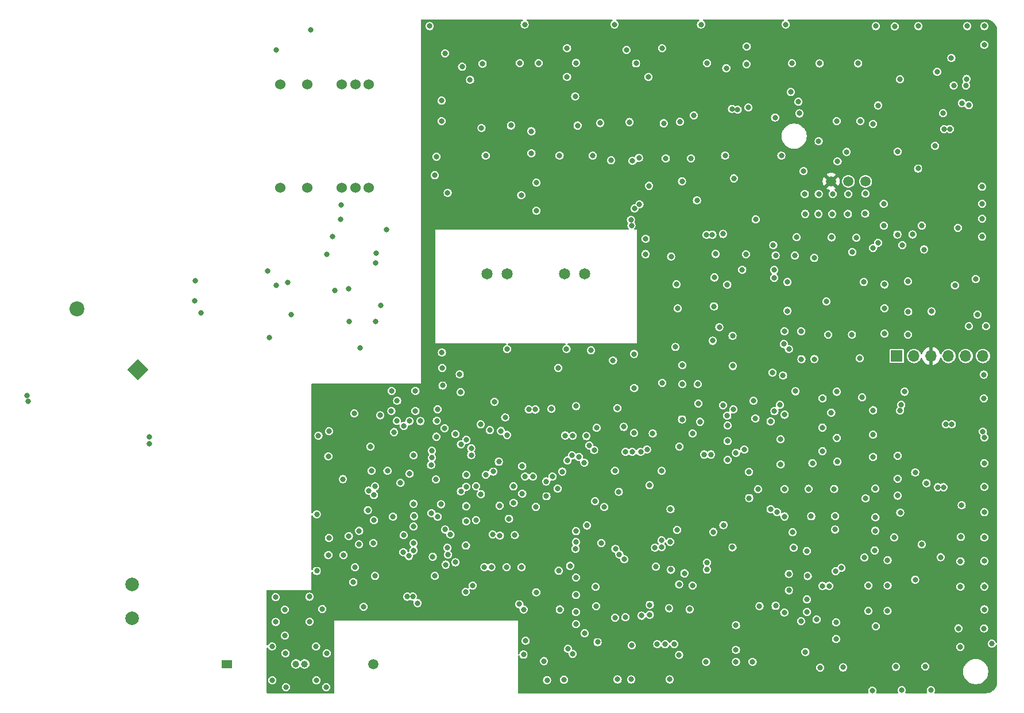
<source format=gbr>
%TF.GenerationSoftware,KiCad,Pcbnew,8.0.2*%
%TF.CreationDate,2025-03-18T14:55:18+01:00*%
%TF.ProjectId,Master_FT25,4d617374-6572-45f4-9654-32352e6b6963,rev?*%
%TF.SameCoordinates,Original*%
%TF.FileFunction,Copper,L3,Inr*%
%TF.FilePolarity,Positive*%
%FSLAX46Y46*%
G04 Gerber Fmt 4.6, Leading zero omitted, Abs format (unit mm)*
G04 Created by KiCad (PCBNEW 8.0.2) date 2025-03-18 14:55:18*
%MOMM*%
%LPD*%
G01*
G04 APERTURE LIST*
G04 Aperture macros list*
%AMHorizOval*
0 Thick line with rounded ends*
0 $1 width*
0 $2 $3 position (X,Y) of the first rounded end (center of the circle)*
0 $4 $5 position (X,Y) of the second rounded end (center of the circle)*
0 Add line between two ends*
20,1,$1,$2,$3,$4,$5,0*
0 Add two circle primitives to create the rounded ends*
1,1,$1,$2,$3*
1,1,$1,$4,$5*%
%AMRotRect*
0 Rectangle, with rotation*
0 The origin of the aperture is its center*
0 $1 length*
0 $2 width*
0 $3 Rotation angle, in degrees counterclockwise*
0 Add horizontal line*
21,1,$1,$2,0,0,$3*%
G04 Aperture macros list end*
%TA.AperFunction,ComponentPad*%
%ADD10RotRect,2.200000X2.200000X135.000000*%
%TD*%
%TA.AperFunction,ComponentPad*%
%ADD11HorizOval,2.200000X0.000000X0.000000X0.000000X0.000000X0*%
%TD*%
%TA.AperFunction,ComponentPad*%
%ADD12C,1.650000*%
%TD*%
%TA.AperFunction,ComponentPad*%
%ADD13C,1.500000*%
%TD*%
%TA.AperFunction,ComponentPad*%
%ADD14C,1.524000*%
%TD*%
%TA.AperFunction,ComponentPad*%
%ADD15C,0.600000*%
%TD*%
%TA.AperFunction,ComponentPad*%
%ADD16R,1.700000X1.700000*%
%TD*%
%TA.AperFunction,ComponentPad*%
%ADD17O,1.700000X1.700000*%
%TD*%
%TA.AperFunction,ComponentPad*%
%ADD18R,1.500000X1.303000*%
%TD*%
%TA.AperFunction,ComponentPad*%
%ADD19C,1.000000*%
%TD*%
%TA.AperFunction,ComponentPad*%
%ADD20C,2.000000*%
%TD*%
%TA.AperFunction,ViaPad*%
%ADD21C,0.800000*%
%TD*%
G04 APERTURE END LIST*
D10*
%TO.N,Net-(D7-K)*%
%TO.C,D7*%
X72240128Y-90690128D03*
D11*
%TO.N,HV+_VEH*%
X63259872Y-81709872D03*
%TD*%
D12*
%TO.N,Net-(J12-Pin_1)*%
%TO.C,J12*%
X135100000Y-76550000D03*
%TO.N,Net-(J12-Pin_2)*%
X138100000Y-76550000D03*
%TD*%
D13*
%TO.N,GND*%
%TO.C,U3*%
X174430000Y-62900000D03*
%TO.N,+3V3*%
X176970000Y-62900000D03*
%TO.N,+24V*%
X179509999Y-62900000D03*
%TD*%
D14*
%TO.N,HV+_Vehicle_Side_Fused*%
%TO.C,T1*%
X93210000Y-63870000D03*
%TO.N,Net-(D30-A)*%
X97210000Y-63870000D03*
%TO.N,Net-(D28-A)*%
X102290000Y-63870000D03*
%TO.N,N/C*%
X104290000Y-63870000D03*
%TO.N,HV-_Vehicle_Side*%
X106290000Y-63870000D03*
%TO.N,N/C*%
X106290000Y-48630000D03*
X104290000Y-48630000D03*
X102290000Y-48630000D03*
%TO.N,Net-(D32-K)*%
X97210000Y-48630000D03*
%TO.N,Net-(D31-A)*%
X93210000Y-48630000D03*
%TD*%
D12*
%TO.N,Net-(J13-Pin_1)*%
%TO.C,J13*%
X123700000Y-76535000D03*
%TO.N,Net-(J13-Pin_2)*%
X126700000Y-76535000D03*
%TD*%
D15*
%TO.N,GND*%
%TO.C,IC2*%
X132200000Y-103100000D03*
X132200000Y-102350000D03*
X132200000Y-101600000D03*
X131450000Y-103100000D03*
X131450000Y-102350000D03*
X131450000Y-101600000D03*
X130700000Y-103100000D03*
X130700000Y-102350000D03*
X130700000Y-101600000D03*
%TD*%
D16*
%TO.N,+3V3*%
%TO.C,J3*%
X184100000Y-88650000D03*
D17*
%TO.N,/MCU/SWCLK_1*%
X186640000Y-88650000D03*
%TO.N,GND*%
X189180000Y-88650000D03*
%TO.N,/MCU/SWDIO_1*%
X191720000Y-88650000D03*
%TO.N,/MCU/NRST*%
X194260000Y-88650000D03*
%TO.N,/MCU/Trace_SWO*%
X196800000Y-88650000D03*
%TD*%
D18*
%TO.N,Net-(K2-Pad1)*%
%TO.C,K2*%
X85385000Y-134072500D03*
D19*
%TO.N,/Relay_Driver/SDC_Relay*%
X95545000Y-134072500D03*
%TO.N,/Relay_Driver/Relay_4*%
X96815000Y-134072500D03*
D13*
%TO.N,/Relay_Driver/Precharge/HV+_Akku*%
X106975000Y-134072500D03*
%TD*%
D20*
%TO.N,Net-(K2-Pad1)*%
%TO.C,TH1*%
X71375000Y-127350000D03*
%TO.N,Net-(Q9-D)*%
X71375000Y-122350000D03*
%TD*%
D21*
%TO.N,GND*%
X123800000Y-104650000D03*
X152050000Y-99850000D03*
X151800000Y-80300000D03*
X130150000Y-98725000D03*
X142900000Y-100050000D03*
X169475000Y-113175000D03*
X94020000Y-134890000D03*
X96430000Y-126040000D03*
X179360000Y-116500000D03*
X131475000Y-92000000D03*
X151225000Y-66250000D03*
X195750000Y-73750000D03*
X177325000Y-127375000D03*
X165500000Y-109600000D03*
X159950000Y-87750000D03*
X179200000Y-113425000D03*
X162850000Y-71900000D03*
X102600000Y-102240000D03*
X141550000Y-99150000D03*
X128763666Y-99726425D03*
X173700000Y-52100000D03*
X100250000Y-97800000D03*
X119675000Y-89225000D03*
X165950000Y-103400000D03*
X141110000Y-105600000D03*
X160550000Y-105550000D03*
X169450000Y-59670000D03*
X137790000Y-56410000D03*
X164375000Y-44800000D03*
X182730000Y-137990000D03*
X191500000Y-138000000D03*
X198200000Y-102300000D03*
X169150001Y-95678112D03*
X188750000Y-120000000D03*
X165500000Y-107000000D03*
X134900000Y-97550000D03*
X195375000Y-127800000D03*
X119010000Y-123880000D03*
X147900000Y-136350000D03*
X118500000Y-59000000D03*
X167450000Y-65275000D03*
X111400000Y-96700000D03*
X166250000Y-83000000D03*
X181200000Y-47800000D03*
X157975000Y-102225000D03*
X167200000Y-118950000D03*
X172615000Y-120375000D03*
X101160000Y-114150000D03*
X130950000Y-89850000D03*
X98600000Y-116500000D03*
X186375000Y-66125000D03*
X160750000Y-47750000D03*
X110500000Y-124000000D03*
X173275000Y-106900000D03*
X124800000Y-98625000D03*
X96200000Y-136600000D03*
X161650000Y-59000000D03*
X162024577Y-120619272D03*
X155150000Y-57960000D03*
X107860000Y-106260000D03*
X107400000Y-125050000D03*
X130800000Y-116900000D03*
X169500000Y-106900000D03*
X153125000Y-130950000D03*
X168000000Y-79750000D03*
X171600000Y-69400000D03*
X125883011Y-122138079D03*
X162600000Y-127000000D03*
X167450000Y-60950000D03*
X179400000Y-132200000D03*
X165075000Y-45450000D03*
X115000000Y-49850000D03*
X177800000Y-133750000D03*
X184000000Y-42250000D03*
X189550000Y-44800000D03*
X156950000Y-116675000D03*
X120800000Y-66550000D03*
X158770000Y-57020000D03*
X195500000Y-41500000D03*
X198200000Y-109800000D03*
X192899999Y-124949999D03*
X130900000Y-87700000D03*
X160100000Y-54890000D03*
X117450000Y-98050000D03*
X165350000Y-126500000D03*
X176000000Y-95750000D03*
X142850000Y-102800000D03*
X174950000Y-43700000D03*
X155900000Y-128325000D03*
X123075000Y-41325000D03*
X120900000Y-117625000D03*
X128301849Y-124274946D03*
X144750000Y-110050000D03*
X150800000Y-52300000D03*
X153900000Y-73600000D03*
X98600000Y-108150000D03*
X185200000Y-44825000D03*
X130700000Y-132300000D03*
X133050000Y-61700000D03*
X158250000Y-133750000D03*
X98650000Y-113940000D03*
X178200000Y-81450000D03*
X163280000Y-96494999D03*
X129440000Y-110330000D03*
X173250000Y-113250000D03*
X170760000Y-98830000D03*
X172000000Y-72300000D03*
X176600000Y-52000000D03*
X144287653Y-122337653D03*
X155410000Y-114120000D03*
X98800000Y-102350000D03*
X112250000Y-95200000D03*
X108500000Y-112350000D03*
X129100000Y-67200000D03*
X168525000Y-128375000D03*
X154200000Y-116000000D03*
X120800000Y-61400000D03*
X134000000Y-99800000D03*
X100020001Y-135090000D03*
X173800000Y-69400000D03*
X178500000Y-69400000D03*
X151575000Y-60475000D03*
X190690000Y-134490000D03*
X168295118Y-102319577D03*
X191110000Y-104880000D03*
X184200000Y-83700000D03*
X196070000Y-130480000D03*
X109000000Y-95300000D03*
X141500000Y-55600000D03*
X167975000Y-72300000D03*
X143350000Y-131300000D03*
X115000000Y-52300000D03*
X105849600Y-98925000D03*
X195200000Y-117000000D03*
X135750000Y-125250000D03*
X176100000Y-72450000D03*
X132500000Y-55500000D03*
X135850000Y-122450000D03*
X114950000Y-55600000D03*
X96450000Y-129940000D03*
X172000000Y-83500000D03*
X130300000Y-134450000D03*
X153400000Y-136350000D03*
X142000000Y-110000000D03*
X120550000Y-121400000D03*
X151450000Y-95700000D03*
X172680000Y-59950000D03*
X162275000Y-54350000D03*
X142250000Y-91250000D03*
X188670000Y-86840000D03*
X99280000Y-110900000D03*
X179175000Y-106825000D03*
X198200000Y-105800000D03*
X138800000Y-123950000D03*
X136600000Y-98200000D03*
X160145000Y-109775000D03*
X127925000Y-93600000D03*
X142640000Y-57340000D03*
X116675000Y-115774834D03*
X187220000Y-138000000D03*
X154600000Y-64100000D03*
X145400000Y-90650000D03*
X159150000Y-80650000D03*
X157200000Y-79250000D03*
X189500000Y-86820000D03*
X195225000Y-113800000D03*
X185631891Y-69202043D03*
X173275000Y-109775000D03*
X136675000Y-94750000D03*
X128000000Y-116900000D03*
X181000000Y-94750000D03*
X101550000Y-119100000D03*
X164600000Y-52100000D03*
X191700000Y-117025000D03*
X187440000Y-43520000D03*
X175950000Y-69450000D03*
X165650000Y-69225000D03*
X174010000Y-58550000D03*
X123530266Y-113075000D03*
X126330891Y-103151125D03*
X173750000Y-66200000D03*
X92020000Y-133890000D03*
X164825000Y-113900000D03*
X197000000Y-97500000D03*
X184200000Y-98400000D03*
X182200000Y-60900000D03*
X195400000Y-120700000D03*
X95160000Y-127840000D03*
X159100000Y-64550000D03*
X142750000Y-45400000D03*
X143750000Y-107300000D03*
X143890000Y-61570000D03*
X152800000Y-117500000D03*
X130975000Y-114030000D03*
X120770000Y-98600000D03*
X121650000Y-90350000D03*
X149500000Y-48750000D03*
X127050000Y-109350000D03*
X193050000Y-72688466D03*
X104200000Y-118200000D03*
X179250000Y-80000000D03*
X196750000Y-61500000D03*
X111400000Y-93800000D03*
X112950000Y-101325000D03*
X119400000Y-52300000D03*
X179450000Y-58520000D03*
X178450000Y-66250000D03*
X188000000Y-125800003D03*
X196050000Y-85850000D03*
X99400000Y-122050000D03*
X195400000Y-124700000D03*
X185475000Y-100550000D03*
X160600000Y-72275000D03*
X175900000Y-66200000D03*
X174750000Y-48250000D03*
X194000000Y-43250000D03*
X124000000Y-87800000D03*
X187250000Y-58500000D03*
X171860000Y-54390000D03*
X151100000Y-92000000D03*
X132188473Y-96524722D03*
X117138990Y-111654976D03*
X178120000Y-59920000D03*
X148950000Y-111350000D03*
X174425000Y-132275000D03*
X186920000Y-74735000D03*
X143250000Y-111000000D03*
X191750000Y-50750000D03*
X176650000Y-132200000D03*
X125823833Y-117873833D03*
X118932347Y-98707653D03*
X105500000Y-124200000D03*
X101550000Y-116650000D03*
X179425000Y-130350000D03*
X136500000Y-137500000D03*
X137900000Y-52200000D03*
X171404415Y-51575000D03*
X192900000Y-125850000D03*
X183000000Y-72000000D03*
X171650000Y-66200000D03*
X161729696Y-118824999D03*
X133700000Y-135200000D03*
X136000000Y-66450000D03*
X130250000Y-52000000D03*
X142292817Y-119414626D03*
X193050000Y-65625000D03*
X145375000Y-98200000D03*
X103700000Y-125150000D03*
X105301650Y-112275001D03*
X160400000Y-130200000D03*
X155175000Y-61475000D03*
X156024999Y-122674999D03*
X95130000Y-124180000D03*
X177400000Y-125150000D03*
X159275000Y-73675000D03*
X98520000Y-133890000D03*
X174750000Y-133750000D03*
X186200000Y-134480000D03*
X133900000Y-45500000D03*
X190000000Y-42250000D03*
X163750000Y-64550000D03*
X107050000Y-118400000D03*
X169325000Y-126400000D03*
X133900000Y-137750000D03*
X147820000Y-65750000D03*
X188000000Y-124950000D03*
X169500000Y-109700000D03*
X126000000Y-61500000D03*
X174000000Y-77500000D03*
X149500000Y-45600000D03*
X168200000Y-62700000D03*
X181450000Y-124250000D03*
X191900000Y-120725000D03*
%TO.N,+3V3*%
X136800000Y-45425000D03*
X174000000Y-85500000D03*
X107950000Y-97400000D03*
X179340000Y-118370000D03*
X145100000Y-102800000D03*
X162250000Y-52000000D03*
X180625000Y-100250000D03*
X179000000Y-94750000D03*
X167550000Y-85000000D03*
X104840000Y-116440000D03*
X190050000Y-46750000D03*
X97550000Y-127820000D03*
X148597347Y-119722653D03*
X150550000Y-125850000D03*
X139630851Y-110080851D03*
X192675000Y-78225000D03*
X142010000Y-59800000D03*
X136800000Y-126400000D03*
X196975000Y-128825000D03*
X192150000Y-44725000D03*
X147600000Y-63550000D03*
X162850000Y-133750000D03*
X145050000Y-131325000D03*
X169080000Y-73850000D03*
X100000000Y-137480000D03*
X179450000Y-67650000D03*
X124100000Y-99600000D03*
X175325000Y-104250000D03*
X159950000Y-90125000D03*
X106500000Y-102025000D03*
X167575000Y-108275000D03*
X120560000Y-123420000D03*
X185800000Y-82150000D03*
X175020000Y-112270000D03*
X158490000Y-95900000D03*
X117450000Y-99300000D03*
X170550000Y-64750000D03*
X181000000Y-40000000D03*
X184250000Y-106750000D03*
X147700000Y-125350000D03*
X170000000Y-127750000D03*
X145410000Y-93380000D03*
X197000000Y-42750000D03*
X172550000Y-67700000D03*
X132550000Y-136450000D03*
X159900000Y-85700000D03*
X167570000Y-112320000D03*
X161950000Y-45600000D03*
X134400000Y-59100000D03*
X92060000Y-136480000D03*
X171495000Y-112295000D03*
X190950000Y-52850000D03*
X167585000Y-97309640D03*
X179500000Y-64700000D03*
X166250000Y-125500000D03*
X157225000Y-77075000D03*
X155250000Y-39750000D03*
X163875000Y-125525000D03*
X184250000Y-109250000D03*
X98560000Y-136480000D03*
X124525000Y-114950000D03*
X152800000Y-120700000D03*
X104250000Y-119810000D03*
X127800000Y-115075000D03*
X159160000Y-98897653D03*
X154750000Y-92800000D03*
X109600000Y-96750000D03*
X173150000Y-102675000D03*
X117150000Y-93000000D03*
X163650000Y-108300000D03*
X169760000Y-52870000D03*
X175275000Y-100725000D03*
X181000000Y-128500000D03*
X178675000Y-89000000D03*
X145675000Y-45500000D03*
X177550000Y-73325000D03*
X187775000Y-116450000D03*
X100300000Y-103450000D03*
X129400000Y-130650000D03*
X98850000Y-100400000D03*
X156975000Y-86400000D03*
X183800000Y-40050000D03*
X179250000Y-77750000D03*
X196700000Y-71060000D03*
X182750000Y-118750000D03*
X187800000Y-69400000D03*
X160400000Y-102920000D03*
X179925000Y-126250000D03*
X162350000Y-109600000D03*
X153780000Y-59500000D03*
X109850000Y-112350000D03*
X136700000Y-50350000D03*
X149550000Y-92600000D03*
X144250000Y-43500000D03*
X116420000Y-112350000D03*
X193470000Y-131550000D03*
X124600000Y-105700000D03*
X176900000Y-67700000D03*
X182175000Y-66225000D03*
X92000000Y-131500000D03*
X190575000Y-118325000D03*
X109650000Y-93800000D03*
X137050000Y-54660000D03*
X150650000Y-136351494D03*
X139300000Y-59100000D03*
X116020000Y-121080000D03*
X182300000Y-85350000D03*
X152150000Y-54110000D03*
X142500000Y-39750000D03*
X179525000Y-109650000D03*
X156150000Y-45450000D03*
X180950000Y-108225000D03*
X135425000Y-87600000D03*
X178160000Y-71220000D03*
X116250000Y-59250000D03*
X138350000Y-100450000D03*
X193120000Y-69740000D03*
X144950000Y-136350000D03*
X139050000Y-87825000D03*
X197250000Y-84250000D03*
X160400000Y-132000000D03*
X158550000Y-113580000D03*
X179925000Y-122500000D03*
X158500000Y-70650000D03*
X159180000Y-103960000D03*
X168000000Y-77750000D03*
X132425153Y-107149847D03*
X189250000Y-82075000D03*
X140000000Y-130850000D03*
X157401167Y-73604289D03*
X180625000Y-103550000D03*
X196650000Y-63700000D03*
X171950000Y-89110000D03*
X193500000Y-122675000D03*
X180950000Y-114425000D03*
X128550000Y-45450000D03*
X106250000Y-108500000D03*
X188120000Y-72940000D03*
X99420000Y-125960000D03*
X184200000Y-70740000D03*
X162325000Y-105750000D03*
X117500000Y-44000000D03*
X176710000Y-58550000D03*
X120600000Y-116610000D03*
X102550000Y-118000000D03*
X110450000Y-95250000D03*
X168000000Y-82000000D03*
X152500000Y-92800000D03*
X193525000Y-115350000D03*
X166250000Y-73850000D03*
X161875000Y-73650000D03*
X170600000Y-67700000D03*
X130975000Y-67225000D03*
X162000000Y-43000000D03*
X147700000Y-126800000D03*
X106670000Y-105580000D03*
X196700000Y-66200000D03*
X170000000Y-85000000D03*
X160400000Y-133750000D03*
X100059999Y-132500000D03*
X194500000Y-40000000D03*
X123050000Y-45550000D03*
X126650000Y-87625000D03*
X184250000Y-103350000D03*
X116300000Y-98200000D03*
X175275000Y-93925000D03*
X126600000Y-119788080D03*
X117000000Y-51000000D03*
X143125000Y-108675000D03*
X135950000Y-119600000D03*
X141000000Y-110920000D03*
X173150000Y-99200000D03*
X113150000Y-96750000D03*
X158800000Y-59100000D03*
X173725000Y-80625000D03*
X150700000Y-116050000D03*
X115570000Y-103660000D03*
X172825000Y-134600000D03*
X174450000Y-97000000D03*
X93880000Y-126060000D03*
X182300000Y-81600000D03*
X152450000Y-98000000D03*
X184840000Y-137940000D03*
X182750000Y-122500000D03*
X175250000Y-54000000D03*
X176950000Y-64750000D03*
X130900000Y-110900000D03*
X196950000Y-91400000D03*
X127630000Y-110310000D03*
X116400000Y-96500000D03*
X172750000Y-45500000D03*
X196700000Y-68390000D03*
X144125000Y-102800000D03*
X115250000Y-40000000D03*
X186410000Y-70730000D03*
X175380000Y-59950000D03*
X165900000Y-72300000D03*
X156000000Y-133750000D03*
X100390000Y-115500000D03*
X132100000Y-133650000D03*
X142275000Y-89300000D03*
X147075000Y-73625000D03*
X117600000Y-119430000D03*
X197000000Y-107950000D03*
X193200000Y-128825000D03*
X165800000Y-91100000D03*
X139800000Y-125550000D03*
X97520000Y-124160000D03*
X136800000Y-128200000D03*
X195750000Y-77300000D03*
X98500000Y-131500000D03*
X123500000Y-59100000D03*
X184250000Y-58500000D03*
X197000000Y-115400000D03*
X117100000Y-90400000D03*
X147100000Y-71350000D03*
X105510000Y-125630000D03*
X163275000Y-97850000D03*
X159120000Y-97450000D03*
X98600000Y-112000000D03*
X182750000Y-126250000D03*
X154850000Y-95650000D03*
X119675000Y-91375000D03*
X175150000Y-127950000D03*
X159125000Y-78125000D03*
X198120000Y-131080000D03*
X145400000Y-100000000D03*
X138100000Y-129560000D03*
X180625000Y-96650000D03*
X159150000Y-101210000D03*
X130250000Y-55500000D03*
X145400000Y-88350000D03*
X130850000Y-96550000D03*
X104850000Y-114430000D03*
X113480000Y-125100000D03*
X109020000Y-105585000D03*
X196950000Y-94900000D03*
X182300000Y-78100000D03*
X135500000Y-43250000D03*
X150060000Y-59510000D03*
X130950000Y-123500000D03*
X182200000Y-69425000D03*
X92540000Y-124220000D03*
X174650000Y-64750000D03*
X170375000Y-61400000D03*
X174500000Y-71150000D03*
X173175000Y-94900000D03*
X148125000Y-100075000D03*
X127600000Y-107890000D03*
X196000000Y-82550000D03*
X178750000Y-54000000D03*
X197000000Y-111700000D03*
X188310000Y-134430000D03*
X100400000Y-99750000D03*
X93920000Y-129900000D03*
X172600000Y-64750000D03*
X188500000Y-107400000D03*
X128900000Y-108940000D03*
X127230000Y-54650000D03*
X197000000Y-118900000D03*
X122750000Y-98750000D03*
X116000000Y-62000000D03*
X147500000Y-47500000D03*
X135050000Y-136400000D03*
X98600000Y-120350000D03*
X192500000Y-48750000D03*
X142550000Y-105600000D03*
X125750000Y-99700000D03*
X174600000Y-67700000D03*
X166170000Y-53470000D03*
X152500000Y-90000000D03*
X172590000Y-56980000D03*
X189120000Y-137940000D03*
X131300000Y-45450000D03*
X170050000Y-89110000D03*
X118313602Y-115000000D03*
X168200000Y-123225000D03*
X184940000Y-72290000D03*
X171675000Y-104450000D03*
X143850000Y-99100000D03*
X193500000Y-118925000D03*
X112250000Y-98250000D03*
X180500000Y-138000000D03*
X92570000Y-127880000D03*
X100300000Y-118000000D03*
X187300000Y-40000000D03*
X185750000Y-77650000D03*
X185275000Y-93925000D03*
X129250000Y-39750000D03*
X171100000Y-108250000D03*
X136800000Y-123900000D03*
X197000000Y-40000000D03*
X193675000Y-110675000D03*
X126375000Y-97725000D03*
X135500000Y-47500000D03*
X197000000Y-122650000D03*
X168200000Y-120775000D03*
X94000000Y-132500000D03*
X167100000Y-59100000D03*
X160400000Y-128350000D03*
X174875000Y-108250000D03*
X197000000Y-104450000D03*
X194750000Y-84250000D03*
X104125000Y-97125000D03*
X94060000Y-137480000D03*
X168650000Y-45475000D03*
X169350000Y-71125000D03*
X128800000Y-119800000D03*
X117050000Y-88150000D03*
X167525000Y-126500000D03*
X175150000Y-130400000D03*
X161325000Y-75925000D03*
X144700000Y-54150000D03*
X130975000Y-63100000D03*
X185750000Y-85500000D03*
X129080000Y-132700000D03*
X125440000Y-104250000D03*
X177500000Y-85500000D03*
X113150000Y-93800000D03*
X112950000Y-112300000D03*
X180970000Y-112445000D03*
X117000000Y-54000000D03*
X157175000Y-81325000D03*
X197025000Y-126025000D03*
X149750000Y-54320000D03*
X176200000Y-134575000D03*
X187250000Y-61000000D03*
X175000000Y-114250000D03*
X178425000Y-45500000D03*
X149500000Y-43250000D03*
X180850000Y-117320000D03*
X139850000Y-99250000D03*
X167750000Y-39750000D03*
X136800000Y-121300000D03*
X130250000Y-58750000D03*
X183970000Y-134490000D03*
%TO.N,Net-(U8-~{PRE})*%
X124340000Y-119788080D03*
X126950000Y-112650000D03*
%TO.N,HV-_Vehicle_Side*%
X108025000Y-81200000D03*
X107250000Y-74925000D03*
X108908477Y-70010875D03*
%TO.N,/MCU/NRST*%
X170982010Y-121103524D03*
%TO.N,/CAN_Transceiver/CarCAN_HIGH*%
X180619836Y-54420000D03*
X180619836Y-72720000D03*
X121200000Y-47925000D03*
%TO.N,/CAN_Transceiver/V_{ref}*%
X170640000Y-132300000D03*
X172275000Y-127505234D03*
%TO.N,Net-(JP2-B)*%
X101275000Y-79025000D03*
X94287500Y-77812500D03*
%TO.N,Net-(U20-INTVcc)*%
X94850000Y-82550000D03*
X91350000Y-76125000D03*
%TO.N,/HV_Indicator/ENABLE*%
X107300000Y-83600000D03*
X80700000Y-77575000D03*
%TO.N,Net-(U20-DCM)*%
X92625000Y-78200000D03*
X102125000Y-68475000D03*
%TO.N,Net-(D32-K)*%
X92650000Y-43550000D03*
X97680000Y-40520000D03*
%TO.N,Net-(D4-K)*%
X81550000Y-82300000D03*
X80637500Y-80475000D03*
%TO.N,/TSAL/Precharge_State_Detection/HV-_AKKU*%
X73950000Y-100600000D03*
X56020209Y-95291460D03*
X73950000Y-101600000D03*
X55900000Y-94450000D03*
%TO.N,/MCU/AIR+_Closed*%
X129110626Y-126030625D03*
X110000000Y-99875000D03*
X134425001Y-126036403D03*
X138050000Y-104375000D03*
%TO.N,/MCU/AIR-_Closed*%
X128473128Y-125260169D03*
X134250001Y-120342582D03*
X111450000Y-98949965D03*
X112200000Y-118150000D03*
X137250000Y-103550000D03*
%TO.N,Net-(D19-A)*%
X190150000Y-108000000D03*
X191325000Y-98725000D03*
X191000000Y-108000000D03*
X192225000Y-98725000D03*
%TO.N,/Relay_Driver/Relay_4*%
X112750000Y-124150000D03*
X111950000Y-124150000D03*
%TO.N,Net-(D28-K)*%
X103332816Y-78725000D03*
X100950000Y-71000000D03*
%TO.N,Net-(D28-A)*%
X102162500Y-66387500D03*
X107400000Y-73475000D03*
%TO.N,/CAN_Transceiver/CarCAN_LOW*%
X181346794Y-51690000D03*
X120025000Y-46000000D03*
X181344836Y-71960000D03*
%TO.N,/IO/IMD_M*%
X165500000Y-111225000D03*
X160100000Y-62450000D03*
%TO.N,+24V*%
X146175000Y-66275000D03*
X151825000Y-81625000D03*
X150837500Y-73962500D03*
X122890000Y-55010000D03*
X145450000Y-66900000D03*
%TO.N,/IO/IMD_Power*%
X151700000Y-114300000D03*
X163300000Y-68500000D03*
%TO.N,/IO/TSAL_GREEN*%
X184600000Y-47850000D03*
X113875000Y-98250000D03*
X115518588Y-111821749D03*
X115450000Y-104725000D03*
%TO.N,/MCU/~{AMS_ERROR_LED}*%
X146349997Y-102800000D03*
X149417996Y-115832004D03*
%TO.N,/MCU/~{IMD_ERROR_LED}*%
X147281006Y-102435000D03*
X150749999Y-111275304D03*
%TO.N,/MCU/Trace_SWO*%
X152021763Y-132725000D03*
X152024999Y-122324999D03*
%TO.N,/MCU/SWDIO_1*%
X139725000Y-122700000D03*
X183725000Y-115410000D03*
%TO.N,Net-(JP2-C)*%
X103400000Y-83600000D03*
X100087500Y-73637500D03*
%TO.N,/SDC_Latching/~{AMS_Error}*%
X166075001Y-96800000D03*
X138425000Y-113650000D03*
X152070000Y-102000000D03*
X153997347Y-100072653D03*
%TO.N,/SDC_Latching/~{IMD_Error}*%
X166975000Y-100930000D03*
X167345153Y-91530153D03*
X154650000Y-65725000D03*
X166875003Y-95850000D03*
%TO.N,Net-(Q5-D)*%
X161650000Y-102450000D03*
X167000000Y-104650000D03*
%TO.N,/MCU/TS_Error*%
X184625000Y-111750000D03*
X166463521Y-111675000D03*
%TO.N,Net-(U10-IND)*%
X104955304Y-87465778D03*
X91575000Y-85975000D03*
%TO.N,/Relay_Driver/aux_in0*%
X140400000Y-54300000D03*
X115575000Y-102625000D03*
%TO.N,/Relay_Driver/aux_in1*%
X154200000Y-53150000D03*
X112875001Y-103298670D03*
%TO.N,/TSAL/Relay_State_Detection1/~{Short}*%
X116900000Y-110523429D03*
X116224999Y-100550304D03*
%TO.N,/MCU/SDC_closed*%
X104000000Y-122000000D03*
X186825000Y-121629447D03*
X186825000Y-105825000D03*
X149450000Y-105600000D03*
%TO.N,Net-(U12-PC9)*%
X112875000Y-110450000D03*
X136321663Y-132560445D03*
X123525000Y-106150000D03*
X112299999Y-106025001D03*
%TO.N,/MCU/Status_LED_R*%
X136816975Y-116096534D03*
X140550001Y-116234388D03*
%TO.N,/MCU/Status_LED_G*%
X148800000Y-131150000D03*
X142570000Y-127237349D03*
%TO.N,/MCU/Status_LED_B*%
X170850001Y-117403113D03*
X144099847Y-127174847D03*
%TO.N,Net-(U12-PA1)*%
X168750000Y-114650000D03*
X157074999Y-114606249D03*
%TO.N,/MCU/HV_Active*%
X111399999Y-115075000D03*
X122075000Y-107850000D03*
X122075000Y-112850000D03*
X174140003Y-122560000D03*
X110399695Y-98225000D03*
%TO.N,/MCU/AIR+_Control*%
X136802719Y-114495107D03*
X116175000Y-106870000D03*
X148460383Y-116925001D03*
X117900000Y-64600000D03*
%TO.N,/MCU/AIR-_Control*%
X136750151Y-117094299D03*
X115700000Y-118250000D03*
X142630000Y-117094302D03*
X119027653Y-119077653D03*
X128750000Y-64925000D03*
X119850000Y-101675000D03*
X119850000Y-108625000D03*
%TO.N,/MCU/Precharge_Control*%
X106137926Y-111387926D03*
X123318156Y-119788079D03*
X107170000Y-121100000D03*
X135614555Y-131835445D03*
%TO.N,Net-(U16B-Q)*%
X169180000Y-93850000D03*
X162990000Y-95260000D03*
%TO.N,Net-(U16A-~{Q})*%
X157950000Y-84400000D03*
X151637989Y-78087989D03*
%TO.N,Net-(U16B-~{Q})*%
X160000000Y-96530000D03*
X151450000Y-87325000D03*
%TO.N,/SDC_Latching/Reset_Signal*%
X171925000Y-74200000D03*
X189750000Y-57650000D03*
%TO.N,/MCU/PRE_and_AIR+_open*%
X103330153Y-115204847D03*
X149455982Y-116831285D03*
X150825000Y-120175000D03*
X102450000Y-106810000D03*
X147674999Y-107721887D03*
X146500000Y-126950000D03*
X142950000Y-136351494D03*
%TO.N,/TSAL/AIRs_Closed*%
X119050000Y-100160000D03*
X117854795Y-116942198D03*
X112874999Y-116270821D03*
%TO.N,/TSAL/Mismatch_AIR-*%
X111371149Y-117590526D03*
X110949999Y-107375001D03*
%TO.N,/TSAL/HV_Inactive*%
X121375000Y-102250000D03*
X122800000Y-109019997D03*
%TO.N,/TSAL/TS_OK*%
X121600000Y-122500000D03*
X121375000Y-103250003D03*
%TO.N,/TSAL/Relay_Mismatch*%
X107050000Y-109160000D03*
X107050000Y-112871492D03*
X120625000Y-113025000D03*
X120625000Y-110795000D03*
%TO.N,/TSAL/HV_Mismatch*%
X125600000Y-115150000D03*
X125540653Y-110715347D03*
%TO.N,/IO/IMD_VCC*%
X156075000Y-70800000D03*
X156925000Y-70750000D03*
X160650000Y-52325000D03*
X159816305Y-52200000D03*
%TO.N,/SDC_Latching/AMS_Latch_Reset*%
X155100000Y-98350000D03*
X165500000Y-98300000D03*
%TO.N,/SDC_Latching/SDC_1*%
X166050000Y-77100000D03*
X191075000Y-55175000D03*
X166050000Y-75960000D03*
X191925000Y-55175000D03*
%TO.N,/IO/SDC_OUT*%
X167450000Y-86900000D03*
X194725000Y-51675000D03*
X193700000Y-51350000D03*
X168200000Y-87650000D03*
%TO.N,/MCU/WAKE2*%
X134097512Y-108202488D03*
X154000000Y-122500000D03*
%TO.N,/MCU/SPI1_MISO*%
X136209595Y-103325000D03*
X149975000Y-131175000D03*
%TO.N,/MCU/SPI1_SCK*%
X155698730Y-103174035D03*
X139494914Y-102544303D03*
%TO.N,/MCU/WAKE1*%
X143934546Y-118634241D03*
X135224253Y-100375000D03*
%TO.N,/MCU/INTR1*%
X136337653Y-100412347D03*
X143209547Y-117909242D03*
%TO.N,/MCU/SPI1_NSS*%
X156725000Y-103175000D03*
X138787806Y-101837194D03*
%TO.N,/MCU/IPB*%
X129849997Y-96550000D03*
X126656173Y-100293827D03*
%TO.N,/MCU/MSTR2*%
X128900000Y-104900000D03*
X134799999Y-105704669D03*
%TO.N,/MCU/INTR2*%
X153575001Y-126022055D03*
X133350000Y-106429669D03*
%TO.N,/MCU/SPI2_MISO*%
X132462500Y-109337500D03*
X130475000Y-106437500D03*
%TO.N,/MCU/SPI1_MOSI*%
X151299999Y-131125000D03*
X135550000Y-104076620D03*
%TO.N,/MCU/SPI2_MOSI*%
X173140000Y-122560000D03*
X129300000Y-106400000D03*
%TO.N,Net-(U12-PC3)*%
X168900000Y-116925000D03*
X159890000Y-116875000D03*
%TO.N,Net-(D15-A2)*%
X134200000Y-90400000D03*
X133200000Y-96450000D03*
%TO.N,Net-(D34-A2)*%
X124800000Y-95400000D03*
X119800000Y-94000000D03*
%TO.N,Net-(D33-A2)*%
X136850000Y-96050000D03*
X142900000Y-96350000D03*
%TO.N,Net-(J4-Pin_3)*%
X152450000Y-62875000D03*
X158975000Y-46195585D03*
%TO.N,/Relay_Driver/SDC_Relay*%
X184775000Y-95850000D03*
X145150000Y-59875000D03*
X144915422Y-68554216D03*
X145000000Y-69400000D03*
X146100000Y-59450000D03*
X184600000Y-96700000D03*
%TO.N,/MCU/LV_I*%
X170885056Y-126411353D03*
X156115000Y-120170000D03*
%TO.N,/MCU/TEMP_DCDC*%
X156112499Y-119102500D03*
X170866721Y-124551949D03*
%TO.N,/IO/TEMP_TSDCDC*%
X169600000Y-51150000D03*
X175075000Y-120375000D03*
%TO.N,/IO/LV_I_measure*%
X168475000Y-49725000D03*
X175954402Y-119898915D03*
%TO.N,/SDC*%
X194400000Y-47800000D03*
X196800000Y-99800000D03*
X194300000Y-48750000D03*
X197025000Y-100650000D03*
%TO.N,Net-(U1-Pad2)*%
X117940000Y-117938564D03*
X112875000Y-117325003D03*
%TO.N,/TSAL/pos_control*%
X120625000Y-106200000D03*
X120625000Y-107948329D03*
X120650000Y-101000000D03*
%TO.N,Net-(U4-2Y)*%
X117512500Y-114250000D03*
X112875000Y-113800000D03*
%TO.N,/TSAL/Mismatch_AIR_or_PRE*%
X107200000Y-107880000D03*
X106962653Y-116237347D03*
%TD*%
%TA.AperFunction,Conductor*%
%TO.N,GND*%
G36*
X128940137Y-39021679D02*
G01*
X128985892Y-39074483D01*
X128995836Y-39143641D01*
X128966811Y-39207197D01*
X128948585Y-39224370D01*
X128947159Y-39225463D01*
X128947159Y-39225464D01*
X128881781Y-39275630D01*
X128821718Y-39321718D01*
X128725463Y-39447160D01*
X128664956Y-39593237D01*
X128664955Y-39593239D01*
X128644318Y-39749998D01*
X128644318Y-39750001D01*
X128664955Y-39906760D01*
X128664956Y-39906762D01*
X128724287Y-40050001D01*
X128725464Y-40052841D01*
X128821718Y-40178282D01*
X128947159Y-40274536D01*
X129093238Y-40335044D01*
X129171619Y-40345363D01*
X129249999Y-40355682D01*
X129250000Y-40355682D01*
X129250001Y-40355682D01*
X129302254Y-40348802D01*
X129406762Y-40335044D01*
X129552841Y-40274536D01*
X129678282Y-40178282D01*
X129774536Y-40052841D01*
X129835044Y-39906762D01*
X129855682Y-39750000D01*
X129855563Y-39749098D01*
X129835044Y-39593239D01*
X129835044Y-39593238D01*
X129774536Y-39447159D01*
X129678282Y-39321718D01*
X129552841Y-39225464D01*
X129552840Y-39225463D01*
X129551415Y-39224370D01*
X129510213Y-39167942D01*
X129506058Y-39098196D01*
X129540271Y-39037275D01*
X129601988Y-39004523D01*
X129626902Y-39001994D01*
X142123098Y-39001994D01*
X142190137Y-39021679D01*
X142235892Y-39074483D01*
X142245836Y-39143641D01*
X142216811Y-39207197D01*
X142198585Y-39224370D01*
X142197159Y-39225463D01*
X142197159Y-39225464D01*
X142131781Y-39275630D01*
X142071718Y-39321718D01*
X141975463Y-39447160D01*
X141914956Y-39593237D01*
X141914955Y-39593239D01*
X141894318Y-39749998D01*
X141894318Y-39750001D01*
X141914955Y-39906760D01*
X141914956Y-39906762D01*
X141974287Y-40050001D01*
X141975464Y-40052841D01*
X142071718Y-40178282D01*
X142197159Y-40274536D01*
X142343238Y-40335044D01*
X142421619Y-40345363D01*
X142499999Y-40355682D01*
X142500000Y-40355682D01*
X142500001Y-40355682D01*
X142552254Y-40348802D01*
X142656762Y-40335044D01*
X142802841Y-40274536D01*
X142928282Y-40178282D01*
X143024536Y-40052841D01*
X143085044Y-39906762D01*
X143105682Y-39750000D01*
X143105563Y-39749098D01*
X143085044Y-39593239D01*
X143085044Y-39593238D01*
X143024536Y-39447159D01*
X142928282Y-39321718D01*
X142802841Y-39225464D01*
X142802840Y-39225463D01*
X142801415Y-39224370D01*
X142760213Y-39167942D01*
X142756058Y-39098196D01*
X142790271Y-39037275D01*
X142851988Y-39004523D01*
X142876902Y-39001994D01*
X154873098Y-39001994D01*
X154940137Y-39021679D01*
X154985892Y-39074483D01*
X154995836Y-39143641D01*
X154966811Y-39207197D01*
X154948585Y-39224370D01*
X154947159Y-39225463D01*
X154947159Y-39225464D01*
X154881781Y-39275630D01*
X154821718Y-39321718D01*
X154725463Y-39447160D01*
X154664956Y-39593237D01*
X154664955Y-39593239D01*
X154644318Y-39749998D01*
X154644318Y-39750001D01*
X154664955Y-39906760D01*
X154664956Y-39906762D01*
X154724287Y-40050001D01*
X154725464Y-40052841D01*
X154821718Y-40178282D01*
X154947159Y-40274536D01*
X155093238Y-40335044D01*
X155171619Y-40345363D01*
X155249999Y-40355682D01*
X155250000Y-40355682D01*
X155250001Y-40355682D01*
X155302254Y-40348802D01*
X155406762Y-40335044D01*
X155552841Y-40274536D01*
X155678282Y-40178282D01*
X155774536Y-40052841D01*
X155835044Y-39906762D01*
X155855682Y-39750000D01*
X155855563Y-39749098D01*
X155835044Y-39593239D01*
X155835044Y-39593238D01*
X155774536Y-39447159D01*
X155678282Y-39321718D01*
X155552841Y-39225464D01*
X155552840Y-39225463D01*
X155551415Y-39224370D01*
X155510213Y-39167942D01*
X155506058Y-39098196D01*
X155540271Y-39037275D01*
X155601988Y-39004523D01*
X155626902Y-39001994D01*
X167373098Y-39001994D01*
X167440137Y-39021679D01*
X167485892Y-39074483D01*
X167495836Y-39143641D01*
X167466811Y-39207197D01*
X167448585Y-39224370D01*
X167447159Y-39225463D01*
X167447159Y-39225464D01*
X167381781Y-39275630D01*
X167321718Y-39321718D01*
X167225463Y-39447160D01*
X167164956Y-39593237D01*
X167164955Y-39593239D01*
X167144318Y-39749998D01*
X167144318Y-39750001D01*
X167164955Y-39906760D01*
X167164956Y-39906762D01*
X167224287Y-40050001D01*
X167225464Y-40052841D01*
X167321718Y-40178282D01*
X167447159Y-40274536D01*
X167593238Y-40335044D01*
X167671619Y-40345363D01*
X167749999Y-40355682D01*
X167750000Y-40355682D01*
X167750001Y-40355682D01*
X167802254Y-40348802D01*
X167906762Y-40335044D01*
X168052841Y-40274536D01*
X168178282Y-40178282D01*
X168274536Y-40052841D01*
X168296424Y-39999998D01*
X180394318Y-39999998D01*
X180394318Y-40000001D01*
X180414955Y-40156760D01*
X180414956Y-40156762D01*
X180475464Y-40302841D01*
X180571718Y-40428282D01*
X180697159Y-40524536D01*
X180843238Y-40585044D01*
X180921619Y-40595363D01*
X180999999Y-40605682D01*
X181000000Y-40605682D01*
X181000001Y-40605682D01*
X181052254Y-40598802D01*
X181156762Y-40585044D01*
X181302841Y-40524536D01*
X181428282Y-40428282D01*
X181524536Y-40302841D01*
X181585044Y-40156762D01*
X181599100Y-40049998D01*
X183194318Y-40049998D01*
X183194318Y-40050001D01*
X183214955Y-40206760D01*
X183214956Y-40206762D01*
X183275464Y-40352841D01*
X183371718Y-40478282D01*
X183497159Y-40574536D01*
X183643238Y-40635044D01*
X183721619Y-40645363D01*
X183799999Y-40655682D01*
X183800000Y-40655682D01*
X183800001Y-40655682D01*
X183852254Y-40648802D01*
X183956762Y-40635044D01*
X184102841Y-40574536D01*
X184228282Y-40478282D01*
X184324536Y-40352841D01*
X184385044Y-40206762D01*
X184405682Y-40050000D01*
X184399099Y-40000000D01*
X184399099Y-39999998D01*
X186694318Y-39999998D01*
X186694318Y-40000001D01*
X186714955Y-40156760D01*
X186714956Y-40156762D01*
X186775464Y-40302841D01*
X186871718Y-40428282D01*
X186997159Y-40524536D01*
X187143238Y-40585044D01*
X187221619Y-40595363D01*
X187299999Y-40605682D01*
X187300000Y-40605682D01*
X187300001Y-40605682D01*
X187352254Y-40598802D01*
X187456762Y-40585044D01*
X187602841Y-40524536D01*
X187728282Y-40428282D01*
X187824536Y-40302841D01*
X187885044Y-40156762D01*
X187905682Y-40000000D01*
X187905682Y-39999998D01*
X193894318Y-39999998D01*
X193894318Y-40000001D01*
X193914955Y-40156760D01*
X193914956Y-40156762D01*
X193975464Y-40302841D01*
X194071718Y-40428282D01*
X194197159Y-40524536D01*
X194343238Y-40585044D01*
X194421619Y-40595363D01*
X194499999Y-40605682D01*
X194500000Y-40605682D01*
X194500001Y-40605682D01*
X194552254Y-40598802D01*
X194656762Y-40585044D01*
X194802841Y-40524536D01*
X194928282Y-40428282D01*
X195024536Y-40302841D01*
X195085044Y-40156762D01*
X195105682Y-40000000D01*
X195105682Y-39999998D01*
X196394318Y-39999998D01*
X196394318Y-40000001D01*
X196414955Y-40156760D01*
X196414956Y-40156762D01*
X196475464Y-40302841D01*
X196571718Y-40428282D01*
X196697159Y-40524536D01*
X196843238Y-40585044D01*
X196921619Y-40595363D01*
X196999999Y-40605682D01*
X197000000Y-40605682D01*
X197000001Y-40605682D01*
X197052254Y-40598802D01*
X197156762Y-40585044D01*
X197302841Y-40524536D01*
X197428282Y-40428282D01*
X197524536Y-40302841D01*
X197585044Y-40156762D01*
X197605682Y-40000000D01*
X197585044Y-39843238D01*
X197524536Y-39697159D01*
X197428282Y-39571718D01*
X197302841Y-39475464D01*
X197277472Y-39464956D01*
X197156762Y-39414956D01*
X197156760Y-39414955D01*
X197000001Y-39394318D01*
X196999999Y-39394318D01*
X196843239Y-39414955D01*
X196843237Y-39414956D01*
X196697160Y-39475463D01*
X196571718Y-39571718D01*
X196475463Y-39697160D01*
X196414956Y-39843237D01*
X196414955Y-39843239D01*
X196394318Y-39999998D01*
X195105682Y-39999998D01*
X195085044Y-39843238D01*
X195024536Y-39697159D01*
X194928282Y-39571718D01*
X194802841Y-39475464D01*
X194777472Y-39464956D01*
X194656762Y-39414956D01*
X194656760Y-39414955D01*
X194500001Y-39394318D01*
X194499999Y-39394318D01*
X194343239Y-39414955D01*
X194343237Y-39414956D01*
X194197160Y-39475463D01*
X194071718Y-39571718D01*
X193975463Y-39697160D01*
X193914956Y-39843237D01*
X193914955Y-39843239D01*
X193894318Y-39999998D01*
X187905682Y-39999998D01*
X187885044Y-39843238D01*
X187824536Y-39697159D01*
X187728282Y-39571718D01*
X187602841Y-39475464D01*
X187577472Y-39464956D01*
X187456762Y-39414956D01*
X187456760Y-39414955D01*
X187300001Y-39394318D01*
X187299999Y-39394318D01*
X187143239Y-39414955D01*
X187143237Y-39414956D01*
X186997160Y-39475463D01*
X186871718Y-39571718D01*
X186775463Y-39697160D01*
X186714956Y-39843237D01*
X186714955Y-39843239D01*
X186694318Y-39999998D01*
X184399099Y-39999998D01*
X184385044Y-39893239D01*
X184385044Y-39893238D01*
X184324536Y-39747159D01*
X184228282Y-39621718D01*
X184102841Y-39525464D01*
X183956762Y-39464956D01*
X183956760Y-39464955D01*
X183800001Y-39444318D01*
X183799999Y-39444318D01*
X183643239Y-39464955D01*
X183643237Y-39464956D01*
X183497160Y-39525463D01*
X183371718Y-39621718D01*
X183275463Y-39747160D01*
X183214956Y-39893237D01*
X183214955Y-39893239D01*
X183194318Y-40049998D01*
X181599100Y-40049998D01*
X181605682Y-40000000D01*
X181585044Y-39843238D01*
X181524536Y-39697159D01*
X181428282Y-39571718D01*
X181302841Y-39475464D01*
X181277472Y-39464956D01*
X181156762Y-39414956D01*
X181156760Y-39414955D01*
X181000001Y-39394318D01*
X180999999Y-39394318D01*
X180843239Y-39414955D01*
X180843237Y-39414956D01*
X180697160Y-39475463D01*
X180571718Y-39571718D01*
X180475463Y-39697160D01*
X180414956Y-39843237D01*
X180414955Y-39843239D01*
X180394318Y-39999998D01*
X168296424Y-39999998D01*
X168335044Y-39906762D01*
X168355682Y-39750000D01*
X168355563Y-39749098D01*
X168335044Y-39593239D01*
X168335044Y-39593238D01*
X168274536Y-39447159D01*
X168178282Y-39321718D01*
X168052841Y-39225464D01*
X168052840Y-39225463D01*
X168051415Y-39224370D01*
X168010213Y-39167942D01*
X168006058Y-39098196D01*
X168040271Y-39037275D01*
X168101988Y-39004523D01*
X168126902Y-39001994D01*
X197167901Y-39001994D01*
X197167951Y-39001997D01*
X197177914Y-39001996D01*
X197177916Y-39001997D01*
X197221102Y-39001994D01*
X197229912Y-39002307D01*
X197457920Y-39018559D01*
X197475377Y-39021062D01*
X197694442Y-39068575D01*
X197711375Y-39073531D01*
X197921469Y-39151652D01*
X197937524Y-39158962D01*
X198134403Y-39266113D01*
X198149263Y-39275630D01*
X198328944Y-39409646D01*
X198342301Y-39421174D01*
X198501134Y-39579327D01*
X198512721Y-39592636D01*
X198513174Y-39593238D01*
X198631140Y-39749998D01*
X198647502Y-39771740D01*
X198657081Y-39786558D01*
X198765075Y-39982977D01*
X198772455Y-39999005D01*
X198851474Y-40208762D01*
X198856504Y-40225675D01*
X198904952Y-40444529D01*
X198907530Y-40461984D01*
X198924659Y-40688597D01*
X198925012Y-40697943D01*
X198925012Y-130830898D01*
X198905327Y-130897937D01*
X198852523Y-130943692D01*
X198783365Y-130953636D01*
X198719809Y-130924611D01*
X198686451Y-130878351D01*
X198678380Y-130858866D01*
X198644536Y-130777159D01*
X198548282Y-130651718D01*
X198422841Y-130555464D01*
X198402793Y-130547160D01*
X198276762Y-130494956D01*
X198276760Y-130494955D01*
X198120001Y-130474318D01*
X198119999Y-130474318D01*
X197963239Y-130494955D01*
X197963237Y-130494956D01*
X197817160Y-130555463D01*
X197691718Y-130651718D01*
X197595463Y-130777160D01*
X197534956Y-130923237D01*
X197534955Y-130923239D01*
X197514318Y-131079998D01*
X197514318Y-131080001D01*
X197534955Y-131236760D01*
X197534956Y-131236762D01*
X197548789Y-131270159D01*
X197595464Y-131382841D01*
X197691718Y-131508282D01*
X197817159Y-131604536D01*
X197963238Y-131665044D01*
X198020252Y-131672550D01*
X198119999Y-131685682D01*
X198120000Y-131685682D01*
X198120001Y-131685682D01*
X198173171Y-131678682D01*
X198276762Y-131665044D01*
X198422841Y-131604536D01*
X198548282Y-131508282D01*
X198644536Y-131382841D01*
X198686451Y-131281648D01*
X198730292Y-131227245D01*
X198796586Y-131205180D01*
X198864285Y-131222459D01*
X198911896Y-131273596D01*
X198925012Y-131329101D01*
X198925012Y-136697094D01*
X198924696Y-136705942D01*
X198908342Y-136934542D01*
X198905824Y-136952053D01*
X198858050Y-137171660D01*
X198853065Y-137188636D01*
X198774524Y-137399204D01*
X198767175Y-137415297D01*
X198659463Y-137612553D01*
X198649898Y-137627436D01*
X198515215Y-137807349D01*
X198503629Y-137820720D01*
X198344706Y-137979641D01*
X198331335Y-137991226D01*
X198151423Y-138125906D01*
X198136540Y-138135471D01*
X197939289Y-138243178D01*
X197923196Y-138250528D01*
X197712617Y-138329071D01*
X197695641Y-138334055D01*
X197476040Y-138381826D01*
X197458529Y-138384344D01*
X197230180Y-138400678D01*
X197221333Y-138400994D01*
X189764606Y-138400994D01*
X189697567Y-138381309D01*
X189651812Y-138328505D01*
X189641868Y-138259347D01*
X189650045Y-138229541D01*
X189705044Y-138096762D01*
X189725682Y-137940000D01*
X189705044Y-137783238D01*
X189644536Y-137637159D01*
X189548282Y-137511718D01*
X189422841Y-137415464D01*
X189421612Y-137414955D01*
X189276762Y-137354956D01*
X189276760Y-137354955D01*
X189120001Y-137334318D01*
X189119999Y-137334318D01*
X188963239Y-137354955D01*
X188963237Y-137354956D01*
X188817160Y-137415463D01*
X188691718Y-137511718D01*
X188595463Y-137637160D01*
X188534956Y-137783237D01*
X188534955Y-137783239D01*
X188514318Y-137939998D01*
X188514318Y-137940001D01*
X188534955Y-138096760D01*
X188534956Y-138096762D01*
X188589955Y-138229541D01*
X188597424Y-138299011D01*
X188566149Y-138361490D01*
X188506060Y-138397142D01*
X188475394Y-138400994D01*
X185484606Y-138400994D01*
X185417567Y-138381309D01*
X185371812Y-138328505D01*
X185361868Y-138259347D01*
X185370045Y-138229541D01*
X185425044Y-138096762D01*
X185445682Y-137940000D01*
X185425044Y-137783238D01*
X185364536Y-137637159D01*
X185268282Y-137511718D01*
X185142841Y-137415464D01*
X185141612Y-137414955D01*
X184996762Y-137354956D01*
X184996760Y-137354955D01*
X184840001Y-137334318D01*
X184839999Y-137334318D01*
X184683239Y-137354955D01*
X184683237Y-137354956D01*
X184537160Y-137415463D01*
X184411718Y-137511718D01*
X184315463Y-137637160D01*
X184254956Y-137783237D01*
X184254955Y-137783239D01*
X184234318Y-137939998D01*
X184234318Y-137940001D01*
X184254955Y-138096760D01*
X184254956Y-138096762D01*
X184309955Y-138229541D01*
X184317424Y-138299011D01*
X184286149Y-138361490D01*
X184226060Y-138397142D01*
X184195394Y-138400994D01*
X181169459Y-138400994D01*
X181102420Y-138381309D01*
X181056665Y-138328505D01*
X181046721Y-138259347D01*
X181054898Y-138229542D01*
X181067048Y-138200207D01*
X181085044Y-138156762D01*
X181105682Y-138000000D01*
X181085044Y-137843238D01*
X181024536Y-137697159D01*
X180928282Y-137571718D01*
X180802841Y-137475464D01*
X180656762Y-137414956D01*
X180656760Y-137414955D01*
X180500001Y-137394318D01*
X180499999Y-137394318D01*
X180343239Y-137414955D01*
X180343237Y-137414956D01*
X180197160Y-137475463D01*
X180071718Y-137571718D01*
X179975463Y-137697160D01*
X179914956Y-137843237D01*
X179914955Y-137843239D01*
X179894318Y-137999998D01*
X179894318Y-138000001D01*
X179914955Y-138156760D01*
X179914957Y-138156765D01*
X179945102Y-138229542D01*
X179952571Y-138299011D01*
X179921296Y-138361490D01*
X179861207Y-138397142D01*
X179830541Y-138400994D01*
X128374000Y-138400994D01*
X128306961Y-138381309D01*
X128261206Y-138328505D01*
X128250000Y-138276994D01*
X128250000Y-136449998D01*
X131944318Y-136449998D01*
X131944318Y-136450001D01*
X131964955Y-136606760D01*
X131964956Y-136606762D01*
X132001077Y-136693967D01*
X132025464Y-136752841D01*
X132121718Y-136878282D01*
X132247159Y-136974536D01*
X132393238Y-137035044D01*
X132471619Y-137045363D01*
X132549999Y-137055682D01*
X132550000Y-137055682D01*
X132550001Y-137055682D01*
X132602254Y-137048802D01*
X132706762Y-137035044D01*
X132852841Y-136974536D01*
X132978282Y-136878282D01*
X133074536Y-136752841D01*
X133135044Y-136606762D01*
X133151732Y-136480001D01*
X133155682Y-136450001D01*
X133155682Y-136449998D01*
X133149099Y-136399998D01*
X134444318Y-136399998D01*
X134444318Y-136400001D01*
X134464955Y-136556760D01*
X134464956Y-136556762D01*
X134523083Y-136697094D01*
X134525464Y-136702841D01*
X134621718Y-136828282D01*
X134747159Y-136924536D01*
X134893238Y-136985044D01*
X134971619Y-136995363D01*
X135049999Y-137005682D01*
X135050000Y-137005682D01*
X135050001Y-137005682D01*
X135102254Y-136998802D01*
X135206762Y-136985044D01*
X135352841Y-136924536D01*
X135478282Y-136828282D01*
X135574536Y-136702841D01*
X135635044Y-136556762D01*
X135655682Y-136400000D01*
X135649295Y-136351492D01*
X142344318Y-136351492D01*
X142344318Y-136351495D01*
X142364955Y-136508254D01*
X142364956Y-136508256D01*
X142405758Y-136606762D01*
X142425464Y-136654335D01*
X142521718Y-136779776D01*
X142647159Y-136876030D01*
X142793238Y-136936538D01*
X142845262Y-136943387D01*
X142949999Y-136957176D01*
X142950000Y-136957176D01*
X142950001Y-136957176D01*
X143002254Y-136950296D01*
X143106762Y-136936538D01*
X143252841Y-136876030D01*
X143378282Y-136779776D01*
X143474536Y-136654335D01*
X143535044Y-136508256D01*
X143555682Y-136351494D01*
X143555485Y-136350001D01*
X143555485Y-136349998D01*
X144344318Y-136349998D01*
X144344318Y-136350001D01*
X144364955Y-136506760D01*
X144364956Y-136506762D01*
X144406376Y-136606760D01*
X144425464Y-136652841D01*
X144521718Y-136778282D01*
X144647159Y-136874536D01*
X144793238Y-136935044D01*
X144856610Y-136943387D01*
X144949999Y-136955682D01*
X144950000Y-136955682D01*
X144950001Y-136955682D01*
X145043390Y-136943387D01*
X145106762Y-136935044D01*
X145252841Y-136874536D01*
X145378282Y-136778282D01*
X145474536Y-136652841D01*
X145535044Y-136506762D01*
X145555486Y-136351492D01*
X150044318Y-136351492D01*
X150044318Y-136351495D01*
X150064955Y-136508254D01*
X150064956Y-136508256D01*
X150105758Y-136606762D01*
X150125464Y-136654335D01*
X150221718Y-136779776D01*
X150347159Y-136876030D01*
X150493238Y-136936538D01*
X150545262Y-136943387D01*
X150649999Y-136957176D01*
X150650000Y-136957176D01*
X150650001Y-136957176D01*
X150702254Y-136950296D01*
X150806762Y-136936538D01*
X150952841Y-136876030D01*
X151078282Y-136779776D01*
X151174536Y-136654335D01*
X151235044Y-136508256D01*
X151255682Y-136351494D01*
X151255485Y-136350001D01*
X151235044Y-136194733D01*
X151235044Y-136194732D01*
X151174536Y-136048653D01*
X151078282Y-135923212D01*
X150952841Y-135826958D01*
X150949234Y-135825464D01*
X150806762Y-135766450D01*
X150806760Y-135766449D01*
X150650001Y-135745812D01*
X150649999Y-135745812D01*
X150493239Y-135766449D01*
X150493237Y-135766450D01*
X150347160Y-135826957D01*
X150221718Y-135923212D01*
X150125463Y-136048654D01*
X150064956Y-136194731D01*
X150064955Y-136194733D01*
X150044318Y-136351492D01*
X145555486Y-136351492D01*
X145555682Y-136350000D01*
X145535044Y-136193238D01*
X145474536Y-136047159D01*
X145378282Y-135921718D01*
X145252841Y-135825464D01*
X145227472Y-135814956D01*
X145106762Y-135764956D01*
X145106760Y-135764955D01*
X144950001Y-135744318D01*
X144949999Y-135744318D01*
X144793239Y-135764955D01*
X144793237Y-135764956D01*
X144647160Y-135825463D01*
X144521718Y-135921718D01*
X144425463Y-136047160D01*
X144364956Y-136193237D01*
X144364955Y-136193239D01*
X144344318Y-136349998D01*
X143555485Y-136349998D01*
X143535044Y-136194733D01*
X143535044Y-136194732D01*
X143474536Y-136048653D01*
X143378282Y-135923212D01*
X143252841Y-135826958D01*
X143249234Y-135825464D01*
X143106762Y-135766450D01*
X143106760Y-135766449D01*
X142950001Y-135745812D01*
X142949999Y-135745812D01*
X142793239Y-135766449D01*
X142793237Y-135766450D01*
X142647160Y-135826957D01*
X142521718Y-135923212D01*
X142425463Y-136048654D01*
X142364956Y-136194731D01*
X142364955Y-136194733D01*
X142344318Y-136351492D01*
X135649295Y-136351492D01*
X135649099Y-136350000D01*
X135635044Y-136243239D01*
X135635044Y-136243238D01*
X135574536Y-136097159D01*
X135478282Y-135971718D01*
X135352841Y-135875464D01*
X135350074Y-135874318D01*
X135206762Y-135814956D01*
X135206760Y-135814955D01*
X135050001Y-135794318D01*
X135049999Y-135794318D01*
X134893239Y-135814955D01*
X134893237Y-135814956D01*
X134747160Y-135875463D01*
X134621718Y-135971718D01*
X134525463Y-136097160D01*
X134464956Y-136243237D01*
X134464955Y-136243239D01*
X134444318Y-136399998D01*
X133149099Y-136399998D01*
X133138994Y-136323239D01*
X133135044Y-136293238D01*
X133074536Y-136147159D01*
X132978282Y-136021718D01*
X132852841Y-135925464D01*
X132847404Y-135923212D01*
X132706762Y-135864956D01*
X132706760Y-135864955D01*
X132550001Y-135844318D01*
X132549999Y-135844318D01*
X132393239Y-135864955D01*
X132393237Y-135864956D01*
X132247160Y-135925463D01*
X132121718Y-136021718D01*
X132025463Y-136147160D01*
X131964956Y-136293237D01*
X131964955Y-136293239D01*
X131944318Y-136449998D01*
X128250000Y-136449998D01*
X128250000Y-134599998D01*
X172219318Y-134599998D01*
X172219318Y-134600001D01*
X172239955Y-134756760D01*
X172239956Y-134756762D01*
X172282006Y-134858281D01*
X172300464Y-134902841D01*
X172396718Y-135028282D01*
X172522159Y-135124536D01*
X172668238Y-135185044D01*
X172746619Y-135195363D01*
X172824999Y-135205682D01*
X172825000Y-135205682D01*
X172825001Y-135205682D01*
X172877254Y-135198802D01*
X172981762Y-135185044D01*
X173127841Y-135124536D01*
X173253282Y-135028282D01*
X173349536Y-134902841D01*
X173410044Y-134756762D01*
X173430682Y-134600000D01*
X173427390Y-134574998D01*
X175594318Y-134574998D01*
X175594318Y-134575001D01*
X175614955Y-134731760D01*
X175614956Y-134731762D01*
X175625310Y-134756760D01*
X175675464Y-134877841D01*
X175771718Y-135003282D01*
X175897159Y-135099536D01*
X176043238Y-135160044D01*
X176121619Y-135170363D01*
X176199999Y-135180682D01*
X176200000Y-135180682D01*
X176200001Y-135180682D01*
X176252254Y-135173802D01*
X176356762Y-135160044D01*
X176502841Y-135099536D01*
X176628282Y-135003282D01*
X176724536Y-134877841D01*
X176785044Y-134731762D01*
X176805682Y-134575000D01*
X176801130Y-134540427D01*
X176794491Y-134489998D01*
X183364318Y-134489998D01*
X183364318Y-134490001D01*
X183384955Y-134646760D01*
X183384956Y-134646762D01*
X183437245Y-134773000D01*
X183445464Y-134792841D01*
X183541718Y-134918282D01*
X183667159Y-135014536D01*
X183813238Y-135075044D01*
X183891619Y-135085363D01*
X183969999Y-135095682D01*
X183970000Y-135095682D01*
X183970001Y-135095682D01*
X184022254Y-135088802D01*
X184098907Y-135078711D01*
X193899500Y-135078711D01*
X193899500Y-135321288D01*
X193931161Y-135561785D01*
X193993947Y-135796104D01*
X194066689Y-135971718D01*
X194086776Y-136020212D01*
X194208064Y-136230289D01*
X194208066Y-136230292D01*
X194208067Y-136230293D01*
X194355733Y-136422736D01*
X194355739Y-136422743D01*
X194527256Y-136594260D01*
X194527262Y-136594265D01*
X194719711Y-136741936D01*
X194929788Y-136863224D01*
X195038568Y-136908282D01*
X195152475Y-136955464D01*
X195153900Y-136956054D01*
X195388211Y-137018838D01*
X195568586Y-137042584D01*
X195628711Y-137050500D01*
X195628712Y-137050500D01*
X195871289Y-137050500D01*
X195919388Y-137044167D01*
X196111789Y-137018838D01*
X196346100Y-136956054D01*
X196570212Y-136863224D01*
X196780289Y-136741936D01*
X196972738Y-136594265D01*
X197144265Y-136422738D01*
X197291936Y-136230289D01*
X197413224Y-136020212D01*
X197506054Y-135796100D01*
X197568838Y-135561789D01*
X197600500Y-135321288D01*
X197600500Y-135078712D01*
X197568838Y-134838211D01*
X197506054Y-134603900D01*
X197413224Y-134379788D01*
X197291936Y-134169711D01*
X197157353Y-133994318D01*
X197144266Y-133977263D01*
X197144260Y-133977256D01*
X196972743Y-133805739D01*
X196972736Y-133805733D01*
X196780293Y-133658067D01*
X196780292Y-133658066D01*
X196780289Y-133658064D01*
X196570212Y-133536776D01*
X196570205Y-133536773D01*
X196346104Y-133443947D01*
X196111785Y-133381161D01*
X195871289Y-133349500D01*
X195871288Y-133349500D01*
X195628712Y-133349500D01*
X195628711Y-133349500D01*
X195388214Y-133381161D01*
X195153895Y-133443947D01*
X194929794Y-133536773D01*
X194929785Y-133536777D01*
X194800400Y-133611478D01*
X194724208Y-133655468D01*
X194719706Y-133658067D01*
X194527263Y-133805733D01*
X194527256Y-133805739D01*
X194355739Y-133977256D01*
X194355733Y-133977263D01*
X194208067Y-134169706D01*
X194086777Y-134379785D01*
X194086773Y-134379794D01*
X193993947Y-134603895D01*
X193931161Y-134838214D01*
X193899500Y-135078711D01*
X184098907Y-135078711D01*
X184126762Y-135075044D01*
X184272841Y-135014536D01*
X184398282Y-134918282D01*
X184494536Y-134792841D01*
X184555044Y-134646762D01*
X184575682Y-134490000D01*
X184567783Y-134429998D01*
X187704318Y-134429998D01*
X187704318Y-134430001D01*
X187724955Y-134586760D01*
X187724956Y-134586762D01*
X187785464Y-134732841D01*
X187881718Y-134858282D01*
X188007159Y-134954536D01*
X188153238Y-135015044D01*
X188231619Y-135025363D01*
X188309999Y-135035682D01*
X188310000Y-135035682D01*
X188310001Y-135035682D01*
X188366216Y-135028281D01*
X188466762Y-135015044D01*
X188612841Y-134954536D01*
X188738282Y-134858282D01*
X188834536Y-134732841D01*
X188895044Y-134586762D01*
X188915682Y-134430000D01*
X188914133Y-134418237D01*
X188895044Y-134273239D01*
X188895044Y-134273238D01*
X188834536Y-134127159D01*
X188738282Y-134001718D01*
X188612841Y-133905464D01*
X188611612Y-133904955D01*
X188466762Y-133844956D01*
X188466760Y-133844955D01*
X188310001Y-133824318D01*
X188309999Y-133824318D01*
X188153239Y-133844955D01*
X188153237Y-133844956D01*
X188007160Y-133905463D01*
X187881718Y-134001718D01*
X187785463Y-134127160D01*
X187724956Y-134273237D01*
X187724955Y-134273239D01*
X187704318Y-134429998D01*
X184567783Y-134429998D01*
X184555044Y-134333238D01*
X184494536Y-134187159D01*
X184398282Y-134061718D01*
X184272841Y-133965464D01*
X184242366Y-133952841D01*
X184126762Y-133904956D01*
X184126760Y-133904955D01*
X183970001Y-133884318D01*
X183969999Y-133884318D01*
X183813239Y-133904955D01*
X183813237Y-133904956D01*
X183667160Y-133965463D01*
X183541718Y-134061718D01*
X183445463Y-134187160D01*
X183384956Y-134333237D01*
X183384955Y-134333239D01*
X183364318Y-134489998D01*
X176794491Y-134489998D01*
X176785044Y-134418239D01*
X176785044Y-134418238D01*
X176724536Y-134272159D01*
X176628282Y-134146718D01*
X176502841Y-134050464D01*
X176356762Y-133989956D01*
X176356760Y-133989955D01*
X176200001Y-133969318D01*
X176199999Y-133969318D01*
X176043239Y-133989955D01*
X176043237Y-133989956D01*
X175897160Y-134050463D01*
X175771718Y-134146718D01*
X175675463Y-134272160D01*
X175614956Y-134418237D01*
X175614955Y-134418239D01*
X175594318Y-134574998D01*
X173427390Y-134574998D01*
X173410044Y-134443239D01*
X173410044Y-134443238D01*
X173349536Y-134297159D01*
X173253282Y-134171718D01*
X173127841Y-134075464D01*
X173120685Y-134072500D01*
X172981762Y-134014956D01*
X172981760Y-134014955D01*
X172825001Y-133994318D01*
X172824999Y-133994318D01*
X172668239Y-134014955D01*
X172668237Y-134014956D01*
X172522160Y-134075463D01*
X172396718Y-134171718D01*
X172300463Y-134297160D01*
X172239956Y-134443237D01*
X172239955Y-134443239D01*
X172219318Y-134599998D01*
X128250000Y-134599998D01*
X128250000Y-133649998D01*
X131494318Y-133649998D01*
X131494318Y-133650001D01*
X131514955Y-133806760D01*
X131514956Y-133806762D01*
X131556376Y-133906760D01*
X131575464Y-133952841D01*
X131671718Y-134078282D01*
X131797159Y-134174536D01*
X131943238Y-134235044D01*
X132021619Y-134245363D01*
X132099999Y-134255682D01*
X132100000Y-134255682D01*
X132100001Y-134255682D01*
X132152254Y-134248802D01*
X132256762Y-134235044D01*
X132402841Y-134174536D01*
X132528282Y-134078282D01*
X132624536Y-133952841D01*
X132685044Y-133806762D01*
X132692517Y-133749998D01*
X155394318Y-133749998D01*
X155394318Y-133750001D01*
X155414955Y-133906760D01*
X155414956Y-133906762D01*
X155444158Y-133977263D01*
X155475464Y-134052841D01*
X155571718Y-134178282D01*
X155697159Y-134274536D01*
X155843238Y-134335044D01*
X155921619Y-134345363D01*
X155999999Y-134355682D01*
X156000000Y-134355682D01*
X156000001Y-134355682D01*
X156052254Y-134348802D01*
X156156762Y-134335044D01*
X156302841Y-134274536D01*
X156428282Y-134178282D01*
X156524536Y-134052841D01*
X156585044Y-133906762D01*
X156605682Y-133750000D01*
X156605682Y-133749998D01*
X159794318Y-133749998D01*
X159794318Y-133750001D01*
X159814955Y-133906760D01*
X159814956Y-133906762D01*
X159844158Y-133977263D01*
X159875464Y-134052841D01*
X159971718Y-134178282D01*
X160097159Y-134274536D01*
X160243238Y-134335044D01*
X160321619Y-134345363D01*
X160399999Y-134355682D01*
X160400000Y-134355682D01*
X160400001Y-134355682D01*
X160452254Y-134348802D01*
X160556762Y-134335044D01*
X160702841Y-134274536D01*
X160828282Y-134178282D01*
X160924536Y-134052841D01*
X160985044Y-133906762D01*
X161005682Y-133750000D01*
X161005682Y-133749998D01*
X162244318Y-133749998D01*
X162244318Y-133750001D01*
X162264955Y-133906760D01*
X162264956Y-133906762D01*
X162294158Y-133977263D01*
X162325464Y-134052841D01*
X162421718Y-134178282D01*
X162547159Y-134274536D01*
X162693238Y-134335044D01*
X162771619Y-134345363D01*
X162849999Y-134355682D01*
X162850000Y-134355682D01*
X162850001Y-134355682D01*
X162902254Y-134348802D01*
X163006762Y-134335044D01*
X163152841Y-134274536D01*
X163278282Y-134178282D01*
X163374536Y-134052841D01*
X163435044Y-133906762D01*
X163455682Y-133750000D01*
X163435044Y-133593238D01*
X163374536Y-133447159D01*
X163278282Y-133321718D01*
X163152841Y-133225464D01*
X163143797Y-133221718D01*
X163006762Y-133164956D01*
X163006760Y-133164955D01*
X162850001Y-133144318D01*
X162849999Y-133144318D01*
X162693239Y-133164955D01*
X162693237Y-133164956D01*
X162547160Y-133225463D01*
X162421718Y-133321718D01*
X162325463Y-133447160D01*
X162264956Y-133593237D01*
X162264955Y-133593239D01*
X162244318Y-133749998D01*
X161005682Y-133749998D01*
X160985044Y-133593238D01*
X160924536Y-133447159D01*
X160828282Y-133321718D01*
X160702841Y-133225464D01*
X160693797Y-133221718D01*
X160556762Y-133164956D01*
X160556760Y-133164955D01*
X160400001Y-133144318D01*
X160399999Y-133144318D01*
X160243239Y-133164955D01*
X160243237Y-133164956D01*
X160097160Y-133225463D01*
X159971718Y-133321718D01*
X159875463Y-133447160D01*
X159814956Y-133593237D01*
X159814955Y-133593239D01*
X159794318Y-133749998D01*
X156605682Y-133749998D01*
X156585044Y-133593238D01*
X156524536Y-133447159D01*
X156428282Y-133321718D01*
X156302841Y-133225464D01*
X156293797Y-133221718D01*
X156156762Y-133164956D01*
X156156760Y-133164955D01*
X156000001Y-133144318D01*
X155999999Y-133144318D01*
X155843239Y-133164955D01*
X155843237Y-133164956D01*
X155697160Y-133225463D01*
X155571718Y-133321718D01*
X155475463Y-133447160D01*
X155414956Y-133593237D01*
X155414955Y-133593239D01*
X155394318Y-133749998D01*
X132692517Y-133749998D01*
X132705682Y-133650000D01*
X132703315Y-133632023D01*
X132685044Y-133493239D01*
X132685044Y-133493238D01*
X132624536Y-133347159D01*
X132528282Y-133221718D01*
X132402841Y-133125464D01*
X132256762Y-133064956D01*
X132256760Y-133064955D01*
X132100001Y-133044318D01*
X132099999Y-133044318D01*
X131943239Y-133064955D01*
X131943237Y-133064956D01*
X131797160Y-133125463D01*
X131671718Y-133221718D01*
X131575463Y-133347160D01*
X131514956Y-133493237D01*
X131514955Y-133493239D01*
X131494318Y-133649998D01*
X128250000Y-133649998D01*
X128250000Y-132884446D01*
X128269685Y-132817407D01*
X128322489Y-132771652D01*
X128391647Y-132761708D01*
X128455203Y-132790733D01*
X128492977Y-132849511D01*
X128493775Y-132852353D01*
X128494956Y-132856762D01*
X128505310Y-132881760D01*
X128555464Y-133002841D01*
X128651718Y-133128282D01*
X128777159Y-133224536D01*
X128923238Y-133285044D01*
X129001619Y-133295363D01*
X129079999Y-133305682D01*
X129080000Y-133305682D01*
X129080001Y-133305682D01*
X129132254Y-133298802D01*
X129236762Y-133285044D01*
X129382841Y-133224536D01*
X129508282Y-133128282D01*
X129604536Y-133002841D01*
X129665044Y-132856762D01*
X129685682Y-132700000D01*
X129679989Y-132656760D01*
X129666248Y-132552387D01*
X129665044Y-132543238D01*
X129604536Y-132397159D01*
X129508282Y-132271718D01*
X129382841Y-132175464D01*
X129337690Y-132156762D01*
X129236762Y-132114956D01*
X129236760Y-132114955D01*
X129080001Y-132094318D01*
X129079999Y-132094318D01*
X128923239Y-132114955D01*
X128923237Y-132114956D01*
X128777160Y-132175463D01*
X128651718Y-132271718D01*
X128555463Y-132397160D01*
X128494954Y-132543242D01*
X128493774Y-132547648D01*
X128457408Y-132607308D01*
X128394561Y-132637836D01*
X128325186Y-132629540D01*
X128271308Y-132585054D01*
X128250035Y-132518502D01*
X128250000Y-132515553D01*
X128250000Y-131835443D01*
X135008873Y-131835443D01*
X135008873Y-131835446D01*
X135029510Y-131992205D01*
X135029511Y-131992207D01*
X135062445Y-132071718D01*
X135090019Y-132138286D01*
X135186273Y-132263727D01*
X135311714Y-132359981D01*
X135457793Y-132420489D01*
X135516987Y-132428282D01*
X135608166Y-132440286D01*
X135672063Y-132468552D01*
X135710534Y-132526877D01*
X135714367Y-132552459D01*
X135714920Y-132552387D01*
X135736618Y-132717205D01*
X135736619Y-132717207D01*
X135767074Y-132790733D01*
X135797127Y-132863286D01*
X135893381Y-132988727D01*
X136018822Y-133084981D01*
X136164901Y-133145489D01*
X136224095Y-133153282D01*
X136321662Y-133166127D01*
X136321663Y-133166127D01*
X136321664Y-133166127D01*
X136373917Y-133159247D01*
X136478425Y-133145489D01*
X136624504Y-133084981D01*
X136749945Y-132988727D01*
X136846199Y-132863286D01*
X136903480Y-132724998D01*
X151416081Y-132724998D01*
X151416081Y-132725001D01*
X151436718Y-132881760D01*
X151436719Y-132881762D01*
X151497227Y-133027841D01*
X151593481Y-133153282D01*
X151718922Y-133249536D01*
X151865001Y-133310044D01*
X151943382Y-133320363D01*
X152021762Y-133330682D01*
X152021763Y-133330682D01*
X152021764Y-133330682D01*
X152074017Y-133323802D01*
X152178525Y-133310044D01*
X152324604Y-133249536D01*
X152450045Y-133153282D01*
X152546299Y-133027841D01*
X152606807Y-132881762D01*
X152627445Y-132725000D01*
X152624153Y-132699998D01*
X152609021Y-132585054D01*
X152606807Y-132568238D01*
X152546299Y-132422159D01*
X152450045Y-132296718D01*
X152324604Y-132200464D01*
X152316627Y-132197160D01*
X152178525Y-132139956D01*
X152178523Y-132139955D01*
X152021764Y-132119318D01*
X152021762Y-132119318D01*
X151865002Y-132139955D01*
X151865000Y-132139956D01*
X151718923Y-132200463D01*
X151593481Y-132296718D01*
X151497226Y-132422160D01*
X151436719Y-132568237D01*
X151436718Y-132568239D01*
X151416081Y-132724998D01*
X136903480Y-132724998D01*
X136906707Y-132717207D01*
X136921389Y-132605682D01*
X136927345Y-132560446D01*
X136927345Y-132560443D01*
X136911526Y-132440286D01*
X136906707Y-132403683D01*
X136846199Y-132257604D01*
X136749945Y-132132163D01*
X136624504Y-132035909D01*
X136537807Y-131999998D01*
X159794318Y-131999998D01*
X159794318Y-132000001D01*
X159814955Y-132156760D01*
X159814956Y-132156762D01*
X159874287Y-132300001D01*
X159875464Y-132302841D01*
X159971718Y-132428282D01*
X160097159Y-132524536D01*
X160243238Y-132585044D01*
X160321619Y-132595363D01*
X160399999Y-132605682D01*
X160400000Y-132605682D01*
X160400001Y-132605682D01*
X160452254Y-132598802D01*
X160556762Y-132585044D01*
X160702841Y-132524536D01*
X160828282Y-132428282D01*
X160924536Y-132302841D01*
X160925714Y-132299998D01*
X170034318Y-132299998D01*
X170034318Y-132300001D01*
X170054955Y-132456760D01*
X170054956Y-132456762D01*
X170101130Y-132568237D01*
X170115464Y-132602841D01*
X170211718Y-132728282D01*
X170337159Y-132824536D01*
X170483238Y-132885044D01*
X170561619Y-132895363D01*
X170639999Y-132905682D01*
X170640000Y-132905682D01*
X170640001Y-132905682D01*
X170692254Y-132898802D01*
X170796762Y-132885044D01*
X170942841Y-132824536D01*
X171068282Y-132728282D01*
X171164536Y-132602841D01*
X171225044Y-132456762D01*
X171245682Y-132300000D01*
X171240906Y-132263726D01*
X171225044Y-132143239D01*
X171225044Y-132143238D01*
X171164536Y-131997159D01*
X171068282Y-131871718D01*
X170942841Y-131775464D01*
X170905611Y-131760043D01*
X170796762Y-131714956D01*
X170796760Y-131714955D01*
X170640001Y-131694318D01*
X170639999Y-131694318D01*
X170483239Y-131714955D01*
X170483237Y-131714956D01*
X170337160Y-131775463D01*
X170211718Y-131871718D01*
X170115463Y-131997160D01*
X170054956Y-132143237D01*
X170054955Y-132143239D01*
X170034318Y-132299998D01*
X160925714Y-132299998D01*
X160985044Y-132156762D01*
X161005682Y-132000000D01*
X161002443Y-131975401D01*
X160985044Y-131843239D01*
X160985044Y-131843238D01*
X160924536Y-131697159D01*
X160828282Y-131571718D01*
X160799976Y-131549998D01*
X192864318Y-131549998D01*
X192864318Y-131550001D01*
X192884955Y-131706760D01*
X192884956Y-131706762D01*
X192938257Y-131835443D01*
X192945464Y-131852841D01*
X193041718Y-131978282D01*
X193167159Y-132074536D01*
X193313238Y-132135044D01*
X193375478Y-132143238D01*
X193469999Y-132155682D01*
X193470000Y-132155682D01*
X193470001Y-132155682D01*
X193564514Y-132143239D01*
X193626762Y-132135044D01*
X193772841Y-132074536D01*
X193898282Y-131978282D01*
X193994536Y-131852841D01*
X194055044Y-131706762D01*
X194075682Y-131550000D01*
X194069099Y-131500000D01*
X194055044Y-131393239D01*
X194055044Y-131393238D01*
X193994536Y-131247159D01*
X193898282Y-131121718D01*
X193772841Y-131025464D01*
X193770255Y-131024393D01*
X193626762Y-130964956D01*
X193626760Y-130964955D01*
X193470001Y-130944318D01*
X193469999Y-130944318D01*
X193313239Y-130964955D01*
X193313237Y-130964956D01*
X193167160Y-131025463D01*
X193041718Y-131121718D01*
X192945463Y-131247160D01*
X192884956Y-131393237D01*
X192884955Y-131393239D01*
X192864318Y-131549998D01*
X160799976Y-131549998D01*
X160702841Y-131475464D01*
X160648224Y-131452841D01*
X160556762Y-131414956D01*
X160556760Y-131414955D01*
X160400001Y-131394318D01*
X160399999Y-131394318D01*
X160243239Y-131414955D01*
X160243237Y-131414956D01*
X160097160Y-131475463D01*
X159971718Y-131571718D01*
X159875463Y-131697160D01*
X159814956Y-131843237D01*
X159814955Y-131843239D01*
X159794318Y-131999998D01*
X136537807Y-131999998D01*
X136478425Y-131975401D01*
X136460801Y-131973080D01*
X136328051Y-131955603D01*
X136264154Y-131927336D01*
X136225684Y-131869011D01*
X136221850Y-131843430D01*
X136221298Y-131843503D01*
X136202344Y-131699536D01*
X136199599Y-131678683D01*
X136139091Y-131532604D01*
X136042837Y-131407163D01*
X135917396Y-131310909D01*
X135907384Y-131306762D01*
X135771317Y-131250401D01*
X135771315Y-131250400D01*
X135614556Y-131229763D01*
X135614554Y-131229763D01*
X135457794Y-131250400D01*
X135457792Y-131250401D01*
X135311715Y-131310908D01*
X135186273Y-131407163D01*
X135090018Y-131532605D01*
X135029511Y-131678682D01*
X135029510Y-131678684D01*
X135008873Y-131835443D01*
X128250000Y-131835443D01*
X128250000Y-130649998D01*
X128794318Y-130649998D01*
X128794318Y-130650001D01*
X128814955Y-130806760D01*
X128814956Y-130806762D01*
X128871933Y-130944318D01*
X128875464Y-130952841D01*
X128971718Y-131078282D01*
X129097159Y-131174536D01*
X129243238Y-131235044D01*
X129256288Y-131236762D01*
X129399999Y-131255682D01*
X129400000Y-131255682D01*
X129400001Y-131255682D01*
X129464739Y-131247159D01*
X129556762Y-131235044D01*
X129702841Y-131174536D01*
X129828282Y-131078282D01*
X129924536Y-130952841D01*
X129967135Y-130849998D01*
X139394318Y-130849998D01*
X139394318Y-130850001D01*
X139414955Y-131006760D01*
X139414956Y-131006762D01*
X139474287Y-131150001D01*
X139475464Y-131152841D01*
X139571718Y-131278282D01*
X139697159Y-131374536D01*
X139843238Y-131435044D01*
X139921619Y-131445363D01*
X139999999Y-131455682D01*
X140000000Y-131455682D01*
X140000001Y-131455682D01*
X140052254Y-131448802D01*
X140156762Y-131435044D01*
X140302841Y-131374536D01*
X140367400Y-131324998D01*
X144444318Y-131324998D01*
X144444318Y-131325001D01*
X144464955Y-131481760D01*
X144464956Y-131481762D01*
X144504935Y-131578281D01*
X144525464Y-131627841D01*
X144621718Y-131753282D01*
X144747159Y-131849536D01*
X144893238Y-131910044D01*
X144930541Y-131914955D01*
X145049999Y-131930682D01*
X145050000Y-131930682D01*
X145050001Y-131930682D01*
X145102254Y-131923802D01*
X145206762Y-131910044D01*
X145352841Y-131849536D01*
X145478282Y-131753282D01*
X145574536Y-131627841D01*
X145635044Y-131481762D01*
X145648802Y-131377254D01*
X145655682Y-131325001D01*
X145655682Y-131324998D01*
X145638852Y-131197160D01*
X145635044Y-131168238D01*
X145627489Y-131149998D01*
X148194318Y-131149998D01*
X148194318Y-131150001D01*
X148214955Y-131306760D01*
X148214956Y-131306762D01*
X148256543Y-131407163D01*
X148275464Y-131452841D01*
X148371718Y-131578282D01*
X148497159Y-131674536D01*
X148643238Y-131735044D01*
X148721619Y-131745363D01*
X148799999Y-131755682D01*
X148800000Y-131755682D01*
X148800001Y-131755682D01*
X148852254Y-131748802D01*
X148956762Y-131735044D01*
X149102841Y-131674536D01*
X149228282Y-131578282D01*
X149279532Y-131511490D01*
X149335960Y-131470288D01*
X149405706Y-131466133D01*
X149466626Y-131500345D01*
X149476281Y-131511487D01*
X149546718Y-131603282D01*
X149672159Y-131699536D01*
X149818238Y-131760044D01*
X149896619Y-131770363D01*
X149974999Y-131780682D01*
X149975000Y-131780682D01*
X149975001Y-131780682D01*
X150027254Y-131773802D01*
X150131762Y-131760044D01*
X150277841Y-131699536D01*
X150403282Y-131603282D01*
X150499536Y-131477841D01*
X150533295Y-131396340D01*
X150577133Y-131341939D01*
X150643427Y-131319874D01*
X150711127Y-131337153D01*
X150758737Y-131388290D01*
X150762414Y-131396340D01*
X150775461Y-131427838D01*
X150775462Y-131427839D01*
X150775463Y-131427841D01*
X150871717Y-131553282D01*
X150997158Y-131649536D01*
X151143237Y-131710044D01*
X151180540Y-131714955D01*
X151299998Y-131730682D01*
X151299999Y-131730682D01*
X151300000Y-131730682D01*
X151352253Y-131723802D01*
X151456761Y-131710044D01*
X151602840Y-131649536D01*
X151728281Y-131553282D01*
X151824535Y-131427841D01*
X151885043Y-131281762D01*
X151899098Y-131175000D01*
X151905681Y-131125001D01*
X151905681Y-131124998D01*
X151888334Y-130993237D01*
X151885043Y-130968238D01*
X151824535Y-130822159D01*
X151728281Y-130696718D01*
X151602840Y-130600464D01*
X151577471Y-130589956D01*
X151456761Y-130539956D01*
X151456759Y-130539955D01*
X151300000Y-130519318D01*
X151299998Y-130519318D01*
X151143238Y-130539955D01*
X151143236Y-130539956D01*
X150997159Y-130600463D01*
X150871717Y-130696718D01*
X150775462Y-130822160D01*
X150741705Y-130903657D01*
X150697864Y-130958061D01*
X150631569Y-130980125D01*
X150563870Y-130962845D01*
X150516260Y-130911708D01*
X150512583Y-130903657D01*
X150508715Y-130894318D01*
X150499536Y-130872159D01*
X150403282Y-130746718D01*
X150277841Y-130650464D01*
X150276723Y-130650001D01*
X150131762Y-130589956D01*
X150131760Y-130589955D01*
X149975001Y-130569318D01*
X149974999Y-130569318D01*
X149818239Y-130589955D01*
X149818237Y-130589956D01*
X149672160Y-130650463D01*
X149616416Y-130693237D01*
X149555531Y-130739956D01*
X149546717Y-130746719D01*
X149495466Y-130813510D01*
X149439037Y-130854712D01*
X149369291Y-130858866D01*
X149308371Y-130824653D01*
X149298716Y-130813510D01*
X149228282Y-130721718D01*
X149102841Y-130625464D01*
X149042483Y-130600463D01*
X148956762Y-130564956D01*
X148956760Y-130564955D01*
X148800001Y-130544318D01*
X148799999Y-130544318D01*
X148643239Y-130564955D01*
X148643237Y-130564956D01*
X148497160Y-130625463D01*
X148371718Y-130721718D01*
X148275463Y-130847160D01*
X148214956Y-130993237D01*
X148214955Y-130993239D01*
X148194318Y-131149998D01*
X145627489Y-131149998D01*
X145574536Y-131022159D01*
X145478282Y-130896718D01*
X145352841Y-130800464D01*
X145296580Y-130777160D01*
X145206762Y-130739956D01*
X145206760Y-130739955D01*
X145050001Y-130719318D01*
X145049999Y-130719318D01*
X144893239Y-130739955D01*
X144893237Y-130739956D01*
X144747160Y-130800463D01*
X144621718Y-130896718D01*
X144525463Y-131022160D01*
X144464956Y-131168237D01*
X144464955Y-131168239D01*
X144444318Y-131324998D01*
X140367400Y-131324998D01*
X140428282Y-131278282D01*
X140524536Y-131152841D01*
X140585044Y-131006762D01*
X140599371Y-130897937D01*
X140605682Y-130850001D01*
X140605682Y-130849998D01*
X140591923Y-130745492D01*
X140585044Y-130693238D01*
X140524536Y-130547159D01*
X140428282Y-130421718D01*
X140399976Y-130399998D01*
X174544318Y-130399998D01*
X174544318Y-130400001D01*
X174564955Y-130556760D01*
X174564956Y-130556762D01*
X174603576Y-130650000D01*
X174625464Y-130702841D01*
X174721718Y-130828282D01*
X174847159Y-130924536D01*
X174993238Y-130985044D01*
X175055478Y-130993238D01*
X175149999Y-131005682D01*
X175150000Y-131005682D01*
X175150001Y-131005682D01*
X175244514Y-130993239D01*
X175306762Y-130985044D01*
X175452841Y-130924536D01*
X175578282Y-130828282D01*
X175674536Y-130702841D01*
X175735044Y-130556762D01*
X175755682Y-130400000D01*
X175748725Y-130347159D01*
X175735044Y-130243239D01*
X175735044Y-130243238D01*
X175674536Y-130097159D01*
X175578282Y-129971718D01*
X175452841Y-129875464D01*
X175422366Y-129862841D01*
X175306762Y-129814956D01*
X175306760Y-129814955D01*
X175150001Y-129794318D01*
X175149999Y-129794318D01*
X174993239Y-129814955D01*
X174993237Y-129814956D01*
X174847160Y-129875463D01*
X174721718Y-129971718D01*
X174625463Y-130097160D01*
X174564956Y-130243237D01*
X174564955Y-130243239D01*
X174544318Y-130399998D01*
X140399976Y-130399998D01*
X140302841Y-130325464D01*
X140156762Y-130264956D01*
X140156760Y-130264955D01*
X140000001Y-130244318D01*
X139999999Y-130244318D01*
X139843239Y-130264955D01*
X139843237Y-130264956D01*
X139697160Y-130325463D01*
X139571718Y-130421718D01*
X139475463Y-130547160D01*
X139414956Y-130693237D01*
X139414955Y-130693239D01*
X139394318Y-130849998D01*
X129967135Y-130849998D01*
X129985044Y-130806762D01*
X129998802Y-130702254D01*
X130005682Y-130650001D01*
X130005682Y-130649998D01*
X129991769Y-130544318D01*
X129985044Y-130493238D01*
X129924536Y-130347159D01*
X129828282Y-130221718D01*
X129702841Y-130125464D01*
X129556762Y-130064956D01*
X129556760Y-130064955D01*
X129400001Y-130044318D01*
X129399999Y-130044318D01*
X129243239Y-130064955D01*
X129243237Y-130064956D01*
X129097160Y-130125463D01*
X128971718Y-130221718D01*
X128875463Y-130347160D01*
X128814956Y-130493237D01*
X128814955Y-130493239D01*
X128794318Y-130649998D01*
X128250000Y-130649998D01*
X128250000Y-129559998D01*
X137494318Y-129559998D01*
X137494318Y-129560001D01*
X137514955Y-129716760D01*
X137514956Y-129716762D01*
X137575464Y-129862841D01*
X137671718Y-129988282D01*
X137797159Y-130084536D01*
X137943238Y-130145044D01*
X138021619Y-130155363D01*
X138099999Y-130165682D01*
X138100000Y-130165682D01*
X138100001Y-130165682D01*
X138152254Y-130158802D01*
X138256762Y-130145044D01*
X138402841Y-130084536D01*
X138528282Y-129988282D01*
X138624536Y-129862841D01*
X138685044Y-129716762D01*
X138705682Y-129560000D01*
X138685044Y-129403238D01*
X138624536Y-129257159D01*
X138528282Y-129131718D01*
X138402841Y-129035464D01*
X138256762Y-128974956D01*
X138256760Y-128974955D01*
X138100001Y-128954318D01*
X138099999Y-128954318D01*
X137943239Y-128974955D01*
X137943237Y-128974956D01*
X137797160Y-129035463D01*
X137671718Y-129131718D01*
X137575463Y-129257160D01*
X137514956Y-129403237D01*
X137514955Y-129403239D01*
X137494318Y-129559998D01*
X128250000Y-129559998D01*
X128250000Y-128199998D01*
X136194318Y-128199998D01*
X136194318Y-128200001D01*
X136214955Y-128356760D01*
X136214956Y-128356762D01*
X136274287Y-128500001D01*
X136275464Y-128502841D01*
X136371718Y-128628282D01*
X136497159Y-128724536D01*
X136643238Y-128785044D01*
X136721619Y-128795363D01*
X136799999Y-128805682D01*
X136800000Y-128805682D01*
X136800001Y-128805682D01*
X136852254Y-128798802D01*
X136956762Y-128785044D01*
X137102841Y-128724536D01*
X137228282Y-128628282D01*
X137324536Y-128502841D01*
X137385044Y-128356762D01*
X137385934Y-128349998D01*
X159794318Y-128349998D01*
X159794318Y-128350001D01*
X159814955Y-128506760D01*
X159814956Y-128506762D01*
X159875464Y-128652841D01*
X159971718Y-128778282D01*
X160097159Y-128874536D01*
X160243238Y-128935044D01*
X160321619Y-128945363D01*
X160399999Y-128955682D01*
X160400000Y-128955682D01*
X160400001Y-128955682D01*
X160452254Y-128948802D01*
X160556762Y-128935044D01*
X160702841Y-128874536D01*
X160828282Y-128778282D01*
X160924536Y-128652841D01*
X160985044Y-128506762D01*
X160998802Y-128402254D01*
X161005682Y-128350001D01*
X161005682Y-128349998D01*
X160991923Y-128245492D01*
X160985044Y-128193238D01*
X160924536Y-128047159D01*
X160828282Y-127921718D01*
X160702841Y-127825464D01*
X160689652Y-127820001D01*
X160556762Y-127764956D01*
X160556760Y-127764955D01*
X160443146Y-127749998D01*
X169394318Y-127749998D01*
X169394318Y-127750001D01*
X169414955Y-127906760D01*
X169414956Y-127906762D01*
X169475464Y-128052841D01*
X169571718Y-128178282D01*
X169697159Y-128274536D01*
X169843238Y-128335044D01*
X169905478Y-128343238D01*
X169999999Y-128355682D01*
X170000000Y-128355682D01*
X170000001Y-128355682D01*
X170052254Y-128348802D01*
X170156762Y-128335044D01*
X170302841Y-128274536D01*
X170428282Y-128178282D01*
X170524536Y-128052841D01*
X170585044Y-127906762D01*
X170605682Y-127750000D01*
X170594259Y-127663237D01*
X170585044Y-127593239D01*
X170585044Y-127593238D01*
X170548591Y-127505232D01*
X171669318Y-127505232D01*
X171669318Y-127505235D01*
X171689955Y-127661994D01*
X171689956Y-127661996D01*
X171730505Y-127759891D01*
X171750464Y-127808075D01*
X171846718Y-127933516D01*
X171972159Y-128029770D01*
X172118238Y-128090278D01*
X172196619Y-128100597D01*
X172274999Y-128110916D01*
X172275000Y-128110916D01*
X172275001Y-128110916D01*
X172327254Y-128104036D01*
X172431762Y-128090278D01*
X172577841Y-128029770D01*
X172681802Y-127949998D01*
X174544318Y-127949998D01*
X174544318Y-127950001D01*
X174564955Y-128106760D01*
X174564956Y-128106762D01*
X174623575Y-128248282D01*
X174625464Y-128252841D01*
X174721718Y-128378282D01*
X174847159Y-128474536D01*
X174993238Y-128535044D01*
X175071619Y-128545363D01*
X175149999Y-128555682D01*
X175150000Y-128555682D01*
X175150001Y-128555682D01*
X175202254Y-128548802D01*
X175306762Y-128535044D01*
X175391370Y-128499998D01*
X180394318Y-128499998D01*
X180394318Y-128500001D01*
X180414955Y-128656760D01*
X180414956Y-128656762D01*
X180475464Y-128802841D01*
X180571718Y-128928282D01*
X180697159Y-129024536D01*
X180843238Y-129085044D01*
X180921619Y-129095363D01*
X180999999Y-129105682D01*
X181000000Y-129105682D01*
X181000001Y-129105682D01*
X181052254Y-129098802D01*
X181156762Y-129085044D01*
X181302841Y-129024536D01*
X181428282Y-128928282D01*
X181507534Y-128824998D01*
X192594318Y-128824998D01*
X192594318Y-128825001D01*
X192614955Y-128981760D01*
X192614956Y-128981762D01*
X192675464Y-129127841D01*
X192771718Y-129253282D01*
X192897159Y-129349536D01*
X193043238Y-129410044D01*
X193121619Y-129420363D01*
X193199999Y-129430682D01*
X193200000Y-129430682D01*
X193200001Y-129430682D01*
X193252254Y-129423802D01*
X193356762Y-129410044D01*
X193502841Y-129349536D01*
X193628282Y-129253282D01*
X193724536Y-129127841D01*
X193785044Y-128981762D01*
X193798802Y-128877254D01*
X193805682Y-128825001D01*
X193805682Y-128824998D01*
X196369318Y-128824998D01*
X196369318Y-128825001D01*
X196389955Y-128981760D01*
X196389956Y-128981762D01*
X196450464Y-129127841D01*
X196546718Y-129253282D01*
X196672159Y-129349536D01*
X196818238Y-129410044D01*
X196896619Y-129420363D01*
X196974999Y-129430682D01*
X196975000Y-129430682D01*
X196975001Y-129430682D01*
X197027254Y-129423802D01*
X197131762Y-129410044D01*
X197277841Y-129349536D01*
X197403282Y-129253282D01*
X197499536Y-129127841D01*
X197560044Y-128981762D01*
X197573802Y-128877254D01*
X197580682Y-128825001D01*
X197580682Y-128824998D01*
X197560044Y-128668239D01*
X197560044Y-128668238D01*
X197499536Y-128522159D01*
X197403282Y-128396718D01*
X197277841Y-128300464D01*
X197215245Y-128274536D01*
X197131762Y-128239956D01*
X197131760Y-128239955D01*
X196975001Y-128219318D01*
X196974999Y-128219318D01*
X196818239Y-128239955D01*
X196818237Y-128239956D01*
X196672160Y-128300463D01*
X196546718Y-128396718D01*
X196450463Y-128522160D01*
X196389956Y-128668237D01*
X196389955Y-128668239D01*
X196369318Y-128824998D01*
X193805682Y-128824998D01*
X193785044Y-128668239D01*
X193785044Y-128668238D01*
X193724536Y-128522159D01*
X193628282Y-128396718D01*
X193502841Y-128300464D01*
X193440245Y-128274536D01*
X193356762Y-128239956D01*
X193356760Y-128239955D01*
X193200001Y-128219318D01*
X193199999Y-128219318D01*
X193043239Y-128239955D01*
X193043237Y-128239956D01*
X192897160Y-128300463D01*
X192771718Y-128396718D01*
X192675463Y-128522160D01*
X192614956Y-128668237D01*
X192614955Y-128668239D01*
X192594318Y-128824998D01*
X181507534Y-128824998D01*
X181524536Y-128802841D01*
X181585044Y-128656762D01*
X181605682Y-128500000D01*
X181585044Y-128343238D01*
X181524536Y-128197159D01*
X181428282Y-128071718D01*
X181302841Y-127975464D01*
X181156762Y-127914956D01*
X181156760Y-127914955D01*
X181000001Y-127894318D01*
X180999999Y-127894318D01*
X180843239Y-127914955D01*
X180843237Y-127914956D01*
X180697160Y-127975463D01*
X180571718Y-128071718D01*
X180475463Y-128197160D01*
X180414956Y-128343237D01*
X180414955Y-128343239D01*
X180394318Y-128499998D01*
X175391370Y-128499998D01*
X175452841Y-128474536D01*
X175578282Y-128378282D01*
X175674536Y-128252841D01*
X175735044Y-128106762D01*
X175755682Y-127950000D01*
X175751068Y-127914956D01*
X175735044Y-127793239D01*
X175735044Y-127793238D01*
X175674536Y-127647159D01*
X175578282Y-127521718D01*
X175452841Y-127425464D01*
X175377143Y-127394109D01*
X175306762Y-127364956D01*
X175306760Y-127364955D01*
X175150001Y-127344318D01*
X175149999Y-127344318D01*
X174993239Y-127364955D01*
X174993237Y-127364956D01*
X174847160Y-127425463D01*
X174721718Y-127521718D01*
X174625463Y-127647160D01*
X174564956Y-127793237D01*
X174564955Y-127793239D01*
X174544318Y-127949998D01*
X172681802Y-127949998D01*
X172703282Y-127933516D01*
X172799536Y-127808075D01*
X172860044Y-127661996D01*
X172876080Y-127540188D01*
X172880682Y-127505235D01*
X172880682Y-127505232D01*
X172864859Y-127385043D01*
X172860044Y-127348472D01*
X172799536Y-127202393D01*
X172703282Y-127076952D01*
X172577841Y-126980698D01*
X172520054Y-126956762D01*
X172431762Y-126920190D01*
X172431760Y-126920189D01*
X172275001Y-126899552D01*
X172274999Y-126899552D01*
X172118239Y-126920189D01*
X172118237Y-126920190D01*
X171972160Y-126980697D01*
X171846718Y-127076952D01*
X171750463Y-127202394D01*
X171689956Y-127348471D01*
X171689955Y-127348473D01*
X171669318Y-127505232D01*
X170548591Y-127505232D01*
X170524536Y-127447159D01*
X170428282Y-127321718D01*
X170302841Y-127225464D01*
X170275932Y-127214318D01*
X170156762Y-127164956D01*
X170156760Y-127164955D01*
X170000001Y-127144318D01*
X169999999Y-127144318D01*
X169843239Y-127164955D01*
X169843237Y-127164956D01*
X169697160Y-127225463D01*
X169571718Y-127321718D01*
X169475463Y-127447160D01*
X169414956Y-127593237D01*
X169414955Y-127593239D01*
X169394318Y-127749998D01*
X160443146Y-127749998D01*
X160400001Y-127744318D01*
X160399999Y-127744318D01*
X160243239Y-127764955D01*
X160243237Y-127764956D01*
X160097160Y-127825463D01*
X159971718Y-127921718D01*
X159875463Y-128047160D01*
X159814956Y-128193237D01*
X159814955Y-128193239D01*
X159794318Y-128349998D01*
X137385934Y-128349998D01*
X137405682Y-128200000D01*
X137385044Y-128043238D01*
X137324536Y-127897159D01*
X137228282Y-127771718D01*
X137102841Y-127675464D01*
X137073327Y-127663239D01*
X136956762Y-127614956D01*
X136956760Y-127614955D01*
X136800001Y-127594318D01*
X136799999Y-127594318D01*
X136643239Y-127614955D01*
X136643237Y-127614956D01*
X136497160Y-127675463D01*
X136371718Y-127771718D01*
X136275463Y-127897160D01*
X136214956Y-128043237D01*
X136214955Y-128043239D01*
X136194318Y-128199998D01*
X128250000Y-128199998D01*
X128250000Y-127650000D01*
X127760000Y-127650000D01*
X101190000Y-127650000D01*
X101189999Y-127650000D01*
X101170675Y-138277219D01*
X101150868Y-138344223D01*
X101097981Y-138389882D01*
X101046675Y-138400994D01*
X91334000Y-138400994D01*
X91266961Y-138381309D01*
X91221206Y-138328505D01*
X91210000Y-138276994D01*
X91210000Y-137479998D01*
X93454318Y-137479998D01*
X93454318Y-137480001D01*
X93474955Y-137636760D01*
X93474956Y-137636762D01*
X93535464Y-137782841D01*
X93631718Y-137908282D01*
X93757159Y-138004536D01*
X93903238Y-138065044D01*
X93981619Y-138075363D01*
X94059999Y-138085682D01*
X94060000Y-138085682D01*
X94060001Y-138085682D01*
X94112254Y-138078802D01*
X94216762Y-138065044D01*
X94362841Y-138004536D01*
X94488282Y-137908282D01*
X94584536Y-137782841D01*
X94645044Y-137636762D01*
X94665682Y-137480000D01*
X94665682Y-137479998D01*
X99394318Y-137479998D01*
X99394318Y-137480001D01*
X99414955Y-137636760D01*
X99414956Y-137636762D01*
X99475464Y-137782841D01*
X99571718Y-137908282D01*
X99697159Y-138004536D01*
X99843238Y-138065044D01*
X99921619Y-138075363D01*
X99999999Y-138085682D01*
X100000000Y-138085682D01*
X100000001Y-138085682D01*
X100052254Y-138078802D01*
X100156762Y-138065044D01*
X100302841Y-138004536D01*
X100428282Y-137908282D01*
X100524536Y-137782841D01*
X100585044Y-137636762D01*
X100605682Y-137480000D01*
X100596139Y-137407517D01*
X100585044Y-137323239D01*
X100585044Y-137323238D01*
X100524536Y-137177159D01*
X100428282Y-137051718D01*
X100302841Y-136955464D01*
X100294606Y-136952053D01*
X100156762Y-136894956D01*
X100156760Y-136894955D01*
X100000001Y-136874318D01*
X99999999Y-136874318D01*
X99843239Y-136894955D01*
X99843237Y-136894956D01*
X99697160Y-136955463D01*
X99571718Y-137051718D01*
X99475463Y-137177160D01*
X99414956Y-137323237D01*
X99414955Y-137323239D01*
X99394318Y-137479998D01*
X94665682Y-137479998D01*
X94656139Y-137407517D01*
X94645044Y-137323239D01*
X94645044Y-137323238D01*
X94584536Y-137177159D01*
X94488282Y-137051718D01*
X94362841Y-136955464D01*
X94354606Y-136952053D01*
X94216762Y-136894956D01*
X94216760Y-136894955D01*
X94060001Y-136874318D01*
X94059999Y-136874318D01*
X93903239Y-136894955D01*
X93903237Y-136894956D01*
X93757160Y-136955463D01*
X93631718Y-137051718D01*
X93535463Y-137177160D01*
X93474956Y-137323237D01*
X93474955Y-137323239D01*
X93454318Y-137479998D01*
X91210000Y-137479998D01*
X91210000Y-136516094D01*
X91220171Y-136481455D01*
X91217704Y-136476220D01*
X91449803Y-136476220D01*
X91452977Y-136481159D01*
X91456939Y-136499909D01*
X91474955Y-136636760D01*
X91474956Y-136636762D01*
X91533575Y-136778282D01*
X91535464Y-136782841D01*
X91631718Y-136908282D01*
X91757159Y-137004536D01*
X91903238Y-137065044D01*
X91981619Y-137075363D01*
X92059999Y-137085682D01*
X92060000Y-137085682D01*
X92060001Y-137085682D01*
X92112254Y-137078802D01*
X92216762Y-137065044D01*
X92362841Y-137004536D01*
X92488282Y-136908282D01*
X92584536Y-136782841D01*
X92645044Y-136636762D01*
X92663061Y-136499909D01*
X92665682Y-136480001D01*
X92665682Y-136479998D01*
X97954318Y-136479998D01*
X97954318Y-136480001D01*
X97974955Y-136636760D01*
X97974956Y-136636762D01*
X98033575Y-136778282D01*
X98035464Y-136782841D01*
X98131718Y-136908282D01*
X98257159Y-137004536D01*
X98403238Y-137065044D01*
X98481619Y-137075363D01*
X98559999Y-137085682D01*
X98560000Y-137085682D01*
X98560001Y-137085682D01*
X98612254Y-137078802D01*
X98716762Y-137065044D01*
X98862841Y-137004536D01*
X98988282Y-136908282D01*
X99084536Y-136782841D01*
X99145044Y-136636762D01*
X99163061Y-136499909D01*
X99165682Y-136480001D01*
X99165682Y-136479998D01*
X99145044Y-136323239D01*
X99145044Y-136323238D01*
X99084536Y-136177159D01*
X98988282Y-136051718D01*
X98862841Y-135955464D01*
X98790412Y-135925463D01*
X98716762Y-135894956D01*
X98716760Y-135894955D01*
X98560001Y-135874318D01*
X98559999Y-135874318D01*
X98403239Y-135894955D01*
X98403237Y-135894956D01*
X98257160Y-135955463D01*
X98131718Y-136051718D01*
X98035463Y-136177160D01*
X97974956Y-136323237D01*
X97974955Y-136323239D01*
X97954318Y-136479998D01*
X92665682Y-136479998D01*
X92645044Y-136323239D01*
X92645044Y-136323238D01*
X92584536Y-136177159D01*
X92488282Y-136051718D01*
X92362841Y-135955464D01*
X92290412Y-135925463D01*
X92216762Y-135894956D01*
X92216760Y-135894955D01*
X92060001Y-135874318D01*
X92059999Y-135874318D01*
X91903239Y-135894955D01*
X91903237Y-135894956D01*
X91757160Y-135955463D01*
X91631718Y-136051718D01*
X91535463Y-136177160D01*
X91474956Y-136323237D01*
X91474955Y-136323239D01*
X91456939Y-136460090D01*
X91449803Y-136476220D01*
X91217704Y-136476220D01*
X91211481Y-136463011D01*
X91210000Y-136443905D01*
X91210000Y-134072500D01*
X94839355Y-134072500D01*
X94859859Y-134241369D01*
X94859860Y-134241374D01*
X94920182Y-134400431D01*
X94949730Y-134443238D01*
X95016817Y-134540429D01*
X95122505Y-134634060D01*
X95144150Y-134653236D01*
X95293765Y-134731760D01*
X95294775Y-134732290D01*
X95459944Y-134773000D01*
X95630056Y-134773000D01*
X95795225Y-134732290D01*
X95874692Y-134690581D01*
X95945849Y-134653236D01*
X95945850Y-134653234D01*
X95945852Y-134653234D01*
X96073183Y-134540429D01*
X96077950Y-134533521D01*
X96132230Y-134489533D01*
X96201678Y-134481872D01*
X96264244Y-134512973D01*
X96282046Y-134533517D01*
X96286817Y-134540429D01*
X96388072Y-134630133D01*
X96414150Y-134653236D01*
X96563765Y-134731760D01*
X96564775Y-134732290D01*
X96729944Y-134773000D01*
X96900056Y-134773000D01*
X97065225Y-134732290D01*
X97144692Y-134690581D01*
X97215849Y-134653236D01*
X97215850Y-134653234D01*
X97215852Y-134653234D01*
X97343183Y-134540429D01*
X97439818Y-134400430D01*
X97500140Y-134241372D01*
X97520645Y-134072500D01*
X97500140Y-133903628D01*
X97439818Y-133744570D01*
X97343183Y-133604571D01*
X97217514Y-133493238D01*
X97215849Y-133491763D01*
X97065226Y-133412710D01*
X96900056Y-133372000D01*
X96729944Y-133372000D01*
X96564773Y-133412710D01*
X96414150Y-133491763D01*
X96286815Y-133604572D01*
X96282049Y-133611478D01*
X96227766Y-133655468D01*
X96158317Y-133663127D01*
X96095753Y-133632023D01*
X96077951Y-133611478D01*
X96073184Y-133604572D01*
X96060389Y-133593237D01*
X95947514Y-133493238D01*
X95945849Y-133491763D01*
X95795226Y-133412710D01*
X95630056Y-133372000D01*
X95459944Y-133372000D01*
X95294773Y-133412710D01*
X95144150Y-133491763D01*
X95016816Y-133604572D01*
X94920182Y-133744568D01*
X94859860Y-133903625D01*
X94859859Y-133903630D01*
X94839355Y-134072500D01*
X91210000Y-134072500D01*
X91210000Y-132499998D01*
X93394318Y-132499998D01*
X93394318Y-132500001D01*
X93414955Y-132656760D01*
X93414956Y-132656762D01*
X93443221Y-132725001D01*
X93475464Y-132802841D01*
X93571718Y-132928282D01*
X93697159Y-133024536D01*
X93843238Y-133085044D01*
X93921619Y-133095363D01*
X93999999Y-133105682D01*
X94000000Y-133105682D01*
X94000001Y-133105682D01*
X94052254Y-133098802D01*
X94156762Y-133085044D01*
X94302841Y-133024536D01*
X94428282Y-132928282D01*
X94524536Y-132802841D01*
X94585044Y-132656762D01*
X94603246Y-132518502D01*
X94605682Y-132500001D01*
X94605682Y-132499998D01*
X99454317Y-132499998D01*
X99454317Y-132500001D01*
X99474954Y-132656760D01*
X99474955Y-132656762D01*
X99503220Y-132725001D01*
X99535463Y-132802841D01*
X99631717Y-132928282D01*
X99757158Y-133024536D01*
X99903237Y-133085044D01*
X99981618Y-133095363D01*
X100059998Y-133105682D01*
X100059999Y-133105682D01*
X100060000Y-133105682D01*
X100112253Y-133098802D01*
X100216761Y-133085044D01*
X100362840Y-133024536D01*
X100488281Y-132928282D01*
X100584535Y-132802841D01*
X100645043Y-132656762D01*
X100663245Y-132518502D01*
X100665681Y-132500001D01*
X100665681Y-132499998D01*
X100645043Y-132343239D01*
X100645043Y-132343238D01*
X100584535Y-132197159D01*
X100488281Y-132071718D01*
X100362840Y-131975464D01*
X100350747Y-131970455D01*
X100216761Y-131914956D01*
X100216759Y-131914955D01*
X100060000Y-131894318D01*
X100059998Y-131894318D01*
X99903238Y-131914955D01*
X99903236Y-131914956D01*
X99757159Y-131975463D01*
X99631717Y-132071718D01*
X99535462Y-132197160D01*
X99474955Y-132343237D01*
X99474954Y-132343239D01*
X99454317Y-132499998D01*
X94605682Y-132499998D01*
X94585044Y-132343239D01*
X94585044Y-132343238D01*
X94524536Y-132197159D01*
X94428282Y-132071718D01*
X94302841Y-131975464D01*
X94290748Y-131970455D01*
X94156762Y-131914956D01*
X94156760Y-131914955D01*
X94000001Y-131894318D01*
X93999999Y-131894318D01*
X93843239Y-131914955D01*
X93843237Y-131914956D01*
X93697160Y-131975463D01*
X93571718Y-132071718D01*
X93475463Y-132197160D01*
X93414956Y-132343237D01*
X93414955Y-132343239D01*
X93394318Y-132499998D01*
X91210000Y-132499998D01*
X91210000Y-131785344D01*
X91229685Y-131718305D01*
X91282489Y-131672550D01*
X91351647Y-131662606D01*
X91415203Y-131691631D01*
X91448560Y-131737890D01*
X91475464Y-131802841D01*
X91571718Y-131928282D01*
X91697159Y-132024536D01*
X91843238Y-132085044D01*
X91913681Y-132094318D01*
X91999999Y-132105682D01*
X92000000Y-132105682D01*
X92000001Y-132105682D01*
X92052254Y-132098802D01*
X92156762Y-132085044D01*
X92302841Y-132024536D01*
X92428282Y-131928282D01*
X92524536Y-131802841D01*
X92585044Y-131656762D01*
X92599100Y-131549998D01*
X92605682Y-131500001D01*
X92605682Y-131499998D01*
X97894318Y-131499998D01*
X97894318Y-131500001D01*
X97914955Y-131656760D01*
X97914956Y-131656762D01*
X97954935Y-131753281D01*
X97975464Y-131802841D01*
X98071718Y-131928282D01*
X98197159Y-132024536D01*
X98343238Y-132085044D01*
X98413681Y-132094318D01*
X98499999Y-132105682D01*
X98500000Y-132105682D01*
X98500001Y-132105682D01*
X98552254Y-132098802D01*
X98656762Y-132085044D01*
X98802841Y-132024536D01*
X98928282Y-131928282D01*
X99024536Y-131802841D01*
X99085044Y-131656762D01*
X99099100Y-131549998D01*
X99105682Y-131500001D01*
X99105682Y-131499998D01*
X99085044Y-131343239D01*
X99085044Y-131343238D01*
X99024536Y-131197159D01*
X98928282Y-131071718D01*
X98802841Y-130975464D01*
X98785398Y-130968239D01*
X98656762Y-130914956D01*
X98656760Y-130914955D01*
X98500001Y-130894318D01*
X98499999Y-130894318D01*
X98343239Y-130914955D01*
X98343237Y-130914956D01*
X98197160Y-130975463D01*
X98071718Y-131071718D01*
X97975463Y-131197160D01*
X97914956Y-131343237D01*
X97914955Y-131343239D01*
X97894318Y-131499998D01*
X92605682Y-131499998D01*
X92585044Y-131343239D01*
X92585044Y-131343238D01*
X92524536Y-131197159D01*
X92428282Y-131071718D01*
X92302841Y-130975464D01*
X92285398Y-130968239D01*
X92156762Y-130914956D01*
X92156760Y-130914955D01*
X92000001Y-130894318D01*
X91999999Y-130894318D01*
X91843239Y-130914955D01*
X91843237Y-130914956D01*
X91697160Y-130975463D01*
X91571718Y-131071718D01*
X91475463Y-131197160D01*
X91448561Y-131262108D01*
X91404720Y-131316511D01*
X91338425Y-131338576D01*
X91270726Y-131321297D01*
X91223116Y-131270159D01*
X91210000Y-131214655D01*
X91210000Y-129899998D01*
X93314318Y-129899998D01*
X93314318Y-129900001D01*
X93334955Y-130056760D01*
X93334956Y-130056762D01*
X93395464Y-130202841D01*
X93491718Y-130328282D01*
X93617159Y-130424536D01*
X93763238Y-130485044D01*
X93825478Y-130493238D01*
X93919999Y-130505682D01*
X93920000Y-130505682D01*
X93920001Y-130505682D01*
X94014514Y-130493239D01*
X94076762Y-130485044D01*
X94222841Y-130424536D01*
X94348282Y-130328282D01*
X94444536Y-130202841D01*
X94505044Y-130056762D01*
X94525682Y-129900000D01*
X94505044Y-129743238D01*
X94444536Y-129597159D01*
X94348282Y-129471718D01*
X94222841Y-129375464D01*
X94160245Y-129349536D01*
X94076762Y-129314956D01*
X94076760Y-129314955D01*
X93920001Y-129294318D01*
X93919999Y-129294318D01*
X93763239Y-129314955D01*
X93763237Y-129314956D01*
X93617160Y-129375463D01*
X93491718Y-129471718D01*
X93395463Y-129597160D01*
X93334956Y-129743237D01*
X93334955Y-129743239D01*
X93314318Y-129899998D01*
X91210000Y-129899998D01*
X91210000Y-127879998D01*
X91964318Y-127879998D01*
X91964318Y-127880001D01*
X91984955Y-128036760D01*
X91984956Y-128036762D01*
X92043575Y-128178282D01*
X92045464Y-128182841D01*
X92141718Y-128308282D01*
X92267159Y-128404536D01*
X92413238Y-128465044D01*
X92485337Y-128474536D01*
X92569999Y-128485682D01*
X92570000Y-128485682D01*
X92570001Y-128485682D01*
X92622254Y-128478802D01*
X92726762Y-128465044D01*
X92872841Y-128404536D01*
X92998282Y-128308282D01*
X93094536Y-128182841D01*
X93155044Y-128036762D01*
X93175682Y-127880000D01*
X93167782Y-127819998D01*
X96944318Y-127819998D01*
X96944318Y-127820001D01*
X96964955Y-127976760D01*
X96964956Y-127976762D01*
X97011975Y-128090277D01*
X97025464Y-128122841D01*
X97121718Y-128248282D01*
X97247159Y-128344536D01*
X97393238Y-128405044D01*
X97471619Y-128415363D01*
X97549999Y-128425682D01*
X97550000Y-128425682D01*
X97550001Y-128425682D01*
X97602254Y-128418802D01*
X97706762Y-128405044D01*
X97852841Y-128344536D01*
X97978282Y-128248282D01*
X98074536Y-128122841D01*
X98135044Y-127976762D01*
X98155682Y-127820000D01*
X98147768Y-127759890D01*
X98139803Y-127699383D01*
X98135044Y-127663238D01*
X98074536Y-127517159D01*
X97978282Y-127391718D01*
X97852841Y-127295464D01*
X97851612Y-127294955D01*
X97712534Y-127237347D01*
X141964318Y-127237347D01*
X141964318Y-127237350D01*
X141984955Y-127394109D01*
X141984956Y-127394111D01*
X142037812Y-127521718D01*
X142045464Y-127540190D01*
X142141718Y-127665631D01*
X142267159Y-127761885D01*
X142413238Y-127822393D01*
X142436565Y-127825464D01*
X142569999Y-127843031D01*
X142570000Y-127843031D01*
X142570001Y-127843031D01*
X142622254Y-127836151D01*
X142726762Y-127822393D01*
X142872841Y-127761885D01*
X142998282Y-127665631D01*
X143094536Y-127540190D01*
X143155044Y-127394111D01*
X143170815Y-127274318D01*
X143175682Y-127237350D01*
X143175682Y-127237347D01*
X143167453Y-127174845D01*
X143494165Y-127174845D01*
X143494165Y-127174848D01*
X143514802Y-127331607D01*
X143514803Y-127331609D01*
X143536936Y-127385044D01*
X143575311Y-127477688D01*
X143671565Y-127603129D01*
X143797006Y-127699383D01*
X143943085Y-127759891D01*
X143981558Y-127764956D01*
X144099846Y-127780529D01*
X144099847Y-127780529D01*
X144099848Y-127780529D01*
X144152101Y-127773649D01*
X144256609Y-127759891D01*
X144402688Y-127699383D01*
X144528129Y-127603129D01*
X144624383Y-127477688D01*
X144684891Y-127331609D01*
X144701903Y-127202393D01*
X144705529Y-127174848D01*
X144705529Y-127174845D01*
X144684891Y-127018086D01*
X144684891Y-127018085D01*
X144656688Y-126949998D01*
X145894318Y-126949998D01*
X145894318Y-126950001D01*
X145914955Y-127106760D01*
X145914956Y-127106762D01*
X145939875Y-127166923D01*
X145975464Y-127252841D01*
X146071718Y-127378282D01*
X146197159Y-127474536D01*
X146343238Y-127535044D01*
X146382311Y-127540188D01*
X146499999Y-127555682D01*
X146500000Y-127555682D01*
X146500001Y-127555682D01*
X146552254Y-127548802D01*
X146656762Y-127535044D01*
X146802841Y-127474536D01*
X146928282Y-127378282D01*
X147024536Y-127252841D01*
X147035606Y-127226113D01*
X147079444Y-127171712D01*
X147145738Y-127149645D01*
X147213438Y-127166923D01*
X147248542Y-127198079D01*
X147271715Y-127228279D01*
X147271716Y-127228280D01*
X147271718Y-127228282D01*
X147397159Y-127324536D01*
X147543238Y-127385044D01*
X147612094Y-127394109D01*
X147699999Y-127405682D01*
X147700000Y-127405682D01*
X147700001Y-127405682D01*
X147752254Y-127398802D01*
X147856762Y-127385044D01*
X148002841Y-127324536D01*
X148128282Y-127228282D01*
X148224536Y-127102841D01*
X148285044Y-126956762D01*
X148305682Y-126800000D01*
X148294385Y-126714194D01*
X148286238Y-126652305D01*
X148285044Y-126643238D01*
X148224536Y-126497159D01*
X148128282Y-126371718D01*
X148002841Y-126275464D01*
X147972366Y-126262841D01*
X147856762Y-126214956D01*
X147856760Y-126214955D01*
X147727505Y-126197939D01*
X147700179Y-126185851D01*
X147675415Y-126197519D01*
X147672494Y-126197939D01*
X147543239Y-126214955D01*
X147543237Y-126214956D01*
X147397160Y-126275463D01*
X147271718Y-126371718D01*
X147175464Y-126497159D01*
X147164393Y-126523887D01*
X147120551Y-126578290D01*
X147054257Y-126600354D01*
X146986557Y-126583074D01*
X146951458Y-126551922D01*
X146928282Y-126521718D01*
X146802841Y-126425464D01*
X146768769Y-126411351D01*
X146656762Y-126364956D01*
X146656760Y-126364955D01*
X146500001Y-126344318D01*
X146499999Y-126344318D01*
X146343239Y-126364955D01*
X146343237Y-126364956D01*
X146197160Y-126425463D01*
X146071718Y-126521718D01*
X145975463Y-126647160D01*
X145914956Y-126793237D01*
X145914955Y-126793239D01*
X145894318Y-126949998D01*
X144656688Y-126949998D01*
X144624383Y-126872006D01*
X144528129Y-126746565D01*
X144402688Y-126650311D01*
X144395078Y-126647159D01*
X144256609Y-126589803D01*
X144256607Y-126589802D01*
X144099848Y-126569165D01*
X144099846Y-126569165D01*
X143943086Y-126589802D01*
X143943084Y-126589803D01*
X143797007Y-126650310D01*
X143671565Y-126746565D01*
X143575310Y-126872007D01*
X143514803Y-127018084D01*
X143514802Y-127018086D01*
X143494165Y-127174845D01*
X143167453Y-127174845D01*
X143157974Y-127102841D01*
X143155044Y-127080587D01*
X143094536Y-126934508D01*
X142998282Y-126809067D01*
X142872841Y-126712813D01*
X142726762Y-126652305D01*
X142726760Y-126652304D01*
X142570001Y-126631667D01*
X142569999Y-126631667D01*
X142413239Y-126652304D01*
X142413237Y-126652305D01*
X142267160Y-126712812D01*
X142141718Y-126809067D01*
X142045463Y-126934509D01*
X141984956Y-127080586D01*
X141984955Y-127080588D01*
X141964318Y-127237347D01*
X97712534Y-127237347D01*
X97706762Y-127234956D01*
X97706760Y-127234955D01*
X97550001Y-127214318D01*
X97549999Y-127214318D01*
X97393239Y-127234955D01*
X97393237Y-127234956D01*
X97247160Y-127295463D01*
X97121718Y-127391718D01*
X97025463Y-127517160D01*
X96964956Y-127663237D01*
X96964955Y-127663239D01*
X96944318Y-127819998D01*
X93167782Y-127819998D01*
X93164259Y-127793237D01*
X93155044Y-127723239D01*
X93155044Y-127723238D01*
X93094536Y-127577159D01*
X92998282Y-127451718D01*
X92872841Y-127355464D01*
X92855963Y-127348473D01*
X92726762Y-127294956D01*
X92726760Y-127294955D01*
X92570001Y-127274318D01*
X92569999Y-127274318D01*
X92413239Y-127294955D01*
X92413237Y-127294956D01*
X92267160Y-127355463D01*
X92141718Y-127451718D01*
X92045463Y-127577160D01*
X91984956Y-127723237D01*
X91984955Y-127723239D01*
X91964318Y-127879998D01*
X91210000Y-127879998D01*
X91210000Y-126059998D01*
X93274318Y-126059998D01*
X93274318Y-126060001D01*
X93294955Y-126216760D01*
X93294956Y-126216762D01*
X93347791Y-126344318D01*
X93355464Y-126362841D01*
X93451718Y-126488282D01*
X93577159Y-126584536D01*
X93723238Y-126645044D01*
X93778391Y-126652305D01*
X93879999Y-126665682D01*
X93880000Y-126665682D01*
X93880001Y-126665682D01*
X93947754Y-126656762D01*
X94036762Y-126645044D01*
X94182841Y-126584536D01*
X94308282Y-126488282D01*
X94404536Y-126362841D01*
X94465044Y-126216762D01*
X94485682Y-126060000D01*
X94484304Y-126049536D01*
X94472517Y-125959998D01*
X98814318Y-125959998D01*
X98814318Y-125960001D01*
X98834955Y-126116760D01*
X98834956Y-126116762D01*
X98887344Y-126243239D01*
X98895464Y-126262841D01*
X98991718Y-126388282D01*
X99117159Y-126484536D01*
X99263238Y-126545044D01*
X99340085Y-126555161D01*
X99419999Y-126565682D01*
X99420000Y-126565682D01*
X99420001Y-126565682D01*
X99487754Y-126556762D01*
X99576762Y-126545044D01*
X99722841Y-126484536D01*
X99848282Y-126388282D01*
X99944536Y-126262841D01*
X100005044Y-126116762D01*
X100025682Y-125960000D01*
X100024797Y-125953281D01*
X100006587Y-125814956D01*
X100005044Y-125803238D01*
X99944536Y-125657159D01*
X99923695Y-125629998D01*
X104904318Y-125629998D01*
X104904318Y-125630001D01*
X104924955Y-125786760D01*
X104924956Y-125786762D01*
X104983575Y-125928282D01*
X104985464Y-125932841D01*
X105081718Y-126058282D01*
X105207159Y-126154536D01*
X105353238Y-126215044D01*
X105366288Y-126216762D01*
X105509999Y-126235682D01*
X105510000Y-126235682D01*
X105510001Y-126235682D01*
X105562254Y-126228802D01*
X105666762Y-126215044D01*
X105812841Y-126154536D01*
X105938282Y-126058282D01*
X106034536Y-125932841D01*
X106095044Y-125786762D01*
X106112106Y-125657160D01*
X106115682Y-125630001D01*
X106115682Y-125629998D01*
X106098241Y-125497519D01*
X106095044Y-125473238D01*
X106034536Y-125327159D01*
X105938282Y-125201718D01*
X105812841Y-125105464D01*
X105807877Y-125103408D01*
X105666762Y-125044956D01*
X105666760Y-125044955D01*
X105510001Y-125024318D01*
X105509999Y-125024318D01*
X105353239Y-125044955D01*
X105353237Y-125044956D01*
X105207160Y-125105463D01*
X105081718Y-125201718D01*
X104985463Y-125327160D01*
X104924956Y-125473237D01*
X104924955Y-125473239D01*
X104904318Y-125629998D01*
X99923695Y-125629998D01*
X99848282Y-125531718D01*
X99722841Y-125435464D01*
X99711390Y-125430721D01*
X99576762Y-125374956D01*
X99576760Y-125374955D01*
X99420001Y-125354318D01*
X99419999Y-125354318D01*
X99263239Y-125374955D01*
X99263237Y-125374956D01*
X99117160Y-125435463D01*
X98991718Y-125531718D01*
X98895463Y-125657160D01*
X98834956Y-125803237D01*
X98834955Y-125803239D01*
X98814318Y-125959998D01*
X94472517Y-125959998D01*
X94466587Y-125914956D01*
X94465044Y-125903238D01*
X94404536Y-125757159D01*
X94308282Y-125631718D01*
X94182841Y-125535464D01*
X94173797Y-125531718D01*
X94036762Y-125474956D01*
X94036760Y-125474955D01*
X93880001Y-125454318D01*
X93879999Y-125454318D01*
X93723239Y-125474955D01*
X93723237Y-125474956D01*
X93577160Y-125535463D01*
X93451718Y-125631718D01*
X93355463Y-125757160D01*
X93294956Y-125903237D01*
X93294955Y-125903239D01*
X93274318Y-126059998D01*
X91210000Y-126059998D01*
X91210000Y-124219998D01*
X91934318Y-124219998D01*
X91934318Y-124220001D01*
X91954955Y-124376760D01*
X91954956Y-124376762D01*
X92012197Y-124514955D01*
X92015464Y-124522841D01*
X92111718Y-124648282D01*
X92237159Y-124744536D01*
X92383238Y-124805044D01*
X92419797Y-124809857D01*
X92539999Y-124825682D01*
X92540000Y-124825682D01*
X92540001Y-124825682D01*
X92592254Y-124818802D01*
X92696762Y-124805044D01*
X92842841Y-124744536D01*
X92968282Y-124648282D01*
X93064536Y-124522841D01*
X93125044Y-124376762D01*
X93145682Y-124220000D01*
X93137783Y-124159998D01*
X96914318Y-124159998D01*
X96914318Y-124160001D01*
X96934955Y-124316760D01*
X96934956Y-124316762D01*
X96979597Y-124424536D01*
X96995464Y-124462841D01*
X97091718Y-124588282D01*
X97217159Y-124684536D01*
X97363238Y-124745044D01*
X97421490Y-124752713D01*
X97519999Y-124765682D01*
X97520000Y-124765682D01*
X97520001Y-124765682D01*
X97572254Y-124758802D01*
X97676762Y-124745044D01*
X97822841Y-124684536D01*
X97948282Y-124588282D01*
X98044536Y-124462841D01*
X98105044Y-124316762D01*
X98125682Y-124160000D01*
X98124365Y-124150000D01*
X98124365Y-124149998D01*
X111344318Y-124149998D01*
X111344318Y-124150001D01*
X111364955Y-124306760D01*
X111364956Y-124306762D01*
X111425464Y-124452841D01*
X111521718Y-124578282D01*
X111647159Y-124674536D01*
X111793238Y-124735044D01*
X111863681Y-124744318D01*
X111949999Y-124755682D01*
X111950000Y-124755682D01*
X111950001Y-124755682D01*
X112030804Y-124745044D01*
X112106762Y-124735044D01*
X112252841Y-124674536D01*
X112274515Y-124657904D01*
X112339681Y-124632711D01*
X112408126Y-124646748D01*
X112425478Y-124657899D01*
X112447159Y-124674536D01*
X112447162Y-124674537D01*
X112447163Y-124674538D01*
X112471301Y-124684536D01*
X112593238Y-124735044D01*
X112750000Y-124755682D01*
X112772549Y-124752713D01*
X112841582Y-124763478D01*
X112893839Y-124809857D01*
X112912725Y-124877126D01*
X112903296Y-124923102D01*
X112894957Y-124943234D01*
X112894955Y-124943239D01*
X112874318Y-125099998D01*
X112874318Y-125100001D01*
X112894955Y-125256760D01*
X112894956Y-125256762D01*
X112943913Y-125374956D01*
X112955464Y-125402841D01*
X113051718Y-125528282D01*
X113177159Y-125624536D01*
X113323238Y-125685044D01*
X113385478Y-125693238D01*
X113479999Y-125705682D01*
X113480000Y-125705682D01*
X113480001Y-125705682D01*
X113574514Y-125693239D01*
X113636762Y-125685044D01*
X113782841Y-125624536D01*
X113908282Y-125528282D01*
X114004536Y-125402841D01*
X114063634Y-125260167D01*
X127867446Y-125260167D01*
X127867446Y-125260170D01*
X127888083Y-125416929D01*
X127888084Y-125416931D01*
X127925014Y-125506089D01*
X127948592Y-125563010D01*
X128044846Y-125688451D01*
X128170287Y-125784705D01*
X128316366Y-125845213D01*
X128402785Y-125856590D01*
X128466682Y-125884856D01*
X128505153Y-125943181D01*
X128509540Y-125995712D01*
X128506887Y-126015863D01*
X128504945Y-126030623D01*
X128504944Y-126030627D01*
X128525581Y-126187385D01*
X128525582Y-126187387D01*
X128563231Y-126278281D01*
X128586090Y-126333466D01*
X128682344Y-126458907D01*
X128807785Y-126555161D01*
X128953864Y-126615669D01*
X129032245Y-126625988D01*
X129110625Y-126636307D01*
X129110626Y-126636307D01*
X129110627Y-126636307D01*
X129175722Y-126627737D01*
X129267388Y-126615669D01*
X129413467Y-126555161D01*
X129538908Y-126458907D01*
X129635162Y-126333466D01*
X129695670Y-126187387D01*
X129715548Y-126036401D01*
X133819319Y-126036401D01*
X133819319Y-126036404D01*
X133839956Y-126193163D01*
X133839957Y-126193165D01*
X133865400Y-126254591D01*
X133900465Y-126339244D01*
X133996719Y-126464685D01*
X134122160Y-126560939D01*
X134268239Y-126621447D01*
X134316017Y-126627737D01*
X134425000Y-126642085D01*
X134425001Y-126642085D01*
X134425002Y-126642085D01*
X134477255Y-126635205D01*
X134581763Y-126621447D01*
X134727842Y-126560939D01*
X134853283Y-126464685D01*
X134902919Y-126399998D01*
X136194318Y-126399998D01*
X136194318Y-126400001D01*
X136214955Y-126556760D01*
X136214956Y-126556762D01*
X136256376Y-126656760D01*
X136275464Y-126702841D01*
X136371718Y-126828282D01*
X136497159Y-126924536D01*
X136643238Y-126985044D01*
X136721619Y-126995363D01*
X136799999Y-127005682D01*
X136800000Y-127005682D01*
X136800001Y-127005682D01*
X136870527Y-126996397D01*
X136956762Y-126985044D01*
X137102841Y-126924536D01*
X137228282Y-126828282D01*
X137324536Y-126702841D01*
X137385044Y-126556762D01*
X137405682Y-126400000D01*
X137404139Y-126388282D01*
X137387625Y-126262841D01*
X137385044Y-126243238D01*
X137324536Y-126097159D01*
X137228282Y-125971718D01*
X137102841Y-125875464D01*
X137098978Y-125873864D01*
X136956762Y-125814956D01*
X136956760Y-125814955D01*
X136800001Y-125794318D01*
X136799999Y-125794318D01*
X136643239Y-125814955D01*
X136643237Y-125814956D01*
X136497160Y-125875463D01*
X136371718Y-125971718D01*
X136275463Y-126097160D01*
X136214956Y-126243237D01*
X136214955Y-126243239D01*
X136194318Y-126399998D01*
X134902919Y-126399998D01*
X134949537Y-126339244D01*
X135010045Y-126193165D01*
X135030683Y-126036403D01*
X135029922Y-126030626D01*
X135010990Y-125886817D01*
X135010045Y-125879641D01*
X134949537Y-125733562D01*
X134853283Y-125608121D01*
X134777535Y-125549998D01*
X139194318Y-125549998D01*
X139194318Y-125550001D01*
X139214955Y-125706760D01*
X139214956Y-125706762D01*
X139274287Y-125850001D01*
X139275464Y-125852841D01*
X139371718Y-125978282D01*
X139497159Y-126074536D01*
X139643238Y-126135044D01*
X139721619Y-126145363D01*
X139799999Y-126155682D01*
X139800000Y-126155682D01*
X139800001Y-126155682D01*
X139852254Y-126148802D01*
X139956762Y-126135044D01*
X140102841Y-126074536D01*
X140228282Y-125978282D01*
X140324536Y-125852841D01*
X140385044Y-125706762D01*
X140398802Y-125602254D01*
X140405682Y-125550001D01*
X140405682Y-125549998D01*
X140391923Y-125445492D01*
X140385044Y-125393238D01*
X140367133Y-125349998D01*
X147094318Y-125349998D01*
X147094318Y-125350001D01*
X147114955Y-125506760D01*
X147114956Y-125506762D01*
X147171933Y-125644318D01*
X147175464Y-125652841D01*
X147271718Y-125778282D01*
X147397159Y-125874536D01*
X147543238Y-125935044D01*
X147592398Y-125941516D01*
X147672494Y-125952061D01*
X147699818Y-125964148D01*
X147724584Y-125952481D01*
X147727505Y-125952061D01*
X147764739Y-125947159D01*
X147856762Y-125935044D01*
X148002841Y-125874536D01*
X148034820Y-125849998D01*
X149944318Y-125849998D01*
X149944318Y-125850001D01*
X149964955Y-126006760D01*
X149964956Y-126006762D01*
X150010519Y-126116762D01*
X150025464Y-126152841D01*
X150121718Y-126278282D01*
X150247159Y-126374536D01*
X150393238Y-126435044D01*
X150471619Y-126445363D01*
X150549999Y-126455682D01*
X150550000Y-126455682D01*
X150550001Y-126455682D01*
X150602254Y-126448802D01*
X150706762Y-126435044D01*
X150852841Y-126374536D01*
X150978282Y-126278282D01*
X151074536Y-126152841D01*
X151128710Y-126022053D01*
X152969319Y-126022053D01*
X152969319Y-126022056D01*
X152989956Y-126178815D01*
X152989957Y-126178817D01*
X153029989Y-126275464D01*
X153050465Y-126324896D01*
X153146719Y-126450337D01*
X153272160Y-126546591D01*
X153418239Y-126607099D01*
X153483335Y-126615669D01*
X153575000Y-126627737D01*
X153575001Y-126627737D01*
X153575002Y-126627737D01*
X153627255Y-126620857D01*
X153731763Y-126607099D01*
X153877842Y-126546591D01*
X153938563Y-126499998D01*
X166919318Y-126499998D01*
X166919318Y-126500001D01*
X166939955Y-126656760D01*
X166939956Y-126656762D01*
X166999287Y-126800001D01*
X167000464Y-126802841D01*
X167096718Y-126928282D01*
X167222159Y-127024536D01*
X167368238Y-127085044D01*
X167446619Y-127095363D01*
X167524999Y-127105682D01*
X167525000Y-127105682D01*
X167525001Y-127105682D01*
X167577254Y-127098802D01*
X167681762Y-127085044D01*
X167827841Y-127024536D01*
X167953282Y-126928282D01*
X168049536Y-126802841D01*
X168110044Y-126656762D01*
X168123847Y-126551920D01*
X168130682Y-126500001D01*
X168130682Y-126499998D01*
X168119011Y-126411351D01*
X170279374Y-126411351D01*
X170279374Y-126411354D01*
X170300011Y-126568113D01*
X170300012Y-126568115D01*
X170359947Y-126712812D01*
X170360520Y-126714194D01*
X170456774Y-126839635D01*
X170582215Y-126935889D01*
X170728294Y-126996397D01*
X170798821Y-127005682D01*
X170885055Y-127017035D01*
X170885056Y-127017035D01*
X170885057Y-127017035D01*
X170937310Y-127010155D01*
X171041818Y-126996397D01*
X171187897Y-126935889D01*
X171313338Y-126839635D01*
X171409592Y-126714194D01*
X171470100Y-126568115D01*
X171490738Y-126411353D01*
X171490133Y-126406760D01*
X171470100Y-126254592D01*
X171470100Y-126254591D01*
X171468198Y-126249998D01*
X179319318Y-126249998D01*
X179319318Y-126250001D01*
X179339955Y-126406760D01*
X179339956Y-126406762D01*
X179400082Y-126551920D01*
X179400464Y-126552841D01*
X179496718Y-126678282D01*
X179622159Y-126774536D01*
X179768238Y-126835044D01*
X179846619Y-126845363D01*
X179924999Y-126855682D01*
X179925000Y-126855682D01*
X179925001Y-126855682D01*
X179977254Y-126848802D01*
X180081762Y-126835044D01*
X180227841Y-126774536D01*
X180353282Y-126678282D01*
X180449536Y-126552841D01*
X180510044Y-126406762D01*
X180527330Y-126275463D01*
X180530682Y-126250001D01*
X180530682Y-126249998D01*
X182144318Y-126249998D01*
X182144318Y-126250001D01*
X182164955Y-126406760D01*
X182164956Y-126406762D01*
X182225082Y-126551920D01*
X182225464Y-126552841D01*
X182321718Y-126678282D01*
X182447159Y-126774536D01*
X182593238Y-126835044D01*
X182671619Y-126845363D01*
X182749999Y-126855682D01*
X182750000Y-126855682D01*
X182750001Y-126855682D01*
X182802254Y-126848802D01*
X182906762Y-126835044D01*
X183052841Y-126774536D01*
X183178282Y-126678282D01*
X183274536Y-126552841D01*
X183335044Y-126406762D01*
X183352330Y-126275463D01*
X183355682Y-126250001D01*
X183355682Y-126249998D01*
X183338141Y-126116760D01*
X183335044Y-126093238D01*
X183306778Y-126024998D01*
X196419318Y-126024998D01*
X196419318Y-126025001D01*
X196439955Y-126181760D01*
X196439956Y-126181762D01*
X196479935Y-126278281D01*
X196500464Y-126327841D01*
X196596718Y-126453282D01*
X196722159Y-126549536D01*
X196868238Y-126610044D01*
X196946619Y-126620363D01*
X197024999Y-126630682D01*
X197025000Y-126630682D01*
X197025001Y-126630682D01*
X197095147Y-126621447D01*
X197181762Y-126610044D01*
X197327841Y-126549536D01*
X197453282Y-126453282D01*
X197549536Y-126327841D01*
X197610044Y-126181762D01*
X197623802Y-126077254D01*
X197630682Y-126025001D01*
X197630682Y-126024998D01*
X197616923Y-125920492D01*
X197610044Y-125868238D01*
X197549536Y-125722159D01*
X197453282Y-125596718D01*
X197327841Y-125500464D01*
X197326723Y-125500001D01*
X197181762Y-125439956D01*
X197181760Y-125439955D01*
X197025001Y-125419318D01*
X197024999Y-125419318D01*
X196868239Y-125439955D01*
X196868237Y-125439956D01*
X196722160Y-125500463D01*
X196596718Y-125596718D01*
X196500463Y-125722160D01*
X196439956Y-125868237D01*
X196439955Y-125868239D01*
X196419318Y-126024998D01*
X183306778Y-126024998D01*
X183274536Y-125947159D01*
X183178282Y-125821718D01*
X183052841Y-125725464D01*
X183044864Y-125722160D01*
X182906762Y-125664956D01*
X182906760Y-125664955D01*
X182750001Y-125644318D01*
X182749999Y-125644318D01*
X182593239Y-125664955D01*
X182593237Y-125664956D01*
X182447160Y-125725463D01*
X182321718Y-125821718D01*
X182225463Y-125947160D01*
X182164956Y-126093237D01*
X182164955Y-126093239D01*
X182144318Y-126249998D01*
X180530682Y-126249998D01*
X180513141Y-126116760D01*
X180510044Y-126093238D01*
X180449536Y-125947159D01*
X180353282Y-125821718D01*
X180227841Y-125725464D01*
X180219864Y-125722160D01*
X180081762Y-125664956D01*
X180081760Y-125664955D01*
X179925001Y-125644318D01*
X179924999Y-125644318D01*
X179768239Y-125664955D01*
X179768237Y-125664956D01*
X179622160Y-125725463D01*
X179496718Y-125821718D01*
X179400463Y-125947160D01*
X179339956Y-126093237D01*
X179339955Y-126093239D01*
X179319318Y-126249998D01*
X171468198Y-126249998D01*
X171409592Y-126108512D01*
X171313338Y-125983071D01*
X171187897Y-125886817D01*
X171170570Y-125879640D01*
X171041818Y-125826309D01*
X171041816Y-125826308D01*
X170885057Y-125805671D01*
X170885055Y-125805671D01*
X170728295Y-125826308D01*
X170728293Y-125826309D01*
X170582216Y-125886816D01*
X170456774Y-125983071D01*
X170360519Y-126108513D01*
X170300012Y-126254590D01*
X170300011Y-126254592D01*
X170279374Y-126411351D01*
X168119011Y-126411351D01*
X168112625Y-126362841D01*
X168110044Y-126343238D01*
X168049536Y-126197159D01*
X167953282Y-126071718D01*
X167827841Y-125975464D01*
X167818797Y-125971718D01*
X167681762Y-125914956D01*
X167681760Y-125914955D01*
X167525001Y-125894318D01*
X167524999Y-125894318D01*
X167368239Y-125914955D01*
X167368237Y-125914956D01*
X167222160Y-125975463D01*
X167096718Y-126071718D01*
X167000463Y-126197160D01*
X166939956Y-126343237D01*
X166939955Y-126343239D01*
X166919318Y-126499998D01*
X153938563Y-126499998D01*
X154003283Y-126450337D01*
X154099537Y-126324896D01*
X154160045Y-126178817D01*
X154175687Y-126060001D01*
X154180683Y-126022056D01*
X154180683Y-126022053D01*
X154165041Y-125903239D01*
X154160045Y-125865293D01*
X154099537Y-125719214D01*
X154003283Y-125593773D01*
X153913653Y-125524998D01*
X163269318Y-125524998D01*
X163269318Y-125525001D01*
X163289955Y-125681760D01*
X163289956Y-125681762D01*
X163340273Y-125803239D01*
X163350464Y-125827841D01*
X163446718Y-125953282D01*
X163572159Y-126049536D01*
X163718238Y-126110044D01*
X163769267Y-126116762D01*
X163874999Y-126130682D01*
X163875000Y-126130682D01*
X163875001Y-126130682D01*
X163927254Y-126123802D01*
X164031762Y-126110044D01*
X164177841Y-126049536D01*
X164303282Y-125953282D01*
X164399536Y-125827841D01*
X164460044Y-125681762D01*
X164477765Y-125547159D01*
X164480682Y-125525001D01*
X164480682Y-125524998D01*
X164477391Y-125499998D01*
X165644318Y-125499998D01*
X165644318Y-125500001D01*
X165664955Y-125656760D01*
X165664956Y-125656762D01*
X165721933Y-125794318D01*
X165725464Y-125802841D01*
X165821718Y-125928282D01*
X165947159Y-126024536D01*
X166093238Y-126085044D01*
X166155478Y-126093238D01*
X166249999Y-126105682D01*
X166250000Y-126105682D01*
X166250001Y-126105682D01*
X166344514Y-126093239D01*
X166406762Y-126085044D01*
X166552841Y-126024536D01*
X166678282Y-125928282D01*
X166774536Y-125802841D01*
X166835044Y-125656762D01*
X166855682Y-125500000D01*
X166855355Y-125497519D01*
X166835044Y-125343239D01*
X166835044Y-125343238D01*
X166774536Y-125197159D01*
X166678282Y-125071718D01*
X166552841Y-124975464D01*
X166527472Y-124964956D01*
X166406762Y-124914956D01*
X166406760Y-124914955D01*
X166250001Y-124894318D01*
X166249999Y-124894318D01*
X166093239Y-124914955D01*
X166093237Y-124914956D01*
X165947160Y-124975463D01*
X165821718Y-125071718D01*
X165725463Y-125197160D01*
X165664956Y-125343237D01*
X165664955Y-125343239D01*
X165644318Y-125499998D01*
X164477391Y-125499998D01*
X164460044Y-125368239D01*
X164460044Y-125368238D01*
X164399536Y-125222159D01*
X164303282Y-125096718D01*
X164177841Y-125000464D01*
X164128994Y-124980231D01*
X164031762Y-124939956D01*
X164031760Y-124939955D01*
X163875001Y-124919318D01*
X163874999Y-124919318D01*
X163718239Y-124939955D01*
X163718237Y-124939956D01*
X163572160Y-125000463D01*
X163446718Y-125096718D01*
X163350463Y-125222160D01*
X163289956Y-125368237D01*
X163289955Y-125368239D01*
X163269318Y-125524998D01*
X153913653Y-125524998D01*
X153877842Y-125497519D01*
X153731763Y-125437011D01*
X153731761Y-125437010D01*
X153575002Y-125416373D01*
X153575000Y-125416373D01*
X153418240Y-125437010D01*
X153418238Y-125437011D01*
X153272161Y-125497518D01*
X153146719Y-125593773D01*
X153050464Y-125719215D01*
X152989957Y-125865292D01*
X152989956Y-125865294D01*
X152969319Y-126022053D01*
X151128710Y-126022053D01*
X151135044Y-126006762D01*
X151154618Y-125858084D01*
X151155682Y-125850001D01*
X151155682Y-125849998D01*
X151138852Y-125722160D01*
X151135044Y-125693238D01*
X151074536Y-125547159D01*
X150978282Y-125421718D01*
X150852841Y-125325464D01*
X150706762Y-125264956D01*
X150706760Y-125264955D01*
X150550001Y-125244318D01*
X150549999Y-125244318D01*
X150393239Y-125264955D01*
X150393237Y-125264956D01*
X150247160Y-125325463D01*
X150121718Y-125421718D01*
X150025463Y-125547160D01*
X149964956Y-125693237D01*
X149964955Y-125693239D01*
X149944318Y-125849998D01*
X148034820Y-125849998D01*
X148128282Y-125778282D01*
X148224536Y-125652841D01*
X148285044Y-125506762D01*
X148299990Y-125393237D01*
X148305682Y-125350001D01*
X148305682Y-125349998D01*
X148288852Y-125222160D01*
X148285044Y-125193238D01*
X148224536Y-125047159D01*
X148128282Y-124921718D01*
X148002841Y-124825464D01*
X147965162Y-124809857D01*
X147856762Y-124764956D01*
X147856760Y-124764955D01*
X147700001Y-124744318D01*
X147699999Y-124744318D01*
X147543239Y-124764955D01*
X147543237Y-124764956D01*
X147397160Y-124825463D01*
X147271718Y-124921718D01*
X147175463Y-125047160D01*
X147114956Y-125193237D01*
X147114955Y-125193239D01*
X147094318Y-125349998D01*
X140367133Y-125349998D01*
X140324536Y-125247159D01*
X140228282Y-125121718D01*
X140102841Y-125025464D01*
X140100074Y-125024318D01*
X139956762Y-124964956D01*
X139956760Y-124964955D01*
X139800001Y-124944318D01*
X139799999Y-124944318D01*
X139643239Y-124964955D01*
X139643237Y-124964956D01*
X139497160Y-125025463D01*
X139371718Y-125121718D01*
X139275463Y-125247160D01*
X139214956Y-125393237D01*
X139214955Y-125393239D01*
X139194318Y-125549998D01*
X134777535Y-125549998D01*
X134727842Y-125511867D01*
X134715517Y-125506762D01*
X134581763Y-125451359D01*
X134581761Y-125451358D01*
X134425002Y-125430721D01*
X134425000Y-125430721D01*
X134268240Y-125451358D01*
X134268238Y-125451359D01*
X134122161Y-125511866D01*
X133996719Y-125608121D01*
X133900464Y-125733563D01*
X133839957Y-125879640D01*
X133839956Y-125879642D01*
X133819319Y-126036401D01*
X129715548Y-126036401D01*
X129716308Y-126030625D01*
X129715567Y-126025000D01*
X129696431Y-125879641D01*
X129695670Y-125873863D01*
X129635162Y-125727784D01*
X129538908Y-125602343D01*
X129413467Y-125506089D01*
X129398769Y-125500001D01*
X129334160Y-125473239D01*
X129267388Y-125445581D01*
X129249914Y-125443280D01*
X129180967Y-125434203D01*
X129117070Y-125405936D01*
X129078600Y-125347611D01*
X129074214Y-125295078D01*
X129078810Y-125260168D01*
X129078810Y-125260167D01*
X129062594Y-125136993D01*
X129058172Y-125103407D01*
X128997664Y-124957328D01*
X128901410Y-124831887D01*
X128775969Y-124735633D01*
X128774542Y-124735042D01*
X128629890Y-124675125D01*
X128629888Y-124675124D01*
X128473129Y-124654487D01*
X128473127Y-124654487D01*
X128316367Y-124675124D01*
X128316365Y-124675125D01*
X128170288Y-124735632D01*
X128044846Y-124831887D01*
X127948591Y-124957329D01*
X127888084Y-125103406D01*
X127888083Y-125103408D01*
X127867446Y-125260167D01*
X114063634Y-125260167D01*
X114065044Y-125256762D01*
X114085233Y-125103408D01*
X114085682Y-125100001D01*
X114085682Y-125099998D01*
X114065044Y-124943239D01*
X114065044Y-124943238D01*
X114004536Y-124797159D01*
X113908282Y-124671718D01*
X113782841Y-124575464D01*
X113726073Y-124551950D01*
X113726066Y-124551947D01*
X170261039Y-124551947D01*
X170261039Y-124551950D01*
X170281676Y-124708709D01*
X170281677Y-124708711D01*
X170292584Y-124735044D01*
X170342185Y-124854790D01*
X170438439Y-124980231D01*
X170563880Y-125076485D01*
X170709959Y-125136993D01*
X170788340Y-125147312D01*
X170866720Y-125157631D01*
X170866721Y-125157631D01*
X170866722Y-125157631D01*
X170918975Y-125150751D01*
X171023483Y-125136993D01*
X171169562Y-125076485D01*
X171295003Y-124980231D01*
X171391257Y-124854790D01*
X171451765Y-124708711D01*
X171472403Y-124551949D01*
X171451765Y-124395187D01*
X171391257Y-124249108D01*
X171295003Y-124123667D01*
X171169562Y-124027413D01*
X171162616Y-124024536D01*
X171023483Y-123966905D01*
X171023481Y-123966904D01*
X170866722Y-123946267D01*
X170866720Y-123946267D01*
X170709960Y-123966904D01*
X170709958Y-123966905D01*
X170563881Y-124027412D01*
X170438439Y-124123667D01*
X170342184Y-124249109D01*
X170281677Y-124395186D01*
X170281676Y-124395188D01*
X170261039Y-124551947D01*
X113726066Y-124551947D01*
X113636762Y-124514956D01*
X113636760Y-124514955D01*
X113480001Y-124494318D01*
X113479996Y-124494318D01*
X113457448Y-124497286D01*
X113388413Y-124486519D01*
X113336158Y-124440138D01*
X113317274Y-124372869D01*
X113326704Y-124326896D01*
X113335044Y-124306762D01*
X113354365Y-124160001D01*
X113355682Y-124150001D01*
X113355682Y-124149998D01*
X113336361Y-124003239D01*
X113335044Y-123993238D01*
X113274536Y-123847159D01*
X113178282Y-123721718D01*
X113052841Y-123625464D01*
X113025932Y-123614318D01*
X112906762Y-123564956D01*
X112906760Y-123564955D01*
X112750001Y-123544318D01*
X112749999Y-123544318D01*
X112593239Y-123564955D01*
X112593237Y-123564956D01*
X112447158Y-123625464D01*
X112425484Y-123642095D01*
X112360314Y-123667287D01*
X112291870Y-123653247D01*
X112274516Y-123642095D01*
X112252841Y-123625464D01*
X112106762Y-123564956D01*
X112106760Y-123564955D01*
X111950001Y-123544318D01*
X111949999Y-123544318D01*
X111793239Y-123564955D01*
X111793237Y-123564956D01*
X111647160Y-123625463D01*
X111521718Y-123721718D01*
X111425463Y-123847160D01*
X111364956Y-123993237D01*
X111364955Y-123993239D01*
X111344318Y-124149998D01*
X98124365Y-124149998D01*
X98108227Y-124027413D01*
X98105044Y-124003238D01*
X98044536Y-123857159D01*
X97948282Y-123731718D01*
X97822841Y-123635464D01*
X97821612Y-123634955D01*
X97676762Y-123574956D01*
X97676760Y-123574955D01*
X97520001Y-123554318D01*
X97519999Y-123554318D01*
X97363239Y-123574955D01*
X97363237Y-123574956D01*
X97217160Y-123635463D01*
X97091718Y-123731718D01*
X96995463Y-123857160D01*
X96934956Y-124003237D01*
X96934955Y-124003239D01*
X96914318Y-124159998D01*
X93137783Y-124159998D01*
X93125044Y-124063238D01*
X93064536Y-123917159D01*
X92968282Y-123791718D01*
X92842841Y-123695464D01*
X92749401Y-123656760D01*
X92696762Y-123634956D01*
X92696760Y-123634955D01*
X92540001Y-123614318D01*
X92539999Y-123614318D01*
X92383239Y-123634955D01*
X92383237Y-123634956D01*
X92237160Y-123695463D01*
X92111718Y-123791718D01*
X92015463Y-123917160D01*
X91954956Y-124063237D01*
X91954955Y-124063239D01*
X91934318Y-124219998D01*
X91210000Y-124219998D01*
X91210000Y-123419998D01*
X119954318Y-123419998D01*
X119954318Y-123420001D01*
X119974955Y-123576760D01*
X119974956Y-123576762D01*
X120026009Y-123700016D01*
X120035464Y-123722841D01*
X120131718Y-123848282D01*
X120257159Y-123944536D01*
X120403238Y-124005044D01*
X120481619Y-124015363D01*
X120559999Y-124025682D01*
X120560000Y-124025682D01*
X120560001Y-124025682D01*
X120612254Y-124018802D01*
X120716762Y-124005044D01*
X120862841Y-123944536D01*
X120988282Y-123848282D01*
X121084536Y-123722841D01*
X121145044Y-123576762D01*
X121155150Y-123499998D01*
X130344318Y-123499998D01*
X130344318Y-123500001D01*
X130364955Y-123656760D01*
X130364956Y-123656762D01*
X130400775Y-123743238D01*
X130425464Y-123802841D01*
X130521718Y-123928282D01*
X130647159Y-124024536D01*
X130793238Y-124085044D01*
X130871619Y-124095363D01*
X130949999Y-124105682D01*
X130950000Y-124105682D01*
X130950001Y-124105682D01*
X131002254Y-124098802D01*
X131106762Y-124085044D01*
X131252841Y-124024536D01*
X131378282Y-123928282D01*
X131399985Y-123899998D01*
X136194318Y-123899998D01*
X136194318Y-123900001D01*
X136214955Y-124056760D01*
X136214956Y-124056762D01*
X136253576Y-124150000D01*
X136275464Y-124202841D01*
X136371718Y-124328282D01*
X136497159Y-124424536D01*
X136643238Y-124485044D01*
X136713681Y-124494318D01*
X136799999Y-124505682D01*
X136800000Y-124505682D01*
X136800001Y-124505682D01*
X136863774Y-124497286D01*
X136956762Y-124485044D01*
X137102841Y-124424536D01*
X137228282Y-124328282D01*
X137324536Y-124202841D01*
X137385044Y-124056762D01*
X137405682Y-123900000D01*
X137398725Y-123847159D01*
X137385044Y-123743239D01*
X137385044Y-123743238D01*
X137324536Y-123597159D01*
X137228282Y-123471718D01*
X137102841Y-123375464D01*
X136956762Y-123314956D01*
X136956760Y-123314955D01*
X136800001Y-123294318D01*
X136799999Y-123294318D01*
X136643239Y-123314955D01*
X136643237Y-123314956D01*
X136497160Y-123375463D01*
X136371718Y-123471718D01*
X136275463Y-123597160D01*
X136214956Y-123743237D01*
X136214955Y-123743239D01*
X136194318Y-123899998D01*
X131399985Y-123899998D01*
X131474536Y-123802841D01*
X131535044Y-123656762D01*
X131555682Y-123500000D01*
X131535044Y-123343238D01*
X131474536Y-123197159D01*
X131378282Y-123071718D01*
X131252841Y-122975464D01*
X131229937Y-122965977D01*
X131106762Y-122914956D01*
X131106760Y-122914955D01*
X130950001Y-122894318D01*
X130949999Y-122894318D01*
X130793239Y-122914955D01*
X130793237Y-122914956D01*
X130647160Y-122975463D01*
X130521718Y-123071718D01*
X130425463Y-123197160D01*
X130364956Y-123343237D01*
X130364955Y-123343239D01*
X130344318Y-123499998D01*
X121155150Y-123499998D01*
X121165682Y-123420000D01*
X121145044Y-123263238D01*
X121106323Y-123169759D01*
X121098855Y-123100290D01*
X121130130Y-123037811D01*
X121190219Y-123002159D01*
X121260044Y-123004653D01*
X121290056Y-123020580D01*
X121290119Y-123020472D01*
X121293161Y-123022228D01*
X121296372Y-123023932D01*
X121297159Y-123024536D01*
X121443238Y-123085044D01*
X121521619Y-123095363D01*
X121599999Y-123105682D01*
X121600000Y-123105682D01*
X121600001Y-123105682D01*
X121652254Y-123098802D01*
X121756762Y-123085044D01*
X121902841Y-123024536D01*
X122028282Y-122928282D01*
X122124536Y-122802841D01*
X122167135Y-122699998D01*
X139119318Y-122699998D01*
X139119318Y-122700001D01*
X139139955Y-122856760D01*
X139139956Y-122856762D01*
X139200181Y-123002159D01*
X139200464Y-123002841D01*
X139296718Y-123128282D01*
X139422159Y-123224536D01*
X139568238Y-123285044D01*
X139638681Y-123294318D01*
X139724999Y-123305682D01*
X139725000Y-123305682D01*
X139725001Y-123305682D01*
X139777254Y-123298802D01*
X139881762Y-123285044D01*
X140026726Y-123224998D01*
X167594318Y-123224998D01*
X167594318Y-123225001D01*
X167614955Y-123381760D01*
X167614956Y-123381762D01*
X167675464Y-123527841D01*
X167771718Y-123653282D01*
X167897159Y-123749536D01*
X168043238Y-123810044D01*
X168121619Y-123820363D01*
X168199999Y-123830682D01*
X168200000Y-123830682D01*
X168200001Y-123830682D01*
X168252254Y-123823802D01*
X168356762Y-123810044D01*
X168502841Y-123749536D01*
X168628282Y-123653282D01*
X168724536Y-123527841D01*
X168785044Y-123381762D01*
X168805682Y-123225000D01*
X168798166Y-123167913D01*
X168789264Y-123100290D01*
X168785044Y-123068238D01*
X168724536Y-122922159D01*
X168628282Y-122796718D01*
X168502841Y-122700464D01*
X168501723Y-122700001D01*
X168356762Y-122639956D01*
X168356760Y-122639955D01*
X168200001Y-122619318D01*
X168199999Y-122619318D01*
X168043239Y-122639955D01*
X168043237Y-122639956D01*
X167897160Y-122700463D01*
X167771718Y-122796718D01*
X167675463Y-122922160D01*
X167614956Y-123068237D01*
X167614955Y-123068239D01*
X167594318Y-123224998D01*
X140026726Y-123224998D01*
X140027841Y-123224536D01*
X140153282Y-123128282D01*
X140249536Y-123002841D01*
X140310044Y-122856762D01*
X140330682Y-122700000D01*
X140327390Y-122674998D01*
X140310044Y-122543239D01*
X140310044Y-122543238D01*
X140249536Y-122397159D01*
X140194164Y-122324997D01*
X151419317Y-122324997D01*
X151419317Y-122325000D01*
X151439954Y-122481759D01*
X151439955Y-122481761D01*
X151500463Y-122627840D01*
X151596717Y-122753281D01*
X151722158Y-122849535D01*
X151868237Y-122910043D01*
X151946618Y-122920362D01*
X152024998Y-122930681D01*
X152024999Y-122930681D01*
X152025000Y-122930681D01*
X152089730Y-122922159D01*
X152181761Y-122910043D01*
X152327840Y-122849535D01*
X152453281Y-122753281D01*
X152549535Y-122627840D01*
X152602489Y-122499998D01*
X153394318Y-122499998D01*
X153394318Y-122500001D01*
X153414955Y-122656760D01*
X153414956Y-122656762D01*
X153454935Y-122753281D01*
X153475464Y-122802841D01*
X153571718Y-122928282D01*
X153697159Y-123024536D01*
X153843238Y-123085044D01*
X153921619Y-123095363D01*
X153999999Y-123105682D01*
X154000000Y-123105682D01*
X154000001Y-123105682D01*
X154052254Y-123098802D01*
X154156762Y-123085044D01*
X154302841Y-123024536D01*
X154428282Y-122928282D01*
X154524536Y-122802841D01*
X154585044Y-122656762D01*
X154597783Y-122559998D01*
X172534318Y-122559998D01*
X172534318Y-122560001D01*
X172554955Y-122716760D01*
X172554956Y-122716762D01*
X172603913Y-122834956D01*
X172615464Y-122862841D01*
X172711718Y-122988282D01*
X172837159Y-123084536D01*
X172983238Y-123145044D01*
X173020883Y-123150000D01*
X173139999Y-123165682D01*
X173140000Y-123165682D01*
X173140001Y-123165682D01*
X173208172Y-123156707D01*
X173296762Y-123145044D01*
X173442841Y-123084536D01*
X173564517Y-122991170D01*
X173629683Y-122965977D01*
X173698128Y-122980015D01*
X173715475Y-122991163D01*
X173837162Y-123084536D01*
X173983241Y-123145044D01*
X174020886Y-123150000D01*
X174140002Y-123165682D01*
X174140003Y-123165682D01*
X174140004Y-123165682D01*
X174208175Y-123156707D01*
X174296765Y-123145044D01*
X174442844Y-123084536D01*
X174568285Y-122988282D01*
X174664539Y-122862841D01*
X174725047Y-122716762D01*
X174745685Y-122560000D01*
X174743478Y-122543239D01*
X174737785Y-122499998D01*
X179319318Y-122499998D01*
X179319318Y-122500001D01*
X179339955Y-122656760D01*
X179339956Y-122656762D01*
X179379935Y-122753281D01*
X179400464Y-122802841D01*
X179496718Y-122928282D01*
X179622159Y-123024536D01*
X179768238Y-123085044D01*
X179846619Y-123095363D01*
X179924999Y-123105682D01*
X179925000Y-123105682D01*
X179925001Y-123105682D01*
X179977254Y-123098802D01*
X180081762Y-123085044D01*
X180227841Y-123024536D01*
X180353282Y-122928282D01*
X180449536Y-122802841D01*
X180510044Y-122656762D01*
X180530682Y-122500000D01*
X180530682Y-122499998D01*
X182144318Y-122499998D01*
X182144318Y-122500001D01*
X182164955Y-122656760D01*
X182164956Y-122656762D01*
X182204935Y-122753281D01*
X182225464Y-122802841D01*
X182321718Y-122928282D01*
X182447159Y-123024536D01*
X182593238Y-123085044D01*
X182671619Y-123095363D01*
X182749999Y-123105682D01*
X182750000Y-123105682D01*
X182750001Y-123105682D01*
X182802254Y-123098802D01*
X182906762Y-123085044D01*
X183052841Y-123024536D01*
X183178282Y-122928282D01*
X183274536Y-122802841D01*
X183327490Y-122674998D01*
X192894318Y-122674998D01*
X192894318Y-122675001D01*
X192914955Y-122831760D01*
X192914956Y-122831762D01*
X192954935Y-122928281D01*
X192975464Y-122977841D01*
X193071718Y-123103282D01*
X193197159Y-123199536D01*
X193343238Y-123260044D01*
X193367507Y-123263239D01*
X193499999Y-123280682D01*
X193500000Y-123280682D01*
X193500001Y-123280682D01*
X193552254Y-123273802D01*
X193656762Y-123260044D01*
X193802841Y-123199536D01*
X193928282Y-123103282D01*
X194024536Y-122977841D01*
X194085044Y-122831762D01*
X194105682Y-122675000D01*
X194103281Y-122656765D01*
X194102390Y-122649998D01*
X196394318Y-122649998D01*
X196394318Y-122650001D01*
X196414955Y-122806760D01*
X196414956Y-122806762D01*
X196451946Y-122896065D01*
X196475464Y-122952841D01*
X196571718Y-123078282D01*
X196697159Y-123174536D01*
X196843238Y-123235044D01*
X196921619Y-123245363D01*
X196999999Y-123255682D01*
X197000000Y-123255682D01*
X197000001Y-123255682D01*
X197052254Y-123248802D01*
X197156762Y-123235044D01*
X197302841Y-123174536D01*
X197428282Y-123078282D01*
X197524536Y-122952841D01*
X197585044Y-122806762D01*
X197605682Y-122650000D01*
X197602764Y-122627838D01*
X197585044Y-122493239D01*
X197585044Y-122493238D01*
X197524536Y-122347159D01*
X197428282Y-122221718D01*
X197302841Y-122125464D01*
X197277472Y-122114956D01*
X197156762Y-122064956D01*
X197156760Y-122064955D01*
X197000001Y-122044318D01*
X196999999Y-122044318D01*
X196843239Y-122064955D01*
X196843237Y-122064956D01*
X196697160Y-122125463D01*
X196571718Y-122221718D01*
X196475463Y-122347160D01*
X196414956Y-122493237D01*
X196414955Y-122493239D01*
X196394318Y-122649998D01*
X194102390Y-122649998D01*
X194085044Y-122518239D01*
X194085044Y-122518238D01*
X194024536Y-122372159D01*
X193928282Y-122246718D01*
X193802841Y-122150464D01*
X193757584Y-122131718D01*
X193656762Y-122089956D01*
X193656760Y-122089955D01*
X193500001Y-122069318D01*
X193499999Y-122069318D01*
X193343239Y-122089955D01*
X193343237Y-122089956D01*
X193197160Y-122150463D01*
X193071718Y-122246718D01*
X192975463Y-122372160D01*
X192914956Y-122518237D01*
X192914955Y-122518239D01*
X192894318Y-122674998D01*
X183327490Y-122674998D01*
X183335044Y-122656762D01*
X183355682Y-122500000D01*
X183335044Y-122343238D01*
X183274536Y-122197159D01*
X183178282Y-122071718D01*
X183052841Y-121975464D01*
X183051612Y-121974955D01*
X182906762Y-121914956D01*
X182906760Y-121914955D01*
X182750001Y-121894318D01*
X182749999Y-121894318D01*
X182593239Y-121914955D01*
X182593237Y-121914956D01*
X182447160Y-121975463D01*
X182321718Y-122071718D01*
X182225463Y-122197160D01*
X182164956Y-122343237D01*
X182164955Y-122343239D01*
X182144318Y-122499998D01*
X180530682Y-122499998D01*
X180510044Y-122343238D01*
X180449536Y-122197159D01*
X180353282Y-122071718D01*
X180227841Y-121975464D01*
X180226612Y-121974955D01*
X180081762Y-121914956D01*
X180081760Y-121914955D01*
X179925001Y-121894318D01*
X179924999Y-121894318D01*
X179768239Y-121914955D01*
X179768237Y-121914956D01*
X179622160Y-121975463D01*
X179496718Y-122071718D01*
X179400463Y-122197160D01*
X179339956Y-122343237D01*
X179339955Y-122343239D01*
X179319318Y-122499998D01*
X174737785Y-122499998D01*
X174725047Y-122403239D01*
X174725047Y-122403238D01*
X174664539Y-122257159D01*
X174568285Y-122131718D01*
X174442844Y-122035464D01*
X174357226Y-122000000D01*
X174296765Y-121974956D01*
X174296763Y-121974955D01*
X174140004Y-121954318D01*
X174140002Y-121954318D01*
X173983242Y-121974955D01*
X173983240Y-121974956D01*
X173837160Y-122035464D01*
X173715487Y-122128828D01*
X173650318Y-122154022D01*
X173581873Y-122139984D01*
X173564524Y-122128834D01*
X173442841Y-122035464D01*
X173357223Y-122000000D01*
X173296762Y-121974956D01*
X173296760Y-121974955D01*
X173140001Y-121954318D01*
X173139999Y-121954318D01*
X172983239Y-121974955D01*
X172983237Y-121974956D01*
X172837160Y-122035463D01*
X172711718Y-122131718D01*
X172615463Y-122257160D01*
X172554956Y-122403237D01*
X172554955Y-122403239D01*
X172534318Y-122559998D01*
X154597783Y-122559998D01*
X154605682Y-122500000D01*
X154585044Y-122343238D01*
X154524536Y-122197159D01*
X154428282Y-122071718D01*
X154302841Y-121975464D01*
X154301612Y-121974955D01*
X154156762Y-121914956D01*
X154156760Y-121914955D01*
X154000001Y-121894318D01*
X153999999Y-121894318D01*
X153843239Y-121914955D01*
X153843237Y-121914956D01*
X153697160Y-121975463D01*
X153571718Y-122071718D01*
X153475463Y-122197160D01*
X153414956Y-122343237D01*
X153414955Y-122343239D01*
X153394318Y-122499998D01*
X152602489Y-122499998D01*
X152610043Y-122481761D01*
X152624472Y-122372159D01*
X152630681Y-122325000D01*
X152630681Y-122324997D01*
X152610043Y-122168238D01*
X152610043Y-122168237D01*
X152549535Y-122022158D01*
X152453281Y-121896717D01*
X152327840Y-121800463D01*
X152181761Y-121739955D01*
X152181759Y-121739954D01*
X152025000Y-121719317D01*
X152024998Y-121719317D01*
X151868238Y-121739954D01*
X151868236Y-121739955D01*
X151722159Y-121800462D01*
X151596717Y-121896717D01*
X151500462Y-122022159D01*
X151439955Y-122168236D01*
X151439954Y-122168238D01*
X151419317Y-122324997D01*
X140194164Y-122324997D01*
X140153282Y-122271718D01*
X140027841Y-122175464D01*
X139982690Y-122156762D01*
X139881762Y-122114956D01*
X139881760Y-122114955D01*
X139725001Y-122094318D01*
X139724999Y-122094318D01*
X139568239Y-122114955D01*
X139568237Y-122114956D01*
X139422160Y-122175463D01*
X139296718Y-122271718D01*
X139200463Y-122397160D01*
X139139956Y-122543237D01*
X139139955Y-122543239D01*
X139119318Y-122699998D01*
X122167135Y-122699998D01*
X122185044Y-122656762D01*
X122205682Y-122500000D01*
X122185044Y-122343238D01*
X122124536Y-122197159D01*
X122028282Y-122071718D01*
X121902841Y-121975464D01*
X121901612Y-121974955D01*
X121756762Y-121914956D01*
X121756760Y-121914955D01*
X121600001Y-121894318D01*
X121599999Y-121894318D01*
X121443239Y-121914955D01*
X121443237Y-121914956D01*
X121297160Y-121975463D01*
X121171718Y-122071718D01*
X121075463Y-122197160D01*
X121014956Y-122343237D01*
X121014955Y-122343239D01*
X120994318Y-122499998D01*
X120994318Y-122500001D01*
X121014955Y-122656760D01*
X121014957Y-122656765D01*
X121053675Y-122750240D01*
X121061144Y-122819709D01*
X121029868Y-122882188D01*
X120969779Y-122917840D01*
X120899954Y-122915346D01*
X120869943Y-122899419D01*
X120869881Y-122899528D01*
X120866827Y-122897765D01*
X120863624Y-122896065D01*
X120862841Y-122895464D01*
X120716762Y-122834956D01*
X120716760Y-122834955D01*
X120560001Y-122814318D01*
X120559999Y-122814318D01*
X120403239Y-122834955D01*
X120403237Y-122834956D01*
X120257160Y-122895463D01*
X120131718Y-122991718D01*
X120035463Y-123117160D01*
X119974956Y-123263237D01*
X119974955Y-123263239D01*
X119954318Y-123419998D01*
X91210000Y-123419998D01*
X91210000Y-123280707D01*
X91229685Y-123213668D01*
X91282489Y-123167913D01*
X91333868Y-123156707D01*
X97800000Y-123150000D01*
X97800378Y-121999998D01*
X103394318Y-121999998D01*
X103394318Y-122000001D01*
X103414955Y-122156760D01*
X103414956Y-122156762D01*
X103475464Y-122302841D01*
X103571718Y-122428282D01*
X103697159Y-122524536D01*
X103843238Y-122585044D01*
X103921619Y-122595363D01*
X103999999Y-122605682D01*
X104000000Y-122605682D01*
X104000001Y-122605682D01*
X104052254Y-122598802D01*
X104156762Y-122585044D01*
X104302841Y-122524536D01*
X104428282Y-122428282D01*
X104524536Y-122302841D01*
X104585044Y-122156762D01*
X104605682Y-122000000D01*
X104585044Y-121843238D01*
X104524536Y-121697159D01*
X104428282Y-121571718D01*
X104302841Y-121475464D01*
X104296134Y-121472686D01*
X104156762Y-121414956D01*
X104156760Y-121414955D01*
X104000001Y-121394318D01*
X103999999Y-121394318D01*
X103843239Y-121414955D01*
X103843237Y-121414956D01*
X103697160Y-121475463D01*
X103571718Y-121571718D01*
X103475463Y-121697160D01*
X103414956Y-121843237D01*
X103414955Y-121843239D01*
X103394318Y-121999998D01*
X97800378Y-121999998D01*
X97800673Y-121099998D01*
X106564318Y-121099998D01*
X106564318Y-121100001D01*
X106584955Y-121256760D01*
X106584956Y-121256762D01*
X106641933Y-121394318D01*
X106645464Y-121402841D01*
X106741718Y-121528282D01*
X106867159Y-121624536D01*
X107013238Y-121685044D01*
X107040006Y-121688568D01*
X107169999Y-121705682D01*
X107170000Y-121705682D01*
X107170001Y-121705682D01*
X107234739Y-121697159D01*
X107326762Y-121685044D01*
X107472841Y-121624536D01*
X107598282Y-121528282D01*
X107694536Y-121402841D01*
X107755044Y-121256762D01*
X107771959Y-121128281D01*
X107775682Y-121100001D01*
X107775682Y-121099998D01*
X107773049Y-121079998D01*
X115414318Y-121079998D01*
X115414318Y-121080001D01*
X115434955Y-121236760D01*
X115434956Y-121236762D01*
X115495464Y-121382841D01*
X115591718Y-121508282D01*
X115717159Y-121604536D01*
X115863238Y-121665044D01*
X115941619Y-121675363D01*
X116019999Y-121685682D01*
X116020000Y-121685682D01*
X116020001Y-121685682D01*
X116072254Y-121678802D01*
X116176762Y-121665044D01*
X116322841Y-121604536D01*
X116448282Y-121508282D01*
X116544536Y-121382841D01*
X116578851Y-121299998D01*
X136194318Y-121299998D01*
X136194318Y-121300001D01*
X136214955Y-121456760D01*
X136214956Y-121456762D01*
X136275464Y-121602841D01*
X136371718Y-121728282D01*
X136497159Y-121824536D01*
X136643238Y-121885044D01*
X136713681Y-121894318D01*
X136799999Y-121905682D01*
X136800000Y-121905682D01*
X136800001Y-121905682D01*
X136868096Y-121896717D01*
X136956762Y-121885044D01*
X137102841Y-121824536D01*
X137228282Y-121728282D01*
X137324536Y-121602841D01*
X137385044Y-121456762D01*
X137405682Y-121300000D01*
X137399989Y-121256760D01*
X137385044Y-121143239D01*
X137385044Y-121143238D01*
X137324536Y-120997159D01*
X137228282Y-120871718D01*
X137102841Y-120775464D01*
X137101723Y-120775001D01*
X136956762Y-120714956D01*
X136956760Y-120714955D01*
X136800001Y-120694318D01*
X136799999Y-120694318D01*
X136643239Y-120714955D01*
X136643237Y-120714956D01*
X136497160Y-120775463D01*
X136371718Y-120871718D01*
X136275463Y-120997160D01*
X136214956Y-121143237D01*
X136214955Y-121143239D01*
X136194318Y-121299998D01*
X116578851Y-121299998D01*
X116605044Y-121236762D01*
X116625682Y-121080000D01*
X116620995Y-121044402D01*
X116605622Y-120927626D01*
X116605044Y-120923238D01*
X116544536Y-120777159D01*
X116448282Y-120651718D01*
X116322841Y-120555464D01*
X116293327Y-120543239D01*
X116176762Y-120494956D01*
X116176760Y-120494955D01*
X116020001Y-120474318D01*
X116019999Y-120474318D01*
X115863239Y-120494955D01*
X115863237Y-120494956D01*
X115717160Y-120555463D01*
X115591718Y-120651718D01*
X115495463Y-120777160D01*
X115434956Y-120923237D01*
X115434955Y-120923239D01*
X115414318Y-121079998D01*
X107773049Y-121079998D01*
X107759974Y-120980682D01*
X107755044Y-120943238D01*
X107694536Y-120797159D01*
X107598282Y-120671718D01*
X107472841Y-120575464D01*
X107425889Y-120556016D01*
X107326762Y-120514956D01*
X107326760Y-120514955D01*
X107170001Y-120494318D01*
X107169999Y-120494318D01*
X107013239Y-120514955D01*
X107013237Y-120514956D01*
X106867160Y-120575463D01*
X106741718Y-120671718D01*
X106645463Y-120797160D01*
X106584956Y-120943237D01*
X106584955Y-120943239D01*
X106564318Y-121099998D01*
X97800673Y-121099998D01*
X97800833Y-120613167D01*
X97820539Y-120546138D01*
X97873358Y-120500401D01*
X97942519Y-120490480D01*
X98006065Y-120519526D01*
X98039393Y-120565759D01*
X98072391Y-120645423D01*
X98075464Y-120652841D01*
X98171718Y-120778282D01*
X98297159Y-120874536D01*
X98443238Y-120935044D01*
X98505478Y-120943238D01*
X98599999Y-120955682D01*
X98600000Y-120955682D01*
X98600001Y-120955682D01*
X98694514Y-120943239D01*
X98756762Y-120935044D01*
X98902841Y-120874536D01*
X99028282Y-120778282D01*
X99124536Y-120652841D01*
X99185044Y-120506762D01*
X99205682Y-120350000D01*
X99204705Y-120342582D01*
X99185044Y-120193239D01*
X99185044Y-120193238D01*
X99124536Y-120047159D01*
X99028282Y-119921718D01*
X98902841Y-119825464D01*
X98884932Y-119818046D01*
X98865502Y-119809998D01*
X103644318Y-119809998D01*
X103644318Y-119810001D01*
X103664955Y-119966760D01*
X103664956Y-119966762D01*
X103717791Y-120094318D01*
X103725464Y-120112841D01*
X103821718Y-120238282D01*
X103947159Y-120334536D01*
X104093238Y-120395044D01*
X104109311Y-120397160D01*
X104249999Y-120415682D01*
X104250000Y-120415682D01*
X104250001Y-120415682D01*
X104302254Y-120408802D01*
X104406762Y-120395044D01*
X104552841Y-120334536D01*
X104678282Y-120238282D01*
X104774536Y-120112841D01*
X104835044Y-119966762D01*
X104855682Y-119810000D01*
X104854365Y-119800000D01*
X104835044Y-119653239D01*
X104835044Y-119653238D01*
X104774536Y-119507159D01*
X104715328Y-119429998D01*
X116994318Y-119429998D01*
X116994318Y-119430001D01*
X117014955Y-119586760D01*
X117014956Y-119586762D01*
X117075464Y-119732841D01*
X117171718Y-119858282D01*
X117297159Y-119954536D01*
X117443238Y-120015044D01*
X117467507Y-120018239D01*
X117599999Y-120035682D01*
X117600000Y-120035682D01*
X117600001Y-120035682D01*
X117656216Y-120028281D01*
X117756762Y-120015044D01*
X117902841Y-119954536D01*
X118028282Y-119858282D01*
X118082152Y-119788077D01*
X122712474Y-119788077D01*
X122712474Y-119788080D01*
X122733111Y-119944839D01*
X122733112Y-119944841D01*
X122775493Y-120047159D01*
X122793620Y-120090920D01*
X122889874Y-120216361D01*
X123015315Y-120312615D01*
X123161394Y-120373123D01*
X123239775Y-120383442D01*
X123318155Y-120393761D01*
X123318156Y-120393761D01*
X123318157Y-120393761D01*
X123370410Y-120386881D01*
X123474918Y-120373123D01*
X123620997Y-120312615D01*
X123746438Y-120216361D01*
X123746440Y-120216358D01*
X123752885Y-120211413D01*
X123754902Y-120214042D01*
X123802633Y-120187935D01*
X123872328Y-120192871D01*
X123903928Y-120213163D01*
X123905271Y-120211414D01*
X123911716Y-120216359D01*
X123911718Y-120216362D01*
X124037159Y-120312616D01*
X124183238Y-120373124D01*
X124261619Y-120383443D01*
X124339999Y-120393762D01*
X124340000Y-120393762D01*
X124340001Y-120393762D01*
X124406220Y-120385044D01*
X124496762Y-120373124D01*
X124642841Y-120312616D01*
X124768282Y-120216362D01*
X124864536Y-120090921D01*
X124925044Y-119944842D01*
X124942796Y-119810000D01*
X124945682Y-119788081D01*
X124945682Y-119788078D01*
X125994318Y-119788078D01*
X125994318Y-119788081D01*
X126014955Y-119944840D01*
X126014956Y-119944842D01*
X126073561Y-120086328D01*
X126075464Y-120090921D01*
X126171718Y-120216362D01*
X126297159Y-120312616D01*
X126443238Y-120373124D01*
X126521619Y-120383443D01*
X126599999Y-120393762D01*
X126600000Y-120393762D01*
X126600001Y-120393762D01*
X126666220Y-120385044D01*
X126756762Y-120373124D01*
X126902841Y-120312616D01*
X127028282Y-120216362D01*
X127124536Y-120090921D01*
X127185044Y-119944842D01*
X127202796Y-119810000D01*
X127204113Y-119799998D01*
X128194318Y-119799998D01*
X128194318Y-119800001D01*
X128214955Y-119956760D01*
X128214956Y-119956762D01*
X128271933Y-120094318D01*
X128275464Y-120102841D01*
X128371718Y-120228282D01*
X128497159Y-120324536D01*
X128643238Y-120385044D01*
X128709451Y-120393761D01*
X128799999Y-120405682D01*
X128800000Y-120405682D01*
X128800001Y-120405682D01*
X128880804Y-120395044D01*
X128956762Y-120385044D01*
X129059279Y-120342580D01*
X133644319Y-120342580D01*
X133644319Y-120342583D01*
X133664956Y-120499342D01*
X133664957Y-120499344D01*
X133714204Y-120618238D01*
X133725465Y-120645423D01*
X133821719Y-120770864D01*
X133947160Y-120867118D01*
X134093239Y-120927626D01*
X134149577Y-120935043D01*
X134250000Y-120948264D01*
X134250001Y-120948264D01*
X134250002Y-120948264D01*
X134302255Y-120941384D01*
X134406763Y-120927626D01*
X134552842Y-120867118D01*
X134678283Y-120770864D01*
X134774537Y-120645423D01*
X134835045Y-120499344D01*
X134854706Y-120350001D01*
X134855683Y-120342583D01*
X134855683Y-120342580D01*
X134838414Y-120211413D01*
X134835045Y-120185820D01*
X134774537Y-120039741D01*
X134678283Y-119914300D01*
X134552842Y-119818046D01*
X134533417Y-119810000D01*
X134406763Y-119757538D01*
X134406761Y-119757537D01*
X134250002Y-119736900D01*
X134250000Y-119736900D01*
X134093240Y-119757537D01*
X134093238Y-119757538D01*
X133947161Y-119818045D01*
X133821719Y-119914300D01*
X133725464Y-120039742D01*
X133664957Y-120185819D01*
X133664956Y-120185821D01*
X133644319Y-120342580D01*
X129059279Y-120342580D01*
X129102841Y-120324536D01*
X129228282Y-120228282D01*
X129324536Y-120102841D01*
X129385044Y-119956762D01*
X129404365Y-119810001D01*
X129405682Y-119800001D01*
X129405682Y-119799998D01*
X129386361Y-119653239D01*
X129385044Y-119643238D01*
X129367133Y-119599998D01*
X135344318Y-119599998D01*
X135344318Y-119600001D01*
X135364955Y-119756760D01*
X135364956Y-119756762D01*
X135415760Y-119879415D01*
X135425464Y-119902841D01*
X135521718Y-120028282D01*
X135647159Y-120124536D01*
X135793238Y-120185044D01*
X135855478Y-120193238D01*
X135949999Y-120205682D01*
X135950000Y-120205682D01*
X135950001Y-120205682D01*
X136044514Y-120193239D01*
X136106762Y-120185044D01*
X136252841Y-120124536D01*
X136378282Y-120028282D01*
X136474536Y-119902841D01*
X136535044Y-119756762D01*
X136539535Y-119722651D01*
X147991665Y-119722651D01*
X147991665Y-119722654D01*
X148012302Y-119879413D01*
X148012303Y-119879415D01*
X148048482Y-119966760D01*
X148072811Y-120025494D01*
X148169065Y-120150935D01*
X148294506Y-120247189D01*
X148440585Y-120307697D01*
X148477949Y-120312616D01*
X148597346Y-120328335D01*
X148597347Y-120328335D01*
X148597348Y-120328335D01*
X148649601Y-120321455D01*
X148754109Y-120307697D01*
X148900188Y-120247189D01*
X148994269Y-120174998D01*
X150219318Y-120174998D01*
X150219318Y-120175001D01*
X150239955Y-120331760D01*
X150239956Y-120331762D01*
X150300464Y-120477841D01*
X150396718Y-120603282D01*
X150522159Y-120699536D01*
X150668238Y-120760044D01*
X150746619Y-120770363D01*
X150824999Y-120780682D01*
X150825000Y-120780682D01*
X150825001Y-120780682D01*
X150877254Y-120773802D01*
X150981762Y-120760044D01*
X151126726Y-120699998D01*
X152194318Y-120699998D01*
X152194318Y-120700001D01*
X152214955Y-120856760D01*
X152214956Y-120856762D01*
X152250775Y-120943238D01*
X152275464Y-121002841D01*
X152371718Y-121128282D01*
X152497159Y-121224536D01*
X152643238Y-121285044D01*
X152721619Y-121295363D01*
X152799999Y-121305682D01*
X152800000Y-121305682D01*
X152800001Y-121305682D01*
X152852254Y-121298802D01*
X152956762Y-121285044D01*
X153102841Y-121224536D01*
X153228282Y-121128282D01*
X153324536Y-121002841D01*
X153385044Y-120856762D01*
X153405682Y-120700000D01*
X153402764Y-120677839D01*
X153386726Y-120556016D01*
X153385044Y-120543238D01*
X153324536Y-120397159D01*
X153228282Y-120271718D01*
X153102841Y-120175464D01*
X153101723Y-120175001D01*
X152956762Y-120114956D01*
X152956760Y-120114955D01*
X152800001Y-120094318D01*
X152799999Y-120094318D01*
X152643239Y-120114955D01*
X152643237Y-120114956D01*
X152497160Y-120175463D01*
X152371718Y-120271718D01*
X152275463Y-120397160D01*
X152214956Y-120543237D01*
X152214955Y-120543239D01*
X152194318Y-120699998D01*
X151126726Y-120699998D01*
X151127841Y-120699536D01*
X151253282Y-120603282D01*
X151349536Y-120477841D01*
X151410044Y-120331762D01*
X151428979Y-120187935D01*
X151430682Y-120175001D01*
X151430682Y-120174998D01*
X151413852Y-120047160D01*
X151410044Y-120018238D01*
X151349536Y-119872159D01*
X151253282Y-119746718D01*
X151127841Y-119650464D01*
X151110398Y-119643239D01*
X150981762Y-119589956D01*
X150981760Y-119589955D01*
X150825001Y-119569318D01*
X150824999Y-119569318D01*
X150668239Y-119589955D01*
X150668237Y-119589956D01*
X150522160Y-119650463D01*
X150396718Y-119746718D01*
X150300463Y-119872160D01*
X150239956Y-120018237D01*
X150239955Y-120018239D01*
X150219318Y-120174998D01*
X148994269Y-120174998D01*
X149025629Y-120150935D01*
X149121883Y-120025494D01*
X149182391Y-119879415D01*
X149198436Y-119757538D01*
X149203029Y-119722654D01*
X149203029Y-119722651D01*
X149186882Y-119600001D01*
X149182391Y-119565891D01*
X149121883Y-119419812D01*
X149025629Y-119294371D01*
X148900188Y-119198117D01*
X148891016Y-119194318D01*
X148754109Y-119137609D01*
X148754107Y-119137608D01*
X148597348Y-119116971D01*
X148597346Y-119116971D01*
X148440586Y-119137608D01*
X148440584Y-119137609D01*
X148294507Y-119198116D01*
X148169065Y-119294371D01*
X148072810Y-119419813D01*
X148012303Y-119565890D01*
X148012302Y-119565892D01*
X147991665Y-119722651D01*
X136539535Y-119722651D01*
X136555682Y-119600000D01*
X136555165Y-119596075D01*
X136540574Y-119485240D01*
X136535044Y-119443238D01*
X136474536Y-119297159D01*
X136378282Y-119171718D01*
X136252841Y-119075464D01*
X136221596Y-119062522D01*
X136106762Y-119014956D01*
X136106760Y-119014955D01*
X135950001Y-118994318D01*
X135949999Y-118994318D01*
X135793239Y-119014955D01*
X135793237Y-119014956D01*
X135647160Y-119075463D01*
X135521718Y-119171718D01*
X135425463Y-119297160D01*
X135364956Y-119443237D01*
X135364955Y-119443239D01*
X135344318Y-119599998D01*
X129367133Y-119599998D01*
X129324536Y-119497159D01*
X129228282Y-119371718D01*
X129102841Y-119275464D01*
X129097469Y-119273239D01*
X128956762Y-119214956D01*
X128956760Y-119214955D01*
X128800001Y-119194318D01*
X128799999Y-119194318D01*
X128643239Y-119214955D01*
X128643237Y-119214956D01*
X128497160Y-119275463D01*
X128371718Y-119371718D01*
X128275463Y-119497160D01*
X128214956Y-119643237D01*
X128214955Y-119643239D01*
X128194318Y-119799998D01*
X127204113Y-119799998D01*
X127205682Y-119788081D01*
X127205682Y-119788078D01*
X127185044Y-119631319D01*
X127185044Y-119631318D01*
X127124536Y-119485239D01*
X127028282Y-119359798D01*
X126902841Y-119263544D01*
X126902836Y-119263542D01*
X126756762Y-119203036D01*
X126756760Y-119203035D01*
X126600001Y-119182398D01*
X126599999Y-119182398D01*
X126443239Y-119203035D01*
X126443237Y-119203036D01*
X126297160Y-119263543D01*
X126171718Y-119359798D01*
X126075463Y-119485240D01*
X126014956Y-119631317D01*
X126014955Y-119631319D01*
X125994318Y-119788078D01*
X124945682Y-119788078D01*
X124925044Y-119631319D01*
X124925044Y-119631318D01*
X124864536Y-119485239D01*
X124768282Y-119359798D01*
X124642841Y-119263544D01*
X124642836Y-119263542D01*
X124496762Y-119203036D01*
X124496760Y-119203035D01*
X124340001Y-119182398D01*
X124339999Y-119182398D01*
X124183239Y-119203035D01*
X124183237Y-119203036D01*
X124037160Y-119263543D01*
X124013356Y-119281808D01*
X123911718Y-119359798D01*
X123911716Y-119359800D01*
X123905271Y-119364746D01*
X123903269Y-119362137D01*
X123855350Y-119388260D01*
X123785662Y-119383226D01*
X123754220Y-119363003D01*
X123752885Y-119364745D01*
X123746439Y-119359799D01*
X123746438Y-119359797D01*
X123620997Y-119263543D01*
X123563973Y-119239923D01*
X123474918Y-119203035D01*
X123474916Y-119203034D01*
X123318157Y-119182397D01*
X123318155Y-119182397D01*
X123161395Y-119203034D01*
X123161393Y-119203035D01*
X123015316Y-119263542D01*
X122889874Y-119359797D01*
X122793619Y-119485239D01*
X122733112Y-119631316D01*
X122733111Y-119631318D01*
X122712474Y-119788077D01*
X118082152Y-119788077D01*
X118124536Y-119732841D01*
X118185044Y-119586762D01*
X118205682Y-119430000D01*
X118202435Y-119405339D01*
X118187676Y-119293233D01*
X118185044Y-119273238D01*
X118124536Y-119127159D01*
X118086547Y-119077651D01*
X118421971Y-119077651D01*
X118421971Y-119077654D01*
X118442608Y-119234413D01*
X118442609Y-119234415D01*
X118496593Y-119364745D01*
X118503117Y-119380494D01*
X118599371Y-119505935D01*
X118724812Y-119602189D01*
X118870891Y-119662697D01*
X118888430Y-119665006D01*
X119027652Y-119683335D01*
X119027653Y-119683335D01*
X119027654Y-119683335D01*
X119079907Y-119676455D01*
X119184415Y-119662697D01*
X119330494Y-119602189D01*
X119455935Y-119505935D01*
X119552189Y-119380494D01*
X119612697Y-119234415D01*
X119628159Y-119116971D01*
X119633335Y-119077654D01*
X119633335Y-119077651D01*
X119615968Y-118945737D01*
X119612697Y-118920891D01*
X119552189Y-118774812D01*
X119455935Y-118649371D01*
X119330494Y-118553117D01*
X119261493Y-118524536D01*
X119184415Y-118492609D01*
X119184413Y-118492608D01*
X119027654Y-118471971D01*
X119027652Y-118471971D01*
X118870892Y-118492608D01*
X118870890Y-118492609D01*
X118724813Y-118553116D01*
X118599371Y-118649371D01*
X118503116Y-118774813D01*
X118442609Y-118920890D01*
X118442608Y-118920892D01*
X118421971Y-119077651D01*
X118086547Y-119077651D01*
X118028282Y-119001718D01*
X117902841Y-118905464D01*
X117889652Y-118900001D01*
X117756762Y-118844956D01*
X117756760Y-118844955D01*
X117600001Y-118824318D01*
X117599999Y-118824318D01*
X117443239Y-118844955D01*
X117443237Y-118844956D01*
X117297160Y-118905463D01*
X117171718Y-119001718D01*
X117075463Y-119127160D01*
X117014956Y-119273237D01*
X117014955Y-119273239D01*
X116994318Y-119429998D01*
X104715328Y-119429998D01*
X104678282Y-119381718D01*
X104552841Y-119285464D01*
X104528696Y-119275463D01*
X104406762Y-119224956D01*
X104406760Y-119224955D01*
X104250001Y-119204318D01*
X104249999Y-119204318D01*
X104093239Y-119224955D01*
X104093237Y-119224956D01*
X103947160Y-119285463D01*
X103821718Y-119381718D01*
X103725463Y-119507160D01*
X103664956Y-119653237D01*
X103664955Y-119653239D01*
X103644318Y-119809998D01*
X98865502Y-119809998D01*
X98756762Y-119764956D01*
X98756760Y-119764955D01*
X98600001Y-119744318D01*
X98599999Y-119744318D01*
X98443239Y-119764955D01*
X98443237Y-119764956D01*
X98297160Y-119825463D01*
X98171718Y-119921718D01*
X98075464Y-120047159D01*
X98039566Y-120133823D01*
X97995724Y-120188226D01*
X97929430Y-120210290D01*
X97861730Y-120193010D01*
X97814121Y-120141872D01*
X97801006Y-120086332D01*
X97801691Y-117999998D01*
X99694318Y-117999998D01*
X99694318Y-118000001D01*
X99714955Y-118156760D01*
X99714956Y-118156762D01*
X99771933Y-118294318D01*
X99775464Y-118302841D01*
X99871718Y-118428282D01*
X99997159Y-118524536D01*
X100143238Y-118585044D01*
X100205478Y-118593238D01*
X100299999Y-118605682D01*
X100300000Y-118605682D01*
X100300001Y-118605682D01*
X100394514Y-118593239D01*
X100456762Y-118585044D01*
X100602841Y-118524536D01*
X100728282Y-118428282D01*
X100824536Y-118302841D01*
X100885044Y-118156762D01*
X100905682Y-118000000D01*
X100905682Y-117999998D01*
X101944318Y-117999998D01*
X101944318Y-118000001D01*
X101964955Y-118156760D01*
X101964956Y-118156762D01*
X102021933Y-118294318D01*
X102025464Y-118302841D01*
X102121718Y-118428282D01*
X102247159Y-118524536D01*
X102393238Y-118585044D01*
X102455478Y-118593238D01*
X102549999Y-118605682D01*
X102550000Y-118605682D01*
X102550001Y-118605682D01*
X102644514Y-118593239D01*
X102706762Y-118585044D01*
X102852841Y-118524536D01*
X102978282Y-118428282D01*
X103074536Y-118302841D01*
X103135044Y-118156762D01*
X103155682Y-118000000D01*
X103148725Y-117947159D01*
X103141643Y-117893365D01*
X103135044Y-117843238D01*
X103074536Y-117697159D01*
X102992712Y-117590524D01*
X110765467Y-117590524D01*
X110765467Y-117590527D01*
X110786104Y-117747286D01*
X110786105Y-117747288D01*
X110826386Y-117844536D01*
X110846613Y-117893367D01*
X110942867Y-118018808D01*
X111068308Y-118115062D01*
X111214387Y-118175570D01*
X111268735Y-118182725D01*
X111371148Y-118196208D01*
X111371149Y-118196208D01*
X111473558Y-118182725D01*
X111542590Y-118193490D01*
X111594846Y-118239870D01*
X111612680Y-118289475D01*
X111614956Y-118306762D01*
X111656376Y-118406760D01*
X111675464Y-118452841D01*
X111771718Y-118578282D01*
X111897159Y-118674536D01*
X112043238Y-118735044D01*
X112105478Y-118743238D01*
X112199999Y-118755682D01*
X112200000Y-118755682D01*
X112200001Y-118755682D01*
X112294514Y-118743239D01*
X112356762Y-118735044D01*
X112502841Y-118674536D01*
X112628282Y-118578282D01*
X112724536Y-118452841D01*
X112785044Y-118306762D01*
X112792517Y-118249998D01*
X115094318Y-118249998D01*
X115094318Y-118250001D01*
X115114955Y-118406760D01*
X115114956Y-118406762D01*
X115160806Y-118517455D01*
X115175464Y-118552841D01*
X115271718Y-118678282D01*
X115397159Y-118774536D01*
X115543238Y-118835044D01*
X115618520Y-118844955D01*
X115699999Y-118855682D01*
X115700000Y-118855682D01*
X115700001Y-118855682D01*
X115781480Y-118844955D01*
X115856762Y-118835044D01*
X116002841Y-118774536D01*
X116128282Y-118678282D01*
X116224536Y-118552841D01*
X116285044Y-118406762D01*
X116305682Y-118250000D01*
X116304550Y-118241405D01*
X116285319Y-118095326D01*
X116285044Y-118093238D01*
X116224536Y-117947159D01*
X116128282Y-117821718D01*
X116002841Y-117725464D01*
X115988003Y-117719318D01*
X115856762Y-117664956D01*
X115856760Y-117664955D01*
X115700001Y-117644318D01*
X115699999Y-117644318D01*
X115543239Y-117664955D01*
X115543237Y-117664956D01*
X115397160Y-117725463D01*
X115271718Y-117821718D01*
X115175463Y-117947160D01*
X115114956Y-118093237D01*
X115114955Y-118093239D01*
X115094318Y-118249998D01*
X112792517Y-118249998D01*
X112805682Y-118150000D01*
X112794666Y-118066328D01*
X112805431Y-117997296D01*
X112851811Y-117945040D01*
X112901416Y-117927207D01*
X113031762Y-117910047D01*
X113177841Y-117849539D01*
X113303282Y-117753285D01*
X113399536Y-117627844D01*
X113460044Y-117481765D01*
X113480682Y-117325003D01*
X113480023Y-117320001D01*
X113463573Y-117195044D01*
X113460044Y-117168241D01*
X113399536Y-117022162D01*
X113338176Y-116942196D01*
X117249113Y-116942196D01*
X117249113Y-116942199D01*
X117269750Y-117098958D01*
X117269751Y-117098960D01*
X117323134Y-117227839D01*
X117330259Y-117245039D01*
X117426513Y-117370480D01*
X117449285Y-117387954D01*
X117490488Y-117444380D01*
X117494643Y-117514126D01*
X117472175Y-117561815D01*
X117415464Y-117635721D01*
X117354956Y-117781801D01*
X117354955Y-117781803D01*
X117334318Y-117938562D01*
X117334318Y-117938565D01*
X117354955Y-118095324D01*
X117354956Y-118095326D01*
X117408860Y-118225463D01*
X117415464Y-118241405D01*
X117511718Y-118366846D01*
X117637159Y-118463100D01*
X117783238Y-118523608D01*
X117861619Y-118533927D01*
X117939999Y-118544246D01*
X117940000Y-118544246D01*
X117940001Y-118544246D01*
X117992254Y-118537366D01*
X118096762Y-118523608D01*
X118242841Y-118463100D01*
X118368282Y-118366846D01*
X118464536Y-118241405D01*
X118525044Y-118095326D01*
X118544550Y-117947160D01*
X118545682Y-117938565D01*
X118545682Y-117938562D01*
X118525044Y-117781803D01*
X118525044Y-117781802D01*
X118464536Y-117635723D01*
X118368282Y-117510282D01*
X118345507Y-117492806D01*
X118304306Y-117436378D01*
X118300152Y-117366632D01*
X118322618Y-117318948D01*
X118379331Y-117245039D01*
X118439839Y-117098960D01*
X118460477Y-116942198D01*
X118459863Y-116937537D01*
X118444315Y-116819432D01*
X118439839Y-116785436D01*
X118379331Y-116639357D01*
X118356803Y-116609998D01*
X119994318Y-116609998D01*
X119994318Y-116610001D01*
X120014955Y-116766760D01*
X120014956Y-116766762D01*
X120068785Y-116896718D01*
X120075464Y-116912841D01*
X120171718Y-117038282D01*
X120297159Y-117134536D01*
X120443238Y-117195044D01*
X120521619Y-117205363D01*
X120599999Y-117215682D01*
X120600000Y-117215682D01*
X120600001Y-117215682D01*
X120652254Y-117208802D01*
X120756762Y-117195044D01*
X120902841Y-117134536D01*
X120955282Y-117094297D01*
X136144469Y-117094297D01*
X136144469Y-117094300D01*
X136165106Y-117251059D01*
X136165107Y-117251061D01*
X136221809Y-117387953D01*
X136225615Y-117397140D01*
X136321869Y-117522581D01*
X136447310Y-117618835D01*
X136593389Y-117679343D01*
X136671770Y-117689662D01*
X136750150Y-117699981D01*
X136750151Y-117699981D01*
X136750152Y-117699981D01*
X136802405Y-117693101D01*
X136906913Y-117679343D01*
X137052992Y-117618835D01*
X137178433Y-117522581D01*
X137274687Y-117397140D01*
X137335195Y-117251061D01*
X137355220Y-117098958D01*
X137355833Y-117094300D01*
X142024318Y-117094300D01*
X142024318Y-117094303D01*
X142044955Y-117251062D01*
X142044956Y-117251064D01*
X142087296Y-117353283D01*
X142105464Y-117397143D01*
X142201718Y-117522584D01*
X142327159Y-117618838D01*
X142473238Y-117679346D01*
X142508450Y-117683981D01*
X142572346Y-117712246D01*
X142610818Y-117770570D01*
X142615205Y-117823105D01*
X142603865Y-117909240D01*
X142603865Y-117909243D01*
X142624502Y-118066002D01*
X142624503Y-118066004D01*
X142677309Y-118193490D01*
X142685011Y-118212083D01*
X142781265Y-118337524D01*
X142906706Y-118433778D01*
X143052785Y-118494286D01*
X143129890Y-118504437D01*
X143217605Y-118515985D01*
X143217265Y-118518565D01*
X143271903Y-118534609D01*
X143317658Y-118587413D01*
X143326140Y-118626402D01*
X143327803Y-118626184D01*
X143349501Y-118791001D01*
X143349502Y-118791003D01*
X143405004Y-118924998D01*
X143410010Y-118937082D01*
X143506264Y-119062523D01*
X143631705Y-119158777D01*
X143777784Y-119219285D01*
X143842774Y-119227841D01*
X143934545Y-119239923D01*
X143934546Y-119239923D01*
X143934547Y-119239923D01*
X144026318Y-119227841D01*
X144091308Y-119219285D01*
X144237387Y-119158777D01*
X144310731Y-119102498D01*
X155506817Y-119102498D01*
X155506817Y-119102501D01*
X155527454Y-119259260D01*
X155527455Y-119259262D01*
X155571147Y-119364745D01*
X155587963Y-119405341D01*
X155684217Y-119530782D01*
X155694710Y-119538833D01*
X155735913Y-119595260D01*
X155740068Y-119665006D01*
X155705857Y-119725926D01*
X155694714Y-119735582D01*
X155686720Y-119741716D01*
X155686719Y-119741717D01*
X155686718Y-119741718D01*
X155646319Y-119794367D01*
X155590463Y-119867160D01*
X155529956Y-120013237D01*
X155529955Y-120013239D01*
X155509318Y-120169998D01*
X155509318Y-120170001D01*
X155529955Y-120326760D01*
X155529956Y-120326762D01*
X155590181Y-120472159D01*
X155590464Y-120472841D01*
X155686718Y-120598282D01*
X155812159Y-120694536D01*
X155958238Y-120755044D01*
X155996217Y-120760044D01*
X156114999Y-120775682D01*
X156115000Y-120775682D01*
X156115001Y-120775682D01*
X156120196Y-120774998D01*
X167594318Y-120774998D01*
X167594318Y-120775001D01*
X167614955Y-120931760D01*
X167614956Y-120931762D01*
X167661613Y-121044403D01*
X167675464Y-121077841D01*
X167771718Y-121203282D01*
X167897159Y-121299536D01*
X168043238Y-121360044D01*
X168121619Y-121370363D01*
X168199999Y-121380682D01*
X168200000Y-121380682D01*
X168200001Y-121380682D01*
X168252254Y-121373802D01*
X168356762Y-121360044D01*
X168502841Y-121299536D01*
X168628282Y-121203282D01*
X168704830Y-121103522D01*
X170376328Y-121103522D01*
X170376328Y-121103525D01*
X170396965Y-121260284D01*
X170396966Y-121260286D01*
X170413416Y-121300001D01*
X170457474Y-121406365D01*
X170553728Y-121531806D01*
X170679169Y-121628060D01*
X170825248Y-121688568D01*
X170890511Y-121697160D01*
X170982009Y-121709206D01*
X170982010Y-121709206D01*
X170982011Y-121709206D01*
X171034264Y-121702326D01*
X171138772Y-121688568D01*
X171281507Y-121629445D01*
X186219318Y-121629445D01*
X186219318Y-121629448D01*
X186239955Y-121786207D01*
X186239956Y-121786209D01*
X186300464Y-121932288D01*
X186396718Y-122057729D01*
X186522159Y-122153983D01*
X186668238Y-122214491D01*
X186723133Y-122221718D01*
X186824999Y-122235129D01*
X186825000Y-122235129D01*
X186825001Y-122235129D01*
X186900540Y-122225184D01*
X186981762Y-122214491D01*
X187127841Y-122153983D01*
X187253282Y-122057729D01*
X187349536Y-121932288D01*
X187410044Y-121786209D01*
X187430682Y-121629447D01*
X187430499Y-121628060D01*
X187410044Y-121472686D01*
X187410044Y-121472685D01*
X187349536Y-121326606D01*
X187253282Y-121201165D01*
X187127841Y-121104911D01*
X187124492Y-121103524D01*
X186981762Y-121044403D01*
X186981760Y-121044402D01*
X186825001Y-121023765D01*
X186824999Y-121023765D01*
X186668239Y-121044402D01*
X186668237Y-121044403D01*
X186522160Y-121104910D01*
X186396718Y-121201165D01*
X186300463Y-121326607D01*
X186239956Y-121472684D01*
X186239955Y-121472686D01*
X186219318Y-121629445D01*
X171281507Y-121629445D01*
X171284851Y-121628060D01*
X171410292Y-121531806D01*
X171506546Y-121406365D01*
X171567054Y-121260286D01*
X171584433Y-121128281D01*
X171587692Y-121103525D01*
X171587692Y-121103522D01*
X171567054Y-120946763D01*
X171567054Y-120946762D01*
X171506546Y-120800683D01*
X171410292Y-120675242D01*
X171284851Y-120578988D01*
X171276343Y-120575464D01*
X171138772Y-120518480D01*
X171138770Y-120518479D01*
X170982011Y-120497842D01*
X170982009Y-120497842D01*
X170825249Y-120518479D01*
X170825247Y-120518480D01*
X170679170Y-120578987D01*
X170553728Y-120675242D01*
X170457473Y-120800684D01*
X170396966Y-120946761D01*
X170396965Y-120946763D01*
X170376328Y-121103522D01*
X168704830Y-121103522D01*
X168724536Y-121077841D01*
X168785044Y-120931762D01*
X168805682Y-120775000D01*
X168805137Y-120770864D01*
X168785044Y-120618239D01*
X168785044Y-120618238D01*
X168724536Y-120472159D01*
X168649982Y-120374998D01*
X174469318Y-120374998D01*
X174469318Y-120375001D01*
X174489955Y-120531760D01*
X174489956Y-120531762D01*
X174525775Y-120618238D01*
X174550464Y-120677841D01*
X174646718Y-120803282D01*
X174772159Y-120899536D01*
X174918238Y-120960044D01*
X174996619Y-120970363D01*
X175074999Y-120980682D01*
X175075000Y-120980682D01*
X175075001Y-120980682D01*
X175127254Y-120973802D01*
X175231762Y-120960044D01*
X175377841Y-120899536D01*
X175503282Y-120803282D01*
X175599536Y-120677841D01*
X175649998Y-120556014D01*
X175693837Y-120501612D01*
X175760131Y-120479547D01*
X175796659Y-120483695D01*
X175797629Y-120483954D01*
X175797640Y-120483959D01*
X175922530Y-120500401D01*
X175954401Y-120504597D01*
X175954402Y-120504597D01*
X175954403Y-120504597D01*
X176027633Y-120494956D01*
X176111164Y-120483959D01*
X176257243Y-120423451D01*
X176382684Y-120327197D01*
X176478938Y-120201756D01*
X176539446Y-120055677D01*
X176559567Y-119902841D01*
X176560084Y-119898916D01*
X176560084Y-119898913D01*
X176545739Y-119789955D01*
X176539446Y-119742153D01*
X176478938Y-119596074D01*
X176382684Y-119470633D01*
X176257243Y-119374379D01*
X176227688Y-119362137D01*
X176111164Y-119313871D01*
X176111162Y-119313870D01*
X175954403Y-119293233D01*
X175954401Y-119293233D01*
X175797641Y-119313870D01*
X175797639Y-119313871D01*
X175651562Y-119374378D01*
X175526120Y-119470633D01*
X175429865Y-119596075D01*
X175379404Y-119717899D01*
X175335563Y-119772302D01*
X175269268Y-119794367D01*
X175232751Y-119790221D01*
X175231762Y-119789956D01*
X175075001Y-119769318D01*
X175074999Y-119769318D01*
X174918239Y-119789955D01*
X174918237Y-119789956D01*
X174772160Y-119850463D01*
X174646718Y-119946718D01*
X174550463Y-120072160D01*
X174489956Y-120218237D01*
X174489955Y-120218239D01*
X174469318Y-120374998D01*
X168649982Y-120374998D01*
X168628282Y-120346718D01*
X168502841Y-120250464D01*
X168494934Y-120247189D01*
X168356762Y-120189956D01*
X168356760Y-120189955D01*
X168200001Y-120169318D01*
X168199999Y-120169318D01*
X168043239Y-120189955D01*
X168043237Y-120189956D01*
X167897160Y-120250463D01*
X167771718Y-120346718D01*
X167675463Y-120472160D01*
X167614956Y-120618237D01*
X167614955Y-120618239D01*
X167594318Y-120774998D01*
X156120196Y-120774998D01*
X156167254Y-120768802D01*
X156271762Y-120755044D01*
X156417841Y-120694536D01*
X156543282Y-120598282D01*
X156639536Y-120472841D01*
X156700044Y-120326762D01*
X156714578Y-120216362D01*
X156720682Y-120170001D01*
X156720682Y-120169998D01*
X156702999Y-120035682D01*
X156700044Y-120013238D01*
X156639536Y-119867159D01*
X156543282Y-119741718D01*
X156543280Y-119741717D01*
X156543280Y-119741716D01*
X156532788Y-119733666D01*
X156491585Y-119677238D01*
X156487430Y-119607492D01*
X156521642Y-119546572D01*
X156532780Y-119536921D01*
X156540781Y-119530782D01*
X156637035Y-119405341D01*
X156697543Y-119259262D01*
X156713559Y-119137608D01*
X156718181Y-119102501D01*
X156718181Y-119102498D01*
X156697543Y-118945739D01*
X156697543Y-118945738D01*
X156637035Y-118799659D01*
X156540781Y-118674218D01*
X156415340Y-118577964D01*
X156269261Y-118517456D01*
X156269259Y-118517455D01*
X156112500Y-118496818D01*
X156112498Y-118496818D01*
X155955738Y-118517455D01*
X155955736Y-118517456D01*
X155809659Y-118577963D01*
X155684217Y-118674218D01*
X155587962Y-118799660D01*
X155527455Y-118945737D01*
X155527454Y-118945739D01*
X155506817Y-119102498D01*
X144310731Y-119102498D01*
X144362828Y-119062523D01*
X144459082Y-118937082D01*
X144519590Y-118791003D01*
X144540228Y-118634241D01*
X144539385Y-118627841D01*
X144521803Y-118494286D01*
X144519590Y-118477479D01*
X144475070Y-118369998D01*
X178734318Y-118369998D01*
X178734318Y-118370001D01*
X178754955Y-118526760D01*
X178754956Y-118526762D01*
X178799474Y-118634239D01*
X178815464Y-118672841D01*
X178911718Y-118798282D01*
X179037159Y-118894536D01*
X179183238Y-118955044D01*
X179261619Y-118965363D01*
X179339999Y-118975682D01*
X179340000Y-118975682D01*
X179340001Y-118975682D01*
X179392254Y-118968802D01*
X179496762Y-118955044D01*
X179642841Y-118894536D01*
X179768282Y-118798282D01*
X179805332Y-118749998D01*
X182144318Y-118749998D01*
X182144318Y-118750001D01*
X182164955Y-118906760D01*
X182164956Y-118906762D01*
X182225464Y-119052841D01*
X182321718Y-119178282D01*
X182447159Y-119274536D01*
X182593238Y-119335044D01*
X182671619Y-119345363D01*
X182749999Y-119355682D01*
X182750000Y-119355682D01*
X182750001Y-119355682D01*
X182802254Y-119348802D01*
X182906762Y-119335044D01*
X183052841Y-119274536D01*
X183178282Y-119178282D01*
X183274536Y-119052841D01*
X183335044Y-118906762D01*
X183352415Y-118774813D01*
X183355682Y-118750001D01*
X183355682Y-118749998D01*
X183338852Y-118622160D01*
X183335044Y-118593238D01*
X183274536Y-118447159D01*
X183180799Y-118324998D01*
X189969318Y-118324998D01*
X189969318Y-118325001D01*
X189989955Y-118481760D01*
X189989956Y-118481762D01*
X190049777Y-118626184D01*
X190050464Y-118627841D01*
X190146718Y-118753282D01*
X190272159Y-118849536D01*
X190418238Y-118910044D01*
X190496619Y-118920363D01*
X190574999Y-118930682D01*
X190575000Y-118930682D01*
X190575001Y-118930682D01*
X190618170Y-118924998D01*
X192894318Y-118924998D01*
X192894318Y-118925001D01*
X192914955Y-119081760D01*
X192914956Y-119081762D01*
X192974268Y-119224955D01*
X192975464Y-119227841D01*
X193071718Y-119353282D01*
X193197159Y-119449536D01*
X193343238Y-119510044D01*
X193421619Y-119520363D01*
X193499999Y-119530682D01*
X193500000Y-119530682D01*
X193500001Y-119530682D01*
X193552254Y-119523802D01*
X193656762Y-119510044D01*
X193802841Y-119449536D01*
X193928282Y-119353282D01*
X194024536Y-119227841D01*
X194085044Y-119081762D01*
X194105682Y-118925000D01*
X194102390Y-118899998D01*
X196394318Y-118899998D01*
X196394318Y-118900001D01*
X196414955Y-119056760D01*
X196414956Y-119056762D01*
X196471933Y-119194318D01*
X196475464Y-119202841D01*
X196571718Y-119328282D01*
X196697159Y-119424536D01*
X196843238Y-119485044D01*
X196921619Y-119495363D01*
X196999999Y-119505682D01*
X197000000Y-119505682D01*
X197000001Y-119505682D01*
X197064739Y-119497159D01*
X197156762Y-119485044D01*
X197302841Y-119424536D01*
X197428282Y-119328282D01*
X197524536Y-119202841D01*
X197585044Y-119056762D01*
X197605682Y-118900000D01*
X197599847Y-118855682D01*
X197585044Y-118743239D01*
X197585044Y-118743238D01*
X197524536Y-118597159D01*
X197428282Y-118471718D01*
X197302841Y-118375464D01*
X197289652Y-118370001D01*
X197156762Y-118314956D01*
X197156760Y-118314955D01*
X197000001Y-118294318D01*
X196999999Y-118294318D01*
X196843239Y-118314955D01*
X196843237Y-118314956D01*
X196697160Y-118375463D01*
X196571718Y-118471718D01*
X196475463Y-118597160D01*
X196414956Y-118743237D01*
X196414955Y-118743239D01*
X196394318Y-118899998D01*
X194102390Y-118899998D01*
X194088041Y-118791001D01*
X194085044Y-118768238D01*
X194024536Y-118622159D01*
X193928282Y-118496718D01*
X193802841Y-118400464D01*
X193742483Y-118375463D01*
X193656762Y-118339956D01*
X193656760Y-118339955D01*
X193500001Y-118319318D01*
X193499999Y-118319318D01*
X193343239Y-118339955D01*
X193343237Y-118339956D01*
X193197160Y-118400463D01*
X193071718Y-118496718D01*
X192975463Y-118622160D01*
X192914956Y-118768237D01*
X192914955Y-118768239D01*
X192894318Y-118924998D01*
X190618170Y-118924998D01*
X190627254Y-118923802D01*
X190731762Y-118910044D01*
X190877841Y-118849536D01*
X191003282Y-118753282D01*
X191099536Y-118627841D01*
X191160044Y-118481762D01*
X191179839Y-118331401D01*
X191180682Y-118325001D01*
X191180682Y-118324998D01*
X191160044Y-118168239D01*
X191160044Y-118168238D01*
X191099536Y-118022159D01*
X191003282Y-117896718D01*
X190877841Y-117800464D01*
X190840401Y-117784956D01*
X190731762Y-117739956D01*
X190731760Y-117739955D01*
X190575001Y-117719318D01*
X190574999Y-117719318D01*
X190418239Y-117739955D01*
X190418237Y-117739956D01*
X190272160Y-117800463D01*
X190146718Y-117896718D01*
X190050463Y-118022160D01*
X189989956Y-118168237D01*
X189989955Y-118168239D01*
X189969318Y-118324998D01*
X183180799Y-118324998D01*
X183178282Y-118321718D01*
X183052841Y-118225464D01*
X183023327Y-118213239D01*
X182906762Y-118164956D01*
X182906760Y-118164955D01*
X182750001Y-118144318D01*
X182749999Y-118144318D01*
X182593239Y-118164955D01*
X182593237Y-118164956D01*
X182447160Y-118225463D01*
X182321718Y-118321718D01*
X182225463Y-118447160D01*
X182164956Y-118593237D01*
X182164955Y-118593239D01*
X182144318Y-118749998D01*
X179805332Y-118749998D01*
X179864536Y-118672841D01*
X179925044Y-118526762D01*
X179940842Y-118406762D01*
X179945682Y-118370001D01*
X179945682Y-118369998D01*
X179929884Y-118250000D01*
X179925044Y-118213238D01*
X179864536Y-118067159D01*
X179768282Y-117941718D01*
X179642841Y-117845464D01*
X179637469Y-117843239D01*
X179496762Y-117784956D01*
X179496760Y-117784955D01*
X179340001Y-117764318D01*
X179339999Y-117764318D01*
X179183239Y-117784955D01*
X179183237Y-117784956D01*
X179037160Y-117845463D01*
X178911718Y-117941718D01*
X178815463Y-118067160D01*
X178754956Y-118213237D01*
X178754955Y-118213239D01*
X178734318Y-118369998D01*
X144475070Y-118369998D01*
X144459082Y-118331400D01*
X144362828Y-118205959D01*
X144237387Y-118109705D01*
X144202668Y-118095324D01*
X144091308Y-118049197D01*
X144091306Y-118049196D01*
X143926489Y-118027498D01*
X143926828Y-118024917D01*
X143872190Y-118008874D01*
X143826435Y-117956070D01*
X143817953Y-117917081D01*
X143816290Y-117917300D01*
X143800908Y-117800463D01*
X143794591Y-117752480D01*
X143734083Y-117606401D01*
X143637829Y-117480960D01*
X143512388Y-117384706D01*
X143478043Y-117370480D01*
X143468754Y-117366632D01*
X143366309Y-117324198D01*
X143331095Y-117319562D01*
X143267199Y-117291295D01*
X143228728Y-117232970D01*
X143224342Y-117180438D01*
X143235682Y-117094303D01*
X143235682Y-117094300D01*
X143215044Y-116937541D01*
X143215044Y-116937540D01*
X143209849Y-116924999D01*
X147854701Y-116924999D01*
X147854701Y-116925002D01*
X147875338Y-117081761D01*
X147875339Y-117081763D01*
X147922261Y-117195044D01*
X147935847Y-117227842D01*
X148032101Y-117353283D01*
X148157542Y-117449537D01*
X148303621Y-117510045D01*
X148382002Y-117520364D01*
X148460382Y-117530683D01*
X148460383Y-117530683D01*
X148460384Y-117530683D01*
X148521932Y-117522580D01*
X148617145Y-117510045D01*
X148763224Y-117449537D01*
X148888665Y-117353283D01*
X148909966Y-117325522D01*
X148966390Y-117284322D01*
X149036136Y-117280166D01*
X149083826Y-117302634D01*
X149153139Y-117355820D01*
X149153140Y-117355820D01*
X149153141Y-117355821D01*
X149299220Y-117416329D01*
X149377601Y-117426648D01*
X149455981Y-117436967D01*
X149455982Y-117436967D01*
X149455983Y-117436967D01*
X149508236Y-117430087D01*
X149612744Y-117416329D01*
X149758823Y-117355821D01*
X149884264Y-117259567D01*
X149980518Y-117134126D01*
X150041026Y-116988047D01*
X150055909Y-116874998D01*
X159284318Y-116874998D01*
X159284318Y-116875001D01*
X159304955Y-117031760D01*
X159304956Y-117031762D01*
X159361487Y-117168241D01*
X159365464Y-117177841D01*
X159461718Y-117303282D01*
X159587159Y-117399536D01*
X159733238Y-117460044D01*
X159784054Y-117466734D01*
X159889999Y-117480682D01*
X159890000Y-117480682D01*
X159890001Y-117480682D01*
X159962198Y-117471177D01*
X160046762Y-117460044D01*
X160192841Y-117399536D01*
X160318282Y-117303282D01*
X160414536Y-117177841D01*
X160475044Y-117031762D01*
X160489100Y-116924998D01*
X168294318Y-116924998D01*
X168294318Y-116925001D01*
X168314955Y-117081760D01*
X168314956Y-117081762D01*
X168370427Y-117215682D01*
X168375464Y-117227841D01*
X168471718Y-117353282D01*
X168597159Y-117449536D01*
X168743238Y-117510044D01*
X168821619Y-117520363D01*
X168899999Y-117530682D01*
X168900000Y-117530682D01*
X168900001Y-117530682D01*
X168961518Y-117522583D01*
X169056762Y-117510044D01*
X169202841Y-117449536D01*
X169263343Y-117403111D01*
X170244319Y-117403111D01*
X170244319Y-117403114D01*
X170264956Y-117559873D01*
X170264957Y-117559875D01*
X170314443Y-117679346D01*
X170325465Y-117705954D01*
X170421719Y-117831395D01*
X170547160Y-117927649D01*
X170693239Y-117988157D01*
X170762657Y-117997296D01*
X170850000Y-118008795D01*
X170850001Y-118008795D01*
X170850002Y-118008795D01*
X170916821Y-117999998D01*
X171006763Y-117988157D01*
X171152842Y-117927649D01*
X171278283Y-117831395D01*
X171374537Y-117705954D01*
X171435045Y-117559875D01*
X171455683Y-117403113D01*
X171454896Y-117397138D01*
X171444741Y-117319998D01*
X180244318Y-117319998D01*
X180244318Y-117320001D01*
X180264955Y-117476760D01*
X180264956Y-117476762D01*
X180323804Y-117618835D01*
X180325464Y-117622841D01*
X180421718Y-117748282D01*
X180547159Y-117844536D01*
X180693238Y-117905044D01*
X180731240Y-117910047D01*
X180849999Y-117925682D01*
X180850000Y-117925682D01*
X180850001Y-117925682D01*
X180915331Y-117917081D01*
X181006762Y-117905044D01*
X181152841Y-117844536D01*
X181278282Y-117748282D01*
X181374536Y-117622841D01*
X181435044Y-117476762D01*
X181451300Y-117353282D01*
X181455682Y-117320001D01*
X181455682Y-117319998D01*
X181437308Y-117180438D01*
X181435044Y-117163238D01*
X181374536Y-117017159D01*
X181278282Y-116891718D01*
X181152841Y-116795464D01*
X181143179Y-116791462D01*
X181006762Y-116734956D01*
X181006760Y-116734955D01*
X180850001Y-116714318D01*
X180849999Y-116714318D01*
X180693239Y-116734955D01*
X180693237Y-116734956D01*
X180547160Y-116795463D01*
X180421718Y-116891718D01*
X180325463Y-117017160D01*
X180264956Y-117163237D01*
X180264955Y-117163239D01*
X180244318Y-117319998D01*
X171444741Y-117319998D01*
X171435045Y-117246352D01*
X171435045Y-117246351D01*
X171374537Y-117100272D01*
X171278283Y-116974831D01*
X171152842Y-116878577D01*
X171152127Y-116878281D01*
X171006763Y-116818069D01*
X171006761Y-116818068D01*
X170850002Y-116797431D01*
X170850000Y-116797431D01*
X170693240Y-116818068D01*
X170693238Y-116818069D01*
X170547161Y-116878576D01*
X170421719Y-116974831D01*
X170325464Y-117100273D01*
X170264957Y-117246350D01*
X170264956Y-117246352D01*
X170244319Y-117403111D01*
X169263343Y-117403111D01*
X169328282Y-117353282D01*
X169424536Y-117227841D01*
X169485044Y-117081762D01*
X169499122Y-116974831D01*
X169505682Y-116925001D01*
X169505682Y-116924998D01*
X169488951Y-116797912D01*
X169485044Y-116768238D01*
X169424536Y-116622159D01*
X169328282Y-116496718D01*
X169267395Y-116449998D01*
X187169318Y-116449998D01*
X187169318Y-116450001D01*
X187189955Y-116606760D01*
X187189956Y-116606762D01*
X187236130Y-116718237D01*
X187250464Y-116752841D01*
X187346718Y-116878282D01*
X187472159Y-116974536D01*
X187618238Y-117035044D01*
X187696619Y-117045363D01*
X187774999Y-117055682D01*
X187775000Y-117055682D01*
X187775001Y-117055682D01*
X187827254Y-117048802D01*
X187931762Y-117035044D01*
X188077841Y-116974536D01*
X188203282Y-116878282D01*
X188299536Y-116752841D01*
X188360044Y-116606762D01*
X188374531Y-116496719D01*
X188380682Y-116450001D01*
X188380682Y-116449998D01*
X188366195Y-116339957D01*
X188360044Y-116293238D01*
X188299536Y-116147159D01*
X188203282Y-116021718D01*
X188077841Y-115925464D01*
X188053696Y-115915463D01*
X187931762Y-115864956D01*
X187931760Y-115864955D01*
X187775001Y-115844318D01*
X187774999Y-115844318D01*
X187618239Y-115864955D01*
X187618237Y-115864956D01*
X187472160Y-115925463D01*
X187346718Y-116021718D01*
X187250463Y-116147160D01*
X187189956Y-116293237D01*
X187189955Y-116293239D01*
X187169318Y-116449998D01*
X169267395Y-116449998D01*
X169202841Y-116400464D01*
X169200214Y-116399376D01*
X169056762Y-116339956D01*
X169056760Y-116339955D01*
X168900001Y-116319318D01*
X168899999Y-116319318D01*
X168743239Y-116339955D01*
X168743237Y-116339956D01*
X168597160Y-116400463D01*
X168471718Y-116496718D01*
X168375463Y-116622160D01*
X168314956Y-116768237D01*
X168314955Y-116768239D01*
X168294318Y-116924998D01*
X160489100Y-116924998D01*
X160495682Y-116875000D01*
X160494797Y-116868281D01*
X160475044Y-116718239D01*
X160475044Y-116718238D01*
X160414536Y-116572159D01*
X160318282Y-116446718D01*
X160192841Y-116350464D01*
X160182590Y-116346218D01*
X160046762Y-116289956D01*
X160046760Y-116289955D01*
X159890001Y-116269318D01*
X159889999Y-116269318D01*
X159733239Y-116289955D01*
X159733237Y-116289956D01*
X159587160Y-116350463D01*
X159461718Y-116446718D01*
X159365463Y-116572160D01*
X159304956Y-116718237D01*
X159304955Y-116718239D01*
X159284318Y-116874998D01*
X150055909Y-116874998D01*
X150060118Y-116843029D01*
X150061664Y-116831286D01*
X150061664Y-116831283D01*
X150041026Y-116674524D01*
X150041026Y-116674523D01*
X149980518Y-116528444D01*
X149884264Y-116403003D01*
X149884261Y-116403000D01*
X149884259Y-116402998D01*
X149878517Y-116397256D01*
X149880818Y-116394954D01*
X149848593Y-116350804D01*
X149844451Y-116281058D01*
X149866914Y-116233392D01*
X149887348Y-116206762D01*
X149904417Y-116184516D01*
X149960845Y-116143314D01*
X150030591Y-116139159D01*
X150091511Y-116173371D01*
X150117352Y-116212547D01*
X150175464Y-116352841D01*
X150271718Y-116478282D01*
X150397159Y-116574536D01*
X150543238Y-116635044D01*
X150600807Y-116642623D01*
X150699999Y-116655682D01*
X150700000Y-116655682D01*
X150700001Y-116655682D01*
X150799193Y-116642623D01*
X150856762Y-116635044D01*
X151002841Y-116574536D01*
X151128282Y-116478282D01*
X151224536Y-116352841D01*
X151285044Y-116206762D01*
X151305682Y-116050000D01*
X151299847Y-116005682D01*
X151285044Y-115893239D01*
X151285044Y-115893238D01*
X151224536Y-115747159D01*
X151128282Y-115621718D01*
X151002841Y-115525464D01*
X150969102Y-115511489D01*
X150856762Y-115464956D01*
X150856760Y-115464955D01*
X150700001Y-115444318D01*
X150699999Y-115444318D01*
X150543239Y-115464955D01*
X150543237Y-115464956D01*
X150397160Y-115525463D01*
X150271717Y-115621719D01*
X150213577Y-115697488D01*
X150157149Y-115738690D01*
X150087403Y-115742844D01*
X150026483Y-115708631D01*
X150000642Y-115669454D01*
X149942532Y-115529163D01*
X149851094Y-115409998D01*
X183119318Y-115409998D01*
X183119318Y-115410001D01*
X183139955Y-115566760D01*
X183139956Y-115566762D01*
X183200451Y-115712811D01*
X183200464Y-115712841D01*
X183296718Y-115838282D01*
X183422159Y-115934536D01*
X183568238Y-115995044D01*
X183638681Y-116004318D01*
X183724999Y-116015682D01*
X183725000Y-116015682D01*
X183725001Y-116015682D01*
X183777254Y-116008802D01*
X183881762Y-115995044D01*
X184027841Y-115934536D01*
X184153282Y-115838282D01*
X184249536Y-115712841D01*
X184310044Y-115566762D01*
X184329066Y-115422277D01*
X184330682Y-115410001D01*
X184330682Y-115409998D01*
X184322783Y-115349998D01*
X192919318Y-115349998D01*
X192919318Y-115350001D01*
X192939955Y-115506760D01*
X192939956Y-115506762D01*
X192992298Y-115633128D01*
X193000464Y-115652841D01*
X193096718Y-115778282D01*
X193222159Y-115874536D01*
X193368238Y-115935044D01*
X193404151Y-115939772D01*
X193524999Y-115955682D01*
X193525000Y-115955682D01*
X193525001Y-115955682D01*
X193577254Y-115948802D01*
X193681762Y-115935044D01*
X193827841Y-115874536D01*
X193953282Y-115778282D01*
X194049536Y-115652841D01*
X194110044Y-115506762D01*
X194124100Y-115399998D01*
X196394318Y-115399998D01*
X196394318Y-115400001D01*
X196414955Y-115556760D01*
X196414956Y-115556762D01*
X196464032Y-115675243D01*
X196475464Y-115702841D01*
X196571718Y-115828282D01*
X196697159Y-115924536D01*
X196843238Y-115985044D01*
X196871510Y-115988766D01*
X196999999Y-116005682D01*
X197000000Y-116005682D01*
X197000001Y-116005682D01*
X197080804Y-115995044D01*
X197156762Y-115985044D01*
X197302841Y-115924536D01*
X197428282Y-115828282D01*
X197524536Y-115702841D01*
X197585044Y-115556762D01*
X197604365Y-115410001D01*
X197605682Y-115400001D01*
X197605682Y-115399998D01*
X197586361Y-115253239D01*
X197585044Y-115243238D01*
X197524536Y-115097159D01*
X197428282Y-114971718D01*
X197302841Y-114875464D01*
X197156762Y-114814956D01*
X197156760Y-114814955D01*
X197000001Y-114794318D01*
X196999999Y-114794318D01*
X196843239Y-114814955D01*
X196843237Y-114814956D01*
X196697160Y-114875463D01*
X196571718Y-114971718D01*
X196475463Y-115097160D01*
X196414956Y-115243237D01*
X196414955Y-115243239D01*
X196394318Y-115399998D01*
X194124100Y-115399998D01*
X194130682Y-115350000D01*
X194125082Y-115307467D01*
X194110044Y-115193239D01*
X194110044Y-115193238D01*
X194049536Y-115047159D01*
X193953282Y-114921718D01*
X193827841Y-114825464D01*
X193826612Y-114824955D01*
X193681762Y-114764956D01*
X193681760Y-114764955D01*
X193525001Y-114744318D01*
X193524999Y-114744318D01*
X193368239Y-114764955D01*
X193368237Y-114764956D01*
X193222160Y-114825463D01*
X193096718Y-114921718D01*
X193000463Y-115047160D01*
X192939956Y-115193237D01*
X192939955Y-115193239D01*
X192919318Y-115349998D01*
X184322783Y-115349998D01*
X184310044Y-115253239D01*
X184310044Y-115253238D01*
X184249536Y-115107159D01*
X184153282Y-114981718D01*
X184027841Y-114885464D01*
X184003696Y-114875463D01*
X183881762Y-114824956D01*
X183881760Y-114824955D01*
X183725001Y-114804318D01*
X183724999Y-114804318D01*
X183568239Y-114824955D01*
X183568237Y-114824956D01*
X183422160Y-114885463D01*
X183296718Y-114981718D01*
X183200463Y-115107160D01*
X183139956Y-115253237D01*
X183139955Y-115253239D01*
X183119318Y-115409998D01*
X149851094Y-115409998D01*
X149846278Y-115403722D01*
X149720837Y-115307468D01*
X149709666Y-115302841D01*
X149574758Y-115246960D01*
X149574756Y-115246959D01*
X149417997Y-115226322D01*
X149417995Y-115226322D01*
X149261235Y-115246959D01*
X149261233Y-115246960D01*
X149115156Y-115307467D01*
X148989714Y-115403722D01*
X148893459Y-115529164D01*
X148832952Y-115675241D01*
X148832951Y-115675243D01*
X148812314Y-115832002D01*
X148812314Y-115832005D01*
X148832951Y-115988764D01*
X148832952Y-115988766D01*
X148884850Y-116114060D01*
X148893460Y-116134845D01*
X148989714Y-116260286D01*
X148989716Y-116260287D01*
X148989718Y-116260290D01*
X148995461Y-116266033D01*
X148993157Y-116268336D01*
X149025377Y-116312465D01*
X149029530Y-116382211D01*
X149007103Y-116429844D01*
X149006440Y-116430709D01*
X148950035Y-116471942D01*
X148880291Y-116476134D01*
X148832538Y-116453651D01*
X148763225Y-116400465D01*
X148617145Y-116339957D01*
X148617143Y-116339956D01*
X148460384Y-116319319D01*
X148460382Y-116319319D01*
X148303622Y-116339956D01*
X148303620Y-116339957D01*
X148157543Y-116400464D01*
X148032101Y-116496719D01*
X147935846Y-116622161D01*
X147875339Y-116768238D01*
X147875338Y-116768240D01*
X147854701Y-116924999D01*
X143209849Y-116924999D01*
X143154536Y-116791461D01*
X143058282Y-116666020D01*
X142932841Y-116569766D01*
X142870752Y-116544048D01*
X142786762Y-116509258D01*
X142786760Y-116509257D01*
X142630001Y-116488620D01*
X142629999Y-116488620D01*
X142473239Y-116509257D01*
X142473237Y-116509258D01*
X142327160Y-116569765D01*
X142201718Y-116666020D01*
X142105463Y-116791462D01*
X142044956Y-116937539D01*
X142044955Y-116937541D01*
X142024318Y-117094300D01*
X137355833Y-117094300D01*
X137355833Y-117094297D01*
X137335808Y-116942196D01*
X137335195Y-116937537D01*
X137274687Y-116791458D01*
X137274686Y-116791457D01*
X137274686Y-116791456D01*
X137210488Y-116707792D01*
X137185294Y-116642623D01*
X137199332Y-116574178D01*
X137233376Y-116533932D01*
X137245257Y-116524816D01*
X137341511Y-116399375D01*
X137402019Y-116253296D01*
X137404509Y-116234386D01*
X139944319Y-116234386D01*
X139944319Y-116234389D01*
X139964956Y-116391148D01*
X139964957Y-116391150D01*
X140021826Y-116528445D01*
X140025465Y-116537229D01*
X140121719Y-116662670D01*
X140247160Y-116758924D01*
X140393239Y-116819432D01*
X140440903Y-116825707D01*
X140550000Y-116840070D01*
X140550001Y-116840070D01*
X140550002Y-116840070D01*
X140616745Y-116831283D01*
X140706763Y-116819432D01*
X140852842Y-116758924D01*
X140978283Y-116662670D01*
X141074537Y-116537229D01*
X141135045Y-116391150D01*
X141152273Y-116260290D01*
X141155683Y-116234389D01*
X141155683Y-116234386D01*
X141136077Y-116085463D01*
X141135045Y-116077626D01*
X141074537Y-115931547D01*
X140978283Y-115806106D01*
X140852842Y-115709852D01*
X140849894Y-115708631D01*
X140706763Y-115649344D01*
X140706761Y-115649343D01*
X140550002Y-115628706D01*
X140550000Y-115628706D01*
X140393240Y-115649343D01*
X140393238Y-115649344D01*
X140247161Y-115709851D01*
X140121719Y-115806106D01*
X140025464Y-115931548D01*
X139964957Y-116077625D01*
X139964956Y-116077627D01*
X139944319Y-116234386D01*
X137404509Y-116234386D01*
X137422657Y-116096534D01*
X137421199Y-116085463D01*
X137405733Y-115967980D01*
X137402019Y-115939772D01*
X137341511Y-115793693D01*
X137245257Y-115668252D01*
X137119816Y-115571998D01*
X137107175Y-115566762D01*
X136973737Y-115511490D01*
X136973735Y-115511489D01*
X136816976Y-115490852D01*
X136816974Y-115490852D01*
X136660214Y-115511489D01*
X136660212Y-115511490D01*
X136514135Y-115571997D01*
X136388693Y-115668252D01*
X136292438Y-115793694D01*
X136231931Y-115939771D01*
X136231930Y-115939773D01*
X136211293Y-116096532D01*
X136211293Y-116096535D01*
X136231930Y-116253294D01*
X136231931Y-116253296D01*
X136292439Y-116399376D01*
X136333769Y-116453237D01*
X136352986Y-116478282D01*
X136356636Y-116483038D01*
X136381831Y-116548207D01*
X136367793Y-116616652D01*
X136333751Y-116656898D01*
X136321873Y-116666013D01*
X136321871Y-116666015D01*
X136321869Y-116666017D01*
X136262922Y-116742839D01*
X136225614Y-116791459D01*
X136165107Y-116937536D01*
X136165106Y-116937538D01*
X136144469Y-117094297D01*
X120955282Y-117094297D01*
X121028282Y-117038282D01*
X121124536Y-116912841D01*
X121185044Y-116766762D01*
X121205682Y-116610000D01*
X121205255Y-116606760D01*
X121185044Y-116453239D01*
X121185044Y-116453238D01*
X121124536Y-116307159D01*
X121028282Y-116181718D01*
X120902841Y-116085464D01*
X120891064Y-116080586D01*
X120756762Y-116024956D01*
X120756760Y-116024955D01*
X120600001Y-116004318D01*
X120599999Y-116004318D01*
X120443239Y-116024955D01*
X120443237Y-116024956D01*
X120297160Y-116085463D01*
X120171718Y-116181718D01*
X120075463Y-116307160D01*
X120014956Y-116453237D01*
X120014955Y-116453239D01*
X119994318Y-116609998D01*
X118356803Y-116609998D01*
X118283077Y-116513916D01*
X118157636Y-116417662D01*
X118116116Y-116400464D01*
X118011557Y-116357154D01*
X118011555Y-116357153D01*
X117854796Y-116336516D01*
X117854794Y-116336516D01*
X117698034Y-
... [417573 chars truncated]
</source>
